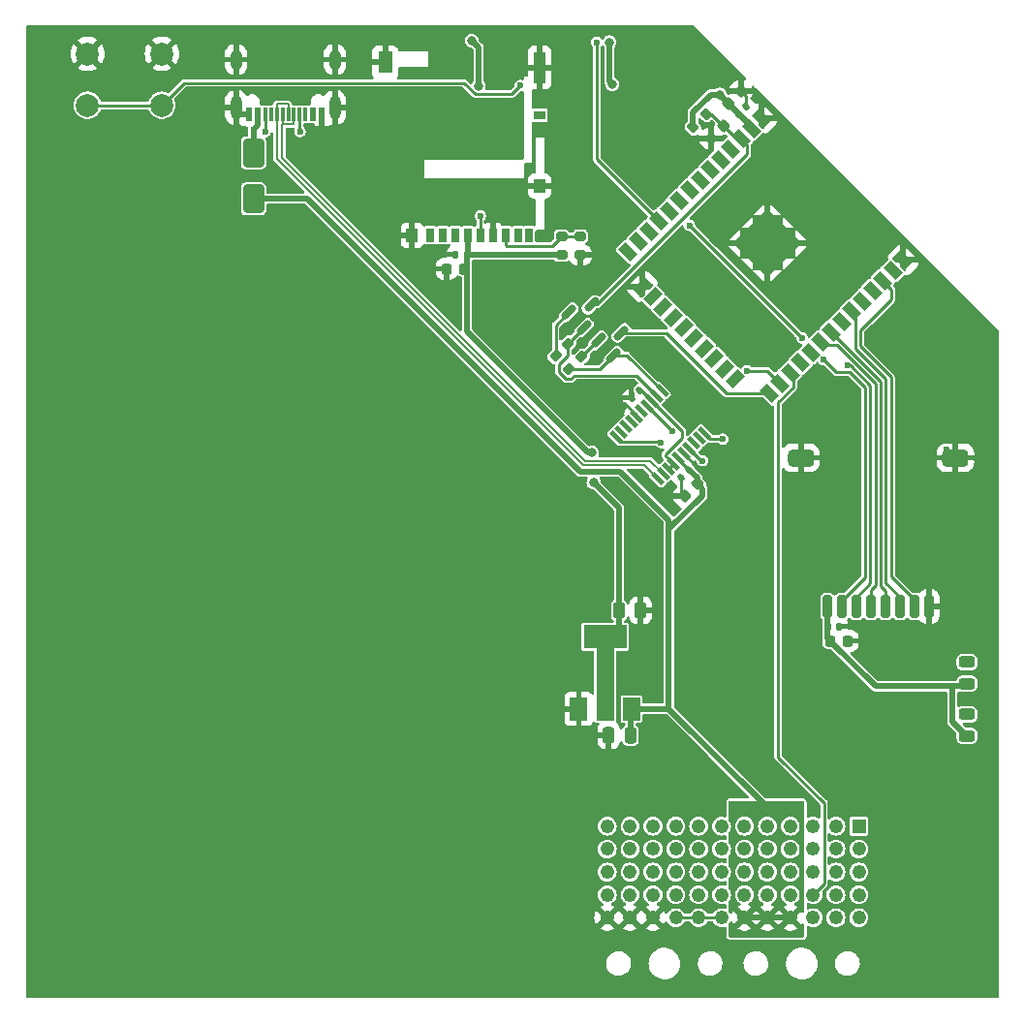
<source format=gbr>
%TF.GenerationSoftware,KiCad,Pcbnew,(7.0.0)*%
%TF.CreationDate,2023-02-28T21:09:02-08:00*%
%TF.ProjectId,daq-wireless,6461712d-7769-4726-956c-6573732e6b69,rev?*%
%TF.SameCoordinates,Original*%
%TF.FileFunction,Copper,L1,Top*%
%TF.FilePolarity,Positive*%
%FSLAX46Y46*%
G04 Gerber Fmt 4.6, Leading zero omitted, Abs format (unit mm)*
G04 Created by KiCad (PCBNEW (7.0.0)) date 2023-02-28 21:09:02*
%MOMM*%
%LPD*%
G01*
G04 APERTURE LIST*
G04 Aperture macros list*
%AMRoundRect*
0 Rectangle with rounded corners*
0 $1 Rounding radius*
0 $2 $3 $4 $5 $6 $7 $8 $9 X,Y pos of 4 corners*
0 Add a 4 corners polygon primitive as box body*
4,1,4,$2,$3,$4,$5,$6,$7,$8,$9,$2,$3,0*
0 Add four circle primitives for the rounded corners*
1,1,$1+$1,$2,$3*
1,1,$1+$1,$4,$5*
1,1,$1+$1,$6,$7*
1,1,$1+$1,$8,$9*
0 Add four rect primitives between the rounded corners*
20,1,$1+$1,$2,$3,$4,$5,0*
20,1,$1+$1,$4,$5,$6,$7,0*
20,1,$1+$1,$6,$7,$8,$9,0*
20,1,$1+$1,$8,$9,$2,$3,0*%
%AMRotRect*
0 Rectangle, with rotation*
0 The origin of the aperture is its center*
0 $1 length*
0 $2 width*
0 $3 Rotation angle, in degrees counterclockwise*
0 Add horizontal line*
21,1,$1,$2,0,0,$3*%
G04 Aperture macros list end*
%TA.AperFunction,SMDPad,CuDef*%
%ADD10RoundRect,0.140000X0.021213X-0.219203X0.219203X-0.021213X-0.021213X0.219203X-0.219203X0.021213X0*%
%TD*%
%TA.AperFunction,SMDPad,CuDef*%
%ADD11RoundRect,0.140000X-0.140000X-0.170000X0.140000X-0.170000X0.140000X0.170000X-0.140000X0.170000X0*%
%TD*%
%TA.AperFunction,SMDPad,CuDef*%
%ADD12RoundRect,0.150000X-0.309359X-0.521491X0.521491X0.309359X0.309359X0.521491X-0.521491X-0.309359X0*%
%TD*%
%TA.AperFunction,SMDPad,CuDef*%
%ADD13RotRect,1.200000X0.400000X315.000000*%
%TD*%
%TA.AperFunction,SMDPad,CuDef*%
%ADD14RoundRect,0.140000X-0.021213X0.219203X-0.219203X0.021213X0.021213X-0.219203X0.219203X-0.021213X0*%
%TD*%
%TA.AperFunction,SMDPad,CuDef*%
%ADD15RoundRect,0.250000X0.250000X0.475000X-0.250000X0.475000X-0.250000X-0.475000X0.250000X-0.475000X0*%
%TD*%
%TA.AperFunction,SMDPad,CuDef*%
%ADD16RoundRect,0.200000X-0.275000X0.200000X-0.275000X-0.200000X0.275000X-0.200000X0.275000X0.200000X0*%
%TD*%
%TA.AperFunction,SMDPad,CuDef*%
%ADD17RotRect,1.500000X0.900000X315.000000*%
%TD*%
%TA.AperFunction,SMDPad,CuDef*%
%ADD18RotRect,1.500000X0.900000X45.000000*%
%TD*%
%TA.AperFunction,SMDPad,CuDef*%
%ADD19RotRect,1.050000X1.050000X315.000000*%
%TD*%
%TA.AperFunction,HeatsinkPad*%
%ADD20C,0.600000*%
%TD*%
%TA.AperFunction,SMDPad,CuDef*%
%ADD21RotRect,4.200000X4.200000X315.000000*%
%TD*%
%TA.AperFunction,SMDPad,CuDef*%
%ADD22RoundRect,0.225000X0.017678X-0.335876X0.335876X-0.017678X-0.017678X0.335876X-0.335876X0.017678X0*%
%TD*%
%TA.AperFunction,SMDPad,CuDef*%
%ADD23RoundRect,0.250000X0.650000X-1.000000X0.650000X1.000000X-0.650000X1.000000X-0.650000X-1.000000X0*%
%TD*%
%TA.AperFunction,SMDPad,CuDef*%
%ADD24RoundRect,0.200000X0.053033X-0.335876X0.335876X-0.053033X-0.053033X0.335876X-0.335876X0.053033X0*%
%TD*%
%TA.AperFunction,SMDPad,CuDef*%
%ADD25RoundRect,0.243750X-0.456250X0.243750X-0.456250X-0.243750X0.456250X-0.243750X0.456250X0.243750X0*%
%TD*%
%TA.AperFunction,SMDPad,CuDef*%
%ADD26RoundRect,0.225000X-0.225000X-0.250000X0.225000X-0.250000X0.225000X0.250000X-0.225000X0.250000X0*%
%TD*%
%TA.AperFunction,SMDPad,CuDef*%
%ADD27RoundRect,0.225000X-0.017678X0.335876X-0.335876X0.017678X0.017678X-0.335876X0.335876X-0.017678X0*%
%TD*%
%TA.AperFunction,SMDPad,CuDef*%
%ADD28RoundRect,0.140000X0.140000X0.170000X-0.140000X0.170000X-0.140000X-0.170000X0.140000X-0.170000X0*%
%TD*%
%TA.AperFunction,SMDPad,CuDef*%
%ADD29R,0.600000X1.150000*%
%TD*%
%TA.AperFunction,SMDPad,CuDef*%
%ADD30R,0.300000X1.150000*%
%TD*%
%TA.AperFunction,ComponentPad*%
%ADD31O,1.000000X2.100000*%
%TD*%
%TA.AperFunction,ComponentPad*%
%ADD32O,1.000000X1.800000*%
%TD*%
%TA.AperFunction,SMDPad,CuDef*%
%ADD33RoundRect,0.200000X-0.335876X-0.053033X-0.053033X-0.335876X0.335876X0.053033X0.053033X0.335876X0*%
%TD*%
%TA.AperFunction,SMDPad,CuDef*%
%ADD34RoundRect,0.200000X0.335876X0.053033X0.053033X0.335876X-0.335876X-0.053033X-0.053033X-0.335876X0*%
%TD*%
%TA.AperFunction,SMDPad,CuDef*%
%ADD35RoundRect,0.200000X-0.200000X-0.800000X0.200000X-0.800000X0.200000X0.800000X-0.200000X0.800000X0*%
%TD*%
%TA.AperFunction,SMDPad,CuDef*%
%ADD36RoundRect,0.375000X0.768000X0.375000X-0.768000X0.375000X-0.768000X-0.375000X0.768000X-0.375000X0*%
%TD*%
%TA.AperFunction,ComponentPad*%
%ADD37R,1.243000X1.243000*%
%TD*%
%TA.AperFunction,ComponentPad*%
%ADD38C,1.243000*%
%TD*%
%TA.AperFunction,SMDPad,CuDef*%
%ADD39R,1.500000X2.000000*%
%TD*%
%TA.AperFunction,SMDPad,CuDef*%
%ADD40R,3.800000X2.000000*%
%TD*%
%TA.AperFunction,SMDPad,CuDef*%
%ADD41RoundRect,0.200000X0.275000X-0.200000X0.275000X0.200000X-0.275000X0.200000X-0.275000X-0.200000X0*%
%TD*%
%TA.AperFunction,ComponentPad*%
%ADD42C,2.000000*%
%TD*%
%TA.AperFunction,SMDPad,CuDef*%
%ADD43R,0.700000X1.200000*%
%TD*%
%TA.AperFunction,SMDPad,CuDef*%
%ADD44R,1.000000X0.800000*%
%TD*%
%TA.AperFunction,SMDPad,CuDef*%
%ADD45R,1.000000X1.200000*%
%TD*%
%TA.AperFunction,SMDPad,CuDef*%
%ADD46R,1.000000X2.800000*%
%TD*%
%TA.AperFunction,SMDPad,CuDef*%
%ADD47R,1.300000X1.900000*%
%TD*%
%TA.AperFunction,SMDPad,CuDef*%
%ADD48RoundRect,0.250000X-0.250000X-0.475000X0.250000X-0.475000X0.250000X0.475000X-0.250000X0.475000X0*%
%TD*%
%TA.AperFunction,SMDPad,CuDef*%
%ADD49RoundRect,0.225000X0.225000X0.250000X-0.225000X0.250000X-0.225000X-0.250000X0.225000X-0.250000X0*%
%TD*%
%TA.AperFunction,ViaPad*%
%ADD50C,0.800000*%
%TD*%
%TA.AperFunction,ViaPad*%
%ADD51C,0.600000*%
%TD*%
%TA.AperFunction,Conductor*%
%ADD52C,0.250000*%
%TD*%
%TA.AperFunction,Conductor*%
%ADD53C,0.500000*%
%TD*%
%TA.AperFunction,Conductor*%
%ADD54C,1.500000*%
%TD*%
%TA.AperFunction,Conductor*%
%ADD55C,0.200000*%
%TD*%
G04 APERTURE END LIST*
D10*
%TO.P,C7,1*%
%TO.N,+3V3*%
X154219589Y-53806411D03*
%TO.P,C7,2*%
%TO.N,GND*%
X154898411Y-53127589D03*
%TD*%
D11*
%TO.P,C14,1*%
%TO.N,+3V3*%
X162108000Y-98552000D03*
%TO.P,C14,2*%
%TO.N,GND*%
X163068000Y-98552000D03*
%TD*%
D12*
%TO.P,Q2,1,B*%
%TO.N,Net-(Q2-B)*%
X142020423Y-73552074D03*
%TO.P,Q2,2,E*%
%TO.N,/DTR*%
X143363926Y-74895577D03*
%TO.P,Q2,3,C*%
%TO.N,/IO0*%
X144018000Y-72898000D03*
%TD*%
D13*
%TO.P,U3,1,~{DTR}*%
%TO.N,/DTR*%
X147607121Y-77956967D03*
%TO.P,U3,2,~{RTS}*%
%TO.N,/RTS*%
X147158108Y-78405980D03*
%TO.P,U3,3,VCCIO*%
%TO.N,Net-(U3-3V3OUT)*%
X146709095Y-78854992D03*
%TO.P,U3,4,RXD*%
%TO.N,/RXD*%
X146260083Y-79304005D03*
%TO.P,U3,5,~{RI}*%
%TO.N,unconnected-(U3-~{RI}-Pad5)*%
X145811070Y-79753018D03*
%TO.P,U3,6,GND*%
%TO.N,GND*%
X145362057Y-80202031D03*
%TO.P,U3,7,~{DSR}*%
%TO.N,unconnected-(U3-~{DSR}-Pad7)*%
X144913044Y-80651044D03*
%TO.P,U3,8,~{DCD}*%
%TO.N,unconnected-(U3-~{DCD}-Pad8)*%
X144464031Y-81100056D03*
%TO.P,U3,9,~{CTS}*%
%TO.N,unconnected-(U3-~{CTS}-Pad9)*%
X144015019Y-81549069D03*
%TO.P,U3,10,CBUS2*%
%TO.N,Net-(U3-CBUS2)*%
X143566006Y-81998082D03*
%TO.P,U3,11,USBDP*%
%TO.N,/D+*%
X147242961Y-85675037D03*
%TO.P,U3,12,USBDM*%
%TO.N,/D-*%
X147691974Y-85226024D03*
%TO.P,U3,13,3V3OUT*%
%TO.N,Net-(U3-3V3OUT)*%
X148140987Y-84777012D03*
%TO.P,U3,14,~{RESET}*%
X148589999Y-84327999D03*
%TO.P,U3,15,VCC*%
%TO.N,+5V*%
X149039012Y-83878986D03*
%TO.P,U3,16,GND*%
%TO.N,GND*%
X149488025Y-83429973D03*
%TO.P,U3,17,CBUS1*%
%TO.N,Net-(U3-CBUS1)*%
X149937038Y-82980960D03*
%TO.P,U3,18,CBUS0*%
%TO.N,unconnected-(U3-CBUS0-Pad18)*%
X150386051Y-82531948D03*
%TO.P,U3,19,CBUS3*%
%TO.N,unconnected-(U3-CBUS3-Pad19)*%
X150835063Y-82082935D03*
%TO.P,U3,20,TXD*%
%TO.N,/TXD*%
X151284076Y-81633922D03*
%TD*%
D14*
%TO.P,C3,1*%
%TO.N,+5V*%
X149945411Y-84836000D03*
%TO.P,C3,2*%
%TO.N,GND*%
X149266589Y-85514822D03*
%TD*%
D15*
%TO.P,C4,1*%
%TO.N,+5V*%
X144841000Y-108077000D03*
%TO.P,C4,2*%
%TO.N,GND*%
X142941000Y-108077000D03*
%TD*%
D16*
%TO.P,R9,1*%
%TO.N,/SD0*%
X140462000Y-64453000D03*
%TO.P,R9,2*%
%TO.N,GND*%
X140462000Y-66103000D03*
%TD*%
D17*
%TO.P,U1,1,GND*%
%TO.N,GND*%
X156299682Y-54155579D03*
%TO.P,U1,2,VDD*%
%TO.N,+3V3*%
X155401656Y-55053604D03*
%TO.P,U1,3,EN*%
%TO.N,/EN*%
X154503630Y-55951630D03*
%TO.P,U1,4,SENSOR_VP*%
%TO.N,unconnected-(U1-SENSOR_VP-Pad4)*%
X153605605Y-56849656D03*
%TO.P,U1,5,SENSOR_VN*%
%TO.N,unconnected-(U1-SENSOR_VN-Pad5)*%
X152707579Y-57747681D03*
%TO.P,U1,6,IO34*%
%TO.N,unconnected-(U1-IO34-Pad6)*%
X151809554Y-58645707D03*
%TO.P,U1,7,IO35*%
%TO.N,unconnected-(U1-IO35-Pad7)*%
X150911528Y-59543732D03*
%TO.P,U1,8,IO32*%
%TO.N,unconnected-(U1-IO32-Pad8)*%
X150013502Y-60441758D03*
%TO.P,U1,9,IO33*%
%TO.N,unconnected-(U1-IO33-Pad9)*%
X149115477Y-61339784D03*
%TO.P,U1,10,IO25*%
%TO.N,/RADIO_CE*%
X148217451Y-62237809D03*
%TO.P,U1,11,IO26*%
%TO.N,/ARGB*%
X147319425Y-63135835D03*
%TO.P,U1,12,IO27*%
%TO.N,unconnected-(U1-IO27-Pad12)*%
X146421400Y-64033860D03*
%TO.P,U1,13,IO14*%
%TO.N,/SD_CLK*%
X145523374Y-64931886D03*
%TO.P,U1,14,IO12*%
%TO.N,/SD2*%
X144625349Y-65829912D03*
D18*
%TO.P,U1,15,GND*%
%TO.N,GND*%
X145891070Y-68863400D03*
%TO.P,U1,16,IO13*%
%TO.N,/SD3*%
X146789095Y-69761425D03*
%TO.P,U1,17,SHD/SD2*%
%TO.N,unconnected-(U1-SHD{slash}SD2-Pad17)*%
X147687121Y-70659451D03*
%TO.P,U1,18,SWP/SD3*%
%TO.N,unconnected-(U1-SWP{slash}SD3-Pad18)*%
X148585147Y-71557477D03*
%TO.P,U1,19,SCS/CMD*%
%TO.N,unconnected-(U1-SCS{slash}CMD-Pad19)*%
X149483172Y-72455502D03*
%TO.P,U1,20,SCK/CLK*%
%TO.N,unconnected-(U1-SCK{slash}CLK-Pad20)*%
X150381198Y-73353528D03*
%TO.P,U1,21,SDO/SD0*%
%TO.N,unconnected-(U1-SDO{slash}SD0-Pad21)*%
X151279223Y-74251553D03*
%TO.P,U1,22,SDI/SD1*%
%TO.N,unconnected-(U1-SDI{slash}SD1-Pad22)*%
X152177249Y-75149579D03*
%TO.P,U1,23,IO15*%
%TO.N,/SD_CMD*%
X153075275Y-76047605D03*
%TO.P,U1,24,IO2*%
%TO.N,/SD0*%
X153973300Y-76945630D03*
D17*
%TO.P,U1,25,IO0*%
%TO.N,/IO0*%
X156999717Y-78204280D03*
%TO.P,U1,26,IO4*%
%TO.N,/SD1*%
X157897743Y-77306255D03*
%TO.P,U1,27,IO16*%
%TO.N,CVT_TX_DAQ_RX*%
X158795769Y-76408229D03*
%TO.P,U1,28,IO17*%
%TO.N,unconnected-(U1-IO17-Pad28)*%
X159693794Y-75510204D03*
%TO.P,U1,29,IO5*%
%TO.N,unconnected-(U1-IO5-Pad29)*%
X160591820Y-74612178D03*
%TO.P,U1,30,IO18*%
%TO.N,/SCK*%
X161489845Y-73714152D03*
%TO.P,U1,31,IO19*%
%TO.N,/MOSI*%
X162387871Y-72816127D03*
%TO.P,U1,32,NC*%
%TO.N,unconnected-(U1-NC-Pad32)*%
X163285897Y-71918101D03*
%TO.P,U1,33,IO21*%
%TO.N,/MISO*%
X164183922Y-71020075D03*
%TO.P,U1,34,RXD0/IO3*%
%TO.N,/TXD*%
X165081948Y-70122050D03*
%TO.P,U1,35,TXD0/IO1*%
%TO.N,/RXD*%
X165979973Y-69224024D03*
%TO.P,U1,36,IO22*%
%TO.N,/RADIO_IRQ*%
X166877999Y-68325999D03*
%TO.P,U1,37,IO23*%
%TO.N,/RADIO_CS*%
X167776025Y-67427973D03*
%TO.P,U1,38,GND*%
%TO.N,GND*%
X168674050Y-66529947D03*
D19*
%TO.P,U1,39,GND*%
X156815870Y-62895419D03*
D20*
X156276702Y-63434588D03*
D19*
X155737532Y-63973756D03*
D20*
X155198364Y-64512926D03*
D19*
X154659194Y-65052094D03*
D20*
X157355039Y-63434588D03*
X156276702Y-64512926D03*
X155198364Y-65591264D03*
X157355039Y-64512926D03*
D19*
X157894207Y-63973756D03*
X156815870Y-65052094D03*
D21*
X156815870Y-65052094D03*
D20*
X156276702Y-65591264D03*
D19*
X155737532Y-66130432D03*
D20*
X158433377Y-64512926D03*
X157355039Y-65591264D03*
X156276702Y-66669602D03*
D19*
X158972545Y-65052094D03*
D20*
X158433377Y-65591264D03*
D19*
X157894207Y-66130432D03*
D20*
X157355039Y-66669602D03*
D19*
X156815870Y-67208770D03*
%TD*%
D22*
%TO.P,C6,1*%
%TO.N,+3V3*%
X153375992Y-52872008D03*
%TO.P,C6,2*%
%TO.N,GND*%
X154472008Y-51775992D03*
%TD*%
D23*
%TO.P,D1,1,K*%
%TO.N,+5V*%
X111887000Y-61182000D03*
%TO.P,D1,2,A*%
%TO.N,Net-(D1-A)*%
X111887000Y-57182000D03*
%TD*%
D24*
%TO.P,R7,1*%
%TO.N,+3V3*%
X150292637Y-54939363D03*
%TO.P,R7,2*%
%TO.N,/EN*%
X151459363Y-53772637D03*
%TD*%
D25*
%TO.P,D3,1,K*%
%TO.N,Net-(D3-K)*%
X174244000Y-106250500D03*
%TO.P,D3,2,A*%
%TO.N,+3V3*%
X174244000Y-108125500D03*
%TD*%
D26*
%TO.P,C15,1*%
%TO.N,+3V3*%
X162280000Y-99822000D03*
%TO.P,C15,2*%
%TO.N,GND*%
X163830000Y-99822000D03*
%TD*%
D27*
%TO.P,C10,1*%
%TO.N,/EN*%
X152948008Y-54823992D03*
%TO.P,C10,2*%
%TO.N,GND*%
X151851992Y-55920008D03*
%TD*%
D28*
%TO.P,C9,1*%
%TO.N,+3V3*%
X130528000Y-66040000D03*
%TO.P,C9,2*%
%TO.N,GND*%
X129568000Y-66040000D03*
%TD*%
D25*
%TO.P,D2,1,K*%
%TO.N,Net-(D2-K)*%
X174244000Y-101678500D03*
%TO.P,D2,2,A*%
%TO.N,+3V3*%
X174244000Y-103553500D03*
%TD*%
D29*
%TO.P,J3,A1,GND*%
%TO.N,GND*%
X117878999Y-53776999D03*
%TO.P,J3,A4,VBUS*%
%TO.N,Net-(D1-A)*%
X117078999Y-53776999D03*
D30*
%TO.P,J3,A5,CC1*%
%TO.N,Net-(J3-CC1)*%
X115928999Y-53776999D03*
%TO.P,J3,A6,D+*%
%TO.N,/D+*%
X114928999Y-53776999D03*
%TO.P,J3,A7,D-*%
%TO.N,/D-*%
X114428999Y-53776999D03*
%TO.P,J3,A8,SBU1*%
%TO.N,unconnected-(J3-SBU1-PadA8)*%
X113428999Y-53776999D03*
D29*
%TO.P,J3,A9,VBUS*%
%TO.N,Net-(D1-A)*%
X112278999Y-53776999D03*
%TO.P,J3,A12,GND*%
%TO.N,GND*%
X111478999Y-53776999D03*
%TO.P,J3,B1,GND*%
X111478999Y-53776999D03*
%TO.P,J3,B4,VBUS*%
%TO.N,Net-(D1-A)*%
X112278999Y-53776999D03*
D30*
%TO.P,J3,B5,CC2*%
%TO.N,Net-(J3-CC2)*%
X112928999Y-53776999D03*
%TO.P,J3,B6,D+*%
%TO.N,/D+*%
X113928999Y-53776999D03*
%TO.P,J3,B7,D-*%
%TO.N,/D-*%
X115428999Y-53776999D03*
%TO.P,J3,B8,SBU2*%
%TO.N,unconnected-(J3-SBU2-PadB8)*%
X116428999Y-53776999D03*
D29*
%TO.P,J3,B9,VBUS*%
%TO.N,Net-(D1-A)*%
X117078999Y-53776999D03*
%TO.P,J3,B12,GND*%
%TO.N,GND*%
X117878999Y-53776999D03*
D31*
%TO.P,J3,S1,SHIELD*%
X118998999Y-53201999D03*
D32*
X118998999Y-49021999D03*
D31*
X110358999Y-53201999D03*
D32*
X110358999Y-49021999D03*
%TD*%
D33*
%TO.P,R1,1*%
%TO.N,Net-(Q1-B)*%
X138293007Y-74916268D03*
%TO.P,R1,2*%
%TO.N,/DTR*%
X139459733Y-76082994D03*
%TD*%
D34*
%TO.P,R4,1*%
%TO.N,Net-(Q2-B)*%
X140537363Y-75005363D03*
%TO.P,R4,2*%
%TO.N,/RTS*%
X139370637Y-73838637D03*
%TD*%
D14*
%TO.P,C1,1*%
%TO.N,Net-(U3-3V3OUT)*%
X145627411Y-77892589D03*
%TO.P,C1,2*%
%TO.N,GND*%
X144948589Y-78571411D03*
%TD*%
D35*
%TO.P,U4,1,VCC*%
%TO.N,+3V3*%
X162038000Y-96820000D03*
%TO.P,U4,2,CE*%
%TO.N,/RADIO_CE*%
X163308000Y-96820000D03*
%TO.P,U4,3,CS*%
%TO.N,/RADIO_CS*%
X164578000Y-96820000D03*
%TO.P,U4,4,SCK*%
%TO.N,/SCK*%
X165848000Y-96820000D03*
%TO.P,U4,5,MOSI*%
%TO.N,/MOSI*%
X167118000Y-96820000D03*
%TO.P,U4,6,MISO*%
%TO.N,/MISO*%
X168388000Y-96820000D03*
%TO.P,U4,7,IRQ*%
%TO.N,/RADIO_IRQ*%
X169658000Y-96820000D03*
%TO.P,U4,8,GND*%
%TO.N,GND*%
X170928000Y-96820000D03*
D36*
%TO.P,U4,9,GND*%
X173228000Y-83820000D03*
%TO.P,U4,10,GND*%
X159728000Y-83820000D03*
%TD*%
D37*
%TO.P,J1,A1,A1*%
%TO.N,PENC_CHA*%
X164799999Y-116015999D03*
D38*
%TO.P,J1,A2,A2*%
%TO.N,PENC_CHA{slash}*%
X162800000Y-116016000D03*
%TO.P,J1,A3,A3*%
%TO.N,PENc_CHB*%
X160800000Y-116016000D03*
%TO.P,J1,A4,A4*%
%TO.N,PENC_CHB{slash}*%
X158800000Y-116016000D03*
%TO.P,J1,A5,A5*%
%TO.N,SENC_CHA*%
X156800000Y-116016000D03*
%TO.P,J1,A6,A6*%
%TO.N,SENC_CHA{slash}*%
X154800000Y-116016000D03*
%TO.P,J1,A7,A7*%
%TO.N,SENC_CHB*%
X152800000Y-116016000D03*
%TO.P,J1,A8,A8*%
%TO.N,SENC_CHB{slash}*%
X150800000Y-116016000D03*
%TO.P,J1,A9,A9*%
%TO.N,PLOAD_CELL_CLK*%
X148800000Y-116016000D03*
%TO.P,J1,A10,A10*%
%TO.N,PLOAD_CELL_DATA*%
X146800000Y-116016000D03*
%TO.P,J1,A11,A11*%
%TO.N,SLOAD_CELL_CLK*%
X144800000Y-116016000D03*
%TO.P,J1,A12,A12*%
%TO.N,SLOAD_CELL_DATA*%
X142800000Y-116016000D03*
%TO.P,J1,B1,B1*%
%TO.N,unconnected-(J1-PadB1)*%
X164800000Y-118016000D03*
%TO.P,J1,B2,B2*%
%TO.N,ENG_HALL2_IN*%
X162800000Y-118016000D03*
%TO.P,J1,B3,B3*%
%TO.N,unconnected-(J1-PadB3)*%
X160800000Y-118016000D03*
%TO.P,J1,B4,B4*%
%TO.N,unconnected-(J1-PadB4)*%
X158800000Y-118016000D03*
%TO.P,J1,B5,B5*%
%TO.N,unconnected-(J1-PadB5)*%
X156800000Y-118016000D03*
%TO.P,J1,B6,B6*%
%TO.N,unconnected-(J1-PadB6)*%
X154800000Y-118016000D03*
%TO.P,J1,B7,B7*%
%TO.N,PWM1*%
X152800000Y-118016000D03*
%TO.P,J1,B8,B8*%
%TO.N,PWM2*%
X150800000Y-118016000D03*
%TO.P,J1,B9,B9*%
%TO.N,DIRECTION1*%
X148800000Y-118016000D03*
%TO.P,J1,B10,B10*%
%TO.N,DIRECTION2*%
X146800000Y-118016000D03*
%TO.P,J1,B11,B11*%
%TO.N,FBREAK_PRESSURE_IN*%
X144800000Y-118016000D03*
%TO.P,J1,B12,B12*%
%TO.N,RBREAK_PRESSURE_IN*%
X142800000Y-118016000D03*
%TO.P,J1,C1,C1*%
%TO.N,REAR_HALL_IN*%
X164800000Y-120016000D03*
%TO.P,J1,C2,C2*%
%TO.N,ENG_HALL1_IN*%
X162800000Y-120016000D03*
%TO.P,J1,C3,C3*%
%TO.N,SPK_PLUG*%
X160800000Y-120016000D03*
%TO.P,J1,C4,C4*%
%TO.N,THERM_SENS1*%
X158800000Y-120016000D03*
%TO.P,J1,C5,C5*%
%TO.N,THERM_SENS2*%
X156800000Y-120016000D03*
%TO.P,J1,C6,C6*%
%TO.N,THERM_SENS3*%
X154800000Y-120016000D03*
%TO.P,J1,C7,C7*%
%TO.N,THERM_SENS4*%
X152800000Y-120016000D03*
%TO.P,J1,C8,C8*%
%TO.N,36V_SENS*%
X150800000Y-120016000D03*
%TO.P,J1,C9,C9*%
%TO.N,SOLENOID_PWM_1*%
X148800000Y-120016000D03*
%TO.P,J1,C10,C10*%
%TO.N,SOLENOID_PWM_2*%
X146800000Y-120016000D03*
%TO.P,J1,C11,C11*%
%TO.N,unconnected-(J1-PadC11)*%
X144800000Y-120016000D03*
%TO.P,J1,C12,C12*%
%TO.N,IR_SENS_TNC*%
X142800000Y-120016000D03*
%TO.P,J1,D1,D1*%
%TO.N,SDA*%
X164800000Y-122016000D03*
%TO.P,J1,D2,D2*%
%TO.N,SCL*%
X162800000Y-122016000D03*
%TO.P,J1,D3,D3*%
%TO.N,CVT_TX_DAQ_RX*%
X160800000Y-122016000D03*
%TO.P,J1,D4,D4*%
%TO.N,CVT_RX_DAQ_TX*%
X158800000Y-122016000D03*
%TO.P,J1,D5,D5*%
%TO.N,CIPO*%
X156800000Y-122016000D03*
%TO.P,J1,D6,D6*%
%TO.N,COPI*%
X154800000Y-122016000D03*
%TO.P,J1,D7,D7*%
%TO.N,SPI_CLK*%
X152800000Y-122016000D03*
%TO.P,J1,D8,D8*%
%TO.N,CANH*%
X150800000Y-122016000D03*
%TO.P,J1,D9,D9*%
%TO.N,CANL*%
X148800000Y-122016000D03*
%TO.P,J1,D10,D10*%
%TO.N,RPOT1*%
X146800000Y-122016000D03*
%TO.P,J1,D11,D11*%
%TO.N,RPOT2*%
X144800000Y-122016000D03*
%TO.P,J1,D12,D12*%
%TO.N,DIG_OUT*%
X142800000Y-122016000D03*
%TO.P,J1,E1,E1*%
%TO.N,unconnected-(J1-PadE1)*%
X164800000Y-124016000D03*
%TO.P,J1,E2,E2*%
%TO.N,unconnected-(J1-PadE2)*%
X162800000Y-124016000D03*
%TO.P,J1,E3,E3*%
%TO.N,unconnected-(J1-PadE3)*%
X160800000Y-124016000D03*
%TO.P,J1,E4,E4*%
%TO.N,+5V*%
X158800000Y-124016000D03*
%TO.P,J1,E5,E5*%
X156800000Y-124016000D03*
%TO.P,J1,E6,E6*%
X154800000Y-124016000D03*
%TO.P,J1,E7,E7*%
%TO.N,unconnected-(J1-PadE7)*%
X152800000Y-124016000D03*
%TO.P,J1,E8,E8*%
X150800000Y-124016000D03*
%TO.P,J1,E9,E9*%
X148800000Y-124016000D03*
%TO.P,J1,E10,E10*%
%TO.N,GND*%
X146800000Y-124016000D03*
%TO.P,J1,E11,E11*%
X144800000Y-124016000D03*
%TO.P,J1,E12,E12*%
X142800000Y-124016000D03*
%TD*%
D12*
%TO.P,Q1,1,B*%
%TO.N,Net-(Q1-B)*%
X139450443Y-71093110D03*
%TO.P,Q1,2,E*%
%TO.N,/RTS*%
X140793946Y-72436613D03*
%TO.P,Q1,3,C*%
%TO.N,/EN*%
X141448020Y-70439036D03*
%TD*%
D39*
%TO.P,U2,1,ADJ*%
%TO.N,GND*%
X140320999Y-105765999D03*
%TO.P,U2,2,VO*%
%TO.N,+3V3*%
X142620999Y-105765999D03*
D40*
X142620999Y-99465999D03*
D39*
%TO.P,U2,3,VI*%
%TO.N,+5V*%
X144920999Y-105765999D03*
%TD*%
D41*
%TO.P,R8,1*%
%TO.N,+3V3*%
X138811000Y-66103000D03*
%TO.P,R8,2*%
%TO.N,/SD0*%
X138811000Y-64453000D03*
%TD*%
D42*
%TO.P,SW1,1,1*%
%TO.N,GND*%
X97386000Y-48514000D03*
X103886000Y-48514000D03*
%TO.P,SW1,2,2*%
%TO.N,/EN*%
X97386000Y-53014000D03*
X103886000Y-53014000D03*
%TD*%
D43*
%TO.P,J2,1,DAT2*%
%TO.N,/SD2*%
X127302999Y-64366999D03*
%TO.P,J2,2,DAT3/CD*%
%TO.N,/SD3*%
X128402999Y-64366999D03*
%TO.P,J2,3,CMD*%
%TO.N,/SD_CMD*%
X129502999Y-64366999D03*
%TO.P,J2,4,VDD*%
%TO.N,+3V3*%
X130602999Y-64366999D03*
%TO.P,J2,5,CLK*%
%TO.N,/SD_CLK*%
X131702999Y-64366999D03*
%TO.P,J2,6,VSS*%
%TO.N,GND*%
X132802999Y-64366999D03*
%TO.P,J2,7,DAT0*%
%TO.N,/SD0*%
X133902999Y-64366999D03*
%TO.P,J2,8,DAT1*%
%TO.N,/SD1*%
X135002999Y-64366999D03*
%TO.P,J2,9,DET_B*%
%TO.N,unconnected-(J2-DET_B-Pad9)*%
X135952999Y-64366999D03*
D44*
%TO.P,J2,10,DET_A*%
%TO.N,unconnected-(J2-DET_A-Pad10)*%
X136902999Y-53866999D03*
D45*
%TO.P,J2,11,SHIELD*%
%TO.N,GND*%
X136902999Y-60066999D03*
D46*
X136902999Y-49716999D03*
D45*
X125752999Y-64366999D03*
D47*
X123402999Y-49266999D03*
%TD*%
D48*
%TO.P,C5,1*%
%TO.N,+3V3*%
X143830000Y-97155000D03*
%TO.P,C5,2*%
%TO.N,GND*%
X145730000Y-97155000D03*
%TD*%
D27*
%TO.P,C2,1*%
%TO.N,+5V*%
X150662008Y-86065992D03*
%TO.P,C2,2*%
%TO.N,GND*%
X149565992Y-87162008D03*
%TD*%
D49*
%TO.P,C8,1*%
%TO.N,+3V3*%
X130315000Y-67310000D03*
%TO.P,C8,2*%
%TO.N,GND*%
X128765000Y-67310000D03*
%TD*%
D50*
%TO.N,+5V*%
X130950000Y-47354000D03*
X143002000Y-47498000D03*
X143243000Y-51181000D03*
X111887000Y-61182000D03*
X131572000Y-51308000D03*
D51*
%TO.N,GND*%
X150368000Y-112522000D03*
X156464000Y-96012000D03*
X169672000Y-123317000D03*
X141478000Y-60452000D03*
X118364000Y-56896000D03*
X164592000Y-61595000D03*
X144399000Y-62484000D03*
X125984000Y-59944000D03*
X169418000Y-86614000D03*
X126492000Y-129032000D03*
X162814000Y-94361000D03*
X122936000Y-109220000D03*
X101346000Y-124460000D03*
X97028000Y-114808000D03*
X148336000Y-86614000D03*
X125984000Y-115570000D03*
X158877000Y-70485000D03*
X147066000Y-55372000D03*
X169545000Y-88392000D03*
X168402000Y-74676000D03*
X160782000Y-62230000D03*
X152908000Y-106172000D03*
X121158000Y-72136000D03*
X164846000Y-105156000D03*
X118872000Y-115316000D03*
X117348000Y-94996000D03*
X137668000Y-127000000D03*
X172720000Y-93345000D03*
X116586000Y-107188000D03*
X160528000Y-66802000D03*
X167386000Y-64897000D03*
X114554000Y-89916000D03*
X133223000Y-61214000D03*
X172212000Y-78232000D03*
X150368000Y-65278000D03*
X134112000Y-55372000D03*
X157988000Y-60325000D03*
X159766000Y-57404000D03*
X112522000Y-77724000D03*
X156464000Y-72517000D03*
X149352000Y-68580000D03*
X112776000Y-86360000D03*
X141224000Y-80518000D03*
X166878000Y-99314000D03*
X146304000Y-91440000D03*
X136652000Y-71628000D03*
X109474000Y-112268000D03*
X97028000Y-106426000D03*
X139954000Y-112014000D03*
X112776000Y-69088000D03*
X131064000Y-87884000D03*
X97028000Y-127508000D03*
X140208000Y-67691000D03*
X170434000Y-76962000D03*
X106426000Y-56134000D03*
X127000000Y-78994000D03*
X100076000Y-49784000D03*
X171704000Y-89154000D03*
X118618000Y-118872000D03*
X156718000Y-105918000D03*
X153924000Y-61468000D03*
X145796000Y-85598000D03*
X105156000Y-87122000D03*
X130302000Y-115062000D03*
X117094000Y-65024000D03*
X104394000Y-128016000D03*
X173482000Y-90932000D03*
X170942000Y-70866000D03*
X105410000Y-122174000D03*
X154813000Y-72644000D03*
X105156000Y-62992000D03*
X168148000Y-108204000D03*
X171196000Y-99314000D03*
X172720000Y-119634000D03*
X113030000Y-99568000D03*
X116840000Y-128016000D03*
X152400000Y-92964000D03*
X128524000Y-49530000D03*
X124714000Y-65532000D03*
X155956000Y-59436000D03*
X162814000Y-82296000D03*
X127508000Y-121158000D03*
X159258000Y-68326000D03*
X109474000Y-89916000D03*
X172466000Y-74676000D03*
X174244000Y-85344000D03*
X99568000Y-93980000D03*
X155702000Y-102362000D03*
X95123000Y-87503000D03*
X104394000Y-83058000D03*
X154940000Y-90424000D03*
X163830000Y-66294000D03*
X121412000Y-48260000D03*
X133350000Y-69596000D03*
X125730000Y-100838000D03*
X97536000Y-121158000D03*
X170434000Y-126492000D03*
X127508000Y-52578000D03*
X103124000Y-70866000D03*
X148082000Y-87630000D03*
X139700000Y-78740000D03*
X145796000Y-83312000D03*
X98806000Y-82804000D03*
X138938000Y-94234000D03*
X102616000Y-108458000D03*
X129794000Y-60960000D03*
X128778000Y-54102000D03*
X161290000Y-88138000D03*
X123698000Y-86614000D03*
X169291000Y-84582000D03*
X105156000Y-116586000D03*
X162814000Y-79756000D03*
X155956000Y-109474000D03*
X125476000Y-95504000D03*
X132588000Y-107696000D03*
X129032000Y-105664000D03*
X152908000Y-70358000D03*
X132842000Y-82042000D03*
X120904000Y-91440000D03*
X155702000Y-87122000D03*
X121412000Y-81788000D03*
X172720000Y-124714000D03*
X117348000Y-74676000D03*
X152273000Y-62611000D03*
X175006000Y-78486000D03*
X160782000Y-91948000D03*
X161290000Y-90424000D03*
X111760000Y-115824000D03*
X99822000Y-60706000D03*
X169418000Y-81026000D03*
X134874000Y-96012000D03*
X149606000Y-87122000D03*
X98552000Y-77724000D03*
X151384000Y-101854000D03*
X143256000Y-56388000D03*
X172466000Y-83058000D03*
X173228000Y-113538000D03*
X145288000Y-58674000D03*
X125603000Y-55372000D03*
X164338000Y-84074000D03*
X142240000Y-65151000D03*
X104267000Y-58674000D03*
X173990000Y-73406000D03*
X97282000Y-100584000D03*
X172212000Y-87376000D03*
X127000000Y-67564000D03*
X164084000Y-109474000D03*
X120650000Y-53594000D03*
X124968000Y-52832000D03*
X105918000Y-49022000D03*
X151892000Y-67945000D03*
X134620000Y-114808000D03*
X97790000Y-67056000D03*
X98552000Y-56642000D03*
X167640000Y-114046000D03*
X129540000Y-125984000D03*
X121158000Y-125730000D03*
X109474000Y-72644000D03*
X146812000Y-83312000D03*
X132588000Y-100584000D03*
X108204000Y-79248000D03*
X173482000Y-82042000D03*
X165354000Y-62992000D03*
X166116000Y-66294000D03*
X169291000Y-72644000D03*
X145288000Y-87630000D03*
X112268000Y-123190000D03*
X100965000Y-52324000D03*
X139700000Y-53848000D03*
X120396000Y-58674000D03*
X173990000Y-76708000D03*
X138430000Y-89662000D03*
X135382000Y-118364000D03*
X154178000Y-95250000D03*
X149860000Y-50038000D03*
D50*
%TO.N,+3V3*%
X141605000Y-85979000D03*
X141478000Y-83374500D03*
X142977000Y-99822000D03*
X162280000Y-99822000D03*
X152654000Y-52070000D03*
D51*
%TO.N,/EN*%
X135203000Y-51295500D03*
X151459363Y-53772637D03*
%TO.N,Net-(D1-A)*%
X111887000Y-55144000D03*
X117079000Y-53777000D03*
%TO.N,Net-(D2-K)*%
X174244000Y-101678500D03*
%TO.N,Net-(D3-K)*%
X174244000Y-106250500D03*
%TO.N,/ARGB*%
X141877000Y-47498000D03*
%TO.N,/SD2*%
X144625350Y-65829913D03*
X127254000Y-64389000D03*
%TO.N,/SD3*%
X146789096Y-69761426D03*
X128397000Y-64389000D03*
%TO.N,/SD_CMD*%
X152908000Y-76200000D03*
X129503000Y-64367000D03*
%TO.N,/SD_CLK*%
X131699000Y-62667500D03*
X145542000Y-65024000D03*
%TO.N,/SD0*%
X153924000Y-76962000D03*
X133903000Y-64367000D03*
%TO.N,/SD1*%
X155004925Y-76210194D03*
X135003000Y-64367000D03*
%TO.N,/RADIO_CS*%
X163784872Y-75732702D03*
X167767000Y-67437000D03*
%TO.N,/RADIO_CE*%
X148217452Y-62237810D03*
X159829500Y-73342500D03*
X161729030Y-75242030D03*
X149987000Y-63500000D03*
%TO.N,Net-(J3-CC1)*%
X115951002Y-55308999D03*
%TO.N,Net-(J3-CC2)*%
X112902998Y-55309000D03*
%TO.N,Net-(U3-CBUS1)*%
X151130000Y-84074000D03*
%TO.N,Net-(U3-CBUS2)*%
X147513411Y-82489411D03*
%TO.N,/TXD*%
X152908000Y-82179500D03*
X165100000Y-70104000D03*
%TO.N,/RXD*%
X148473500Y-81515948D03*
X165979974Y-69224025D03*
%TD*%
D52*
%TO.N,Net-(U3-3V3OUT)*%
X147902463Y-83640463D02*
X148590000Y-84328000D01*
X146709096Y-78854993D02*
X149352000Y-81497897D01*
X149352000Y-82042000D02*
X147902463Y-83491537D01*
X148590000Y-84328000D02*
X148140988Y-84777013D01*
X149352000Y-81497897D02*
X149352000Y-82042000D01*
X147902463Y-83491537D02*
X147902463Y-83640463D01*
X145746692Y-77892589D02*
X146709096Y-78854993D01*
D53*
%TO.N,+5V*%
X150662008Y-86065992D02*
X150662008Y-85552597D01*
X144921000Y-105766000D02*
X148184000Y-105766000D01*
X156337000Y-113919000D02*
X157734000Y-115316000D01*
X148184000Y-92812000D02*
X148184000Y-105766000D01*
X111887000Y-61182000D02*
X116607496Y-61182000D01*
X140449498Y-85024000D02*
X143952000Y-85024000D01*
X150662008Y-85552597D02*
X149945411Y-84836000D01*
X144841000Y-108077000D02*
X144841000Y-105846000D01*
D52*
X149039013Y-83929602D02*
X149945411Y-84836000D01*
D53*
X157988000Y-124016000D02*
X158800000Y-124016000D01*
X148184000Y-89256000D02*
X148184000Y-92812000D01*
X151130000Y-86533984D02*
X151130000Y-87122000D01*
X116607496Y-61182000D02*
X140449498Y-85024000D01*
X148184000Y-105766000D02*
X156337000Y-113919000D01*
X154800000Y-124016000D02*
X157988000Y-124016000D01*
X143002000Y-50940000D02*
X143243000Y-51181000D01*
D52*
X157853500Y-115435500D02*
X157734000Y-115316000D01*
D53*
X151130000Y-87122000D02*
X148184000Y-90068000D01*
X131572000Y-51308000D02*
X131572000Y-47976000D01*
X131572000Y-47976000D02*
X130950000Y-47354000D01*
X148184000Y-90068000D02*
X148184000Y-92812000D01*
X143952000Y-85024000D02*
X148184000Y-89256000D01*
X150662008Y-86065992D02*
X151130000Y-86533984D01*
X143002000Y-47498000D02*
X143002000Y-50940000D01*
D52*
%TO.N,GND*%
X149488026Y-83448026D02*
X150622000Y-84582000D01*
X145362058Y-80202032D02*
X145362058Y-80084058D01*
X154898411Y-53127589D02*
X154898411Y-52202395D01*
X145362058Y-80084058D02*
X144272000Y-78994000D01*
X149266589Y-86862605D02*
X149525984Y-87122000D01*
X154898411Y-52202395D02*
X154472008Y-51775992D01*
X149266589Y-85514822D02*
X149266589Y-86862605D01*
D53*
%TO.N,+3V3*%
X143830000Y-88204000D02*
X143830000Y-97155000D01*
X152654000Y-52070000D02*
X151853853Y-52070000D01*
X151853853Y-52070000D02*
X150292637Y-53631216D01*
X141478000Y-83374500D02*
X141132744Y-83374500D01*
X130612000Y-65971000D02*
X130612000Y-64376000D01*
X162038000Y-96820000D02*
X162038000Y-99580000D01*
X166253000Y-103795000D02*
X173228000Y-103795000D01*
X173228000Y-103795000D02*
X172974000Y-103795000D01*
X162280000Y-99822000D02*
X166253000Y-103795000D01*
X152654000Y-52150016D02*
X153375992Y-52872008D01*
X152654000Y-52070000D02*
X152654000Y-52150016D01*
X174244000Y-108125500D02*
X172974000Y-106855500D01*
D54*
X142977000Y-99822000D02*
X142621000Y-100178000D01*
D53*
X130528000Y-66040000D02*
X138748000Y-66040000D01*
D54*
X142621000Y-100178000D02*
X142621000Y-105766000D01*
D53*
X162038000Y-99580000D02*
X162280000Y-99822000D01*
X130556000Y-72797756D02*
X130556000Y-66053000D01*
X141605000Y-85979000D02*
X143830000Y-88204000D01*
X141132744Y-83374500D02*
X130556000Y-72797756D01*
X155401657Y-54897673D02*
X153375992Y-52872008D01*
X143830000Y-98969000D02*
X143830000Y-97155000D01*
X172974000Y-106855500D02*
X172974000Y-103795000D01*
X150292637Y-53631216D02*
X150292637Y-54939363D01*
X174256500Y-103795000D02*
X173228000Y-103795000D01*
D52*
%TO.N,/EN*%
X141904964Y-70439036D02*
X141448020Y-70439036D01*
X135203000Y-51295500D02*
X134465500Y-52033000D01*
X153116597Y-54992581D02*
X154075647Y-55951631D01*
X131271695Y-52033000D02*
X130292695Y-51054000D01*
X130292695Y-51054000D02*
X105846000Y-51054000D01*
X151896653Y-53772637D02*
X152902605Y-54778589D01*
X154503631Y-55951631D02*
X155033961Y-56481961D01*
X151459363Y-53772637D02*
X151896653Y-53772637D01*
X153330589Y-54778589D02*
X153116597Y-54992581D01*
X152902605Y-54778589D02*
X153247411Y-54778589D01*
X154075647Y-55951631D02*
X154503631Y-55951631D01*
X134465500Y-52033000D02*
X131271695Y-52033000D01*
X155033961Y-57310039D02*
X141904964Y-70439036D01*
X103886000Y-53014000D02*
X97386000Y-53014000D01*
X105846000Y-51054000D02*
X103886000Y-53014000D01*
X155033961Y-56481961D02*
X155033961Y-57310039D01*
D53*
%TO.N,Net-(D1-A)*%
X112279000Y-54752000D02*
X112279000Y-53777000D01*
X111887000Y-57182000D02*
X111887000Y-55144000D01*
X111887000Y-55144000D02*
X112279000Y-54752000D01*
D52*
%TO.N,/ARGB*%
X141877000Y-57693410D02*
X141877000Y-47498000D01*
X147319426Y-63135836D02*
X141877000Y-57693410D01*
%TO.N,/SD_CLK*%
X131699000Y-62667500D02*
X131699000Y-64363000D01*
%TO.N,/SD0*%
X138811000Y-64453000D02*
X140462000Y-64453000D01*
X133978000Y-65292000D02*
X137972000Y-65292000D01*
X133903000Y-65217000D02*
X133978000Y-65292000D01*
X137972000Y-65292000D02*
X138811000Y-64453000D01*
X133903000Y-64367000D02*
X133903000Y-65217000D01*
%TO.N,/SD1*%
X156801682Y-76210194D02*
X157897744Y-77306256D01*
X155004925Y-76210194D02*
X156801682Y-76210194D01*
%TO.N,/RADIO_CS*%
X163784872Y-75732702D02*
X164031654Y-75732702D01*
X165804000Y-77505048D02*
X165804000Y-94800000D01*
X165804000Y-94800000D02*
X164578000Y-96026000D01*
X164031654Y-75732702D02*
X165804000Y-77505048D01*
%TO.N,/MISO*%
X164459426Y-74251286D02*
X167154000Y-76945860D01*
X164459426Y-71295579D02*
X164459426Y-74251286D01*
X167154000Y-76945860D02*
X167154000Y-94764000D01*
X167154000Y-94764000D02*
X168388000Y-95998000D01*
%TO.N,/RADIO_IRQ*%
X167640000Y-69977000D02*
X164909426Y-72707574D01*
X167640000Y-69088000D02*
X167640000Y-69977000D01*
X166878000Y-68326000D02*
X167640000Y-69088000D01*
X164909426Y-74064890D02*
X167604000Y-76759464D01*
X167604000Y-94198000D02*
X169658000Y-96252000D01*
X164909426Y-72707574D02*
X164909426Y-74064890D01*
X167604000Y-76759464D02*
X167604000Y-94198000D01*
%TO.N,CVT_TX_DAQ_RX*%
X157734000Y-109982000D02*
X157734000Y-78990280D01*
X161746500Y-113994500D02*
X157734000Y-109982000D01*
X161746500Y-121069500D02*
X161746500Y-113994500D01*
X159071272Y-77653008D02*
X159071272Y-76683732D01*
X157734000Y-78990280D02*
X159071272Y-77653008D01*
X160800000Y-122016000D02*
X161746500Y-121069500D01*
%TO.N,/RADIO_CE*%
X165354000Y-94241519D02*
X163308000Y-96287519D01*
X165354000Y-77691444D02*
X165354000Y-94241519D01*
X149987000Y-63500000D02*
X159829500Y-73342500D01*
X162844702Y-76357702D02*
X164020258Y-76357702D01*
X164020258Y-76357702D02*
X165354000Y-77691444D01*
X161729030Y-75242030D02*
X162844702Y-76357702D01*
%TO.N,/MOSI*%
X166704000Y-95076000D02*
X167118000Y-95490000D01*
X167118000Y-95490000D02*
X167118000Y-96820000D01*
X162387872Y-72816128D02*
X166704000Y-77132256D01*
X166704000Y-77132256D02*
X166704000Y-95076000D01*
%TO.N,unconnected-(J1-PadE7)*%
X148800000Y-124016000D02*
X152800000Y-124016000D01*
%TO.N,Net-(J3-CC1)*%
X115929000Y-55286997D02*
X115951002Y-55308999D01*
X115929000Y-53777000D02*
X115929000Y-55286997D01*
D55*
%TO.N,/D+*%
X114879000Y-52902000D02*
X114929000Y-52952000D01*
X140677315Y-84474000D02*
X146041924Y-84474000D01*
X114929000Y-52952000D02*
X114929000Y-53777000D01*
X113929000Y-52952000D02*
X113979000Y-52902000D01*
X113929000Y-53777000D02*
X113929000Y-57725686D01*
X113929000Y-53777000D02*
X113929000Y-52952000D01*
X113929000Y-57725686D02*
X140677315Y-84474000D01*
X146041924Y-84474000D02*
X147242962Y-85675038D01*
X113979000Y-52902000D02*
X114879000Y-52902000D01*
%TO.N,/D-*%
X114479000Y-54652000D02*
X115379000Y-54652000D01*
X140843000Y-84074000D02*
X146539950Y-84074000D01*
X115379000Y-54652000D02*
X115429000Y-54602000D01*
X114404000Y-54664501D02*
X114404000Y-57635000D01*
X114429000Y-54639501D02*
X114404000Y-54664501D01*
X114429000Y-53777000D02*
X114429000Y-54602000D01*
X115429000Y-54602000D02*
X115429000Y-53777000D01*
X114429000Y-53777000D02*
X114429000Y-54639501D01*
X114404000Y-57635000D02*
X140843000Y-84074000D01*
X146539950Y-84074000D02*
X147691975Y-85226025D01*
X114429000Y-54602000D02*
X114479000Y-54652000D01*
D52*
%TO.N,Net-(J3-CC2)*%
X112929000Y-55282998D02*
X112902998Y-55309000D01*
X112929000Y-53777000D02*
X112929000Y-55282998D01*
%TO.N,Net-(Q1-B)*%
X138293007Y-72250546D02*
X139450443Y-71093110D01*
X138293007Y-74916268D02*
X138293007Y-72250546D01*
%TO.N,/RTS*%
X138598857Y-76353489D02*
X138598857Y-75661250D01*
X139946434Y-76621598D02*
X139624162Y-76943870D01*
X139189238Y-76943870D02*
X138598857Y-76353489D01*
X147158109Y-78405981D02*
X145373726Y-76621598D01*
X145373726Y-76621598D02*
X139946434Y-76621598D01*
X138598857Y-75661250D02*
X139370637Y-74889470D01*
X140793946Y-72436613D02*
X139718436Y-73512122D01*
X139624162Y-76943870D02*
X139189238Y-76943870D01*
X139370637Y-74889470D02*
X139370637Y-73864164D01*
%TO.N,Net-(Q2-B)*%
X140562891Y-75005363D02*
X142016180Y-73552074D01*
%TO.N,/DTR*%
X143363925Y-74895577D02*
X142176508Y-76082994D01*
X147607122Y-77956968D02*
X144545731Y-74895577D01*
X142176508Y-76082994D02*
X139459733Y-76082994D01*
X144545731Y-74895577D02*
X143363926Y-74895577D01*
%TO.N,/IO0*%
X147955000Y-72898000D02*
X144018000Y-72898000D01*
X156999718Y-78204281D02*
X153261281Y-78204281D01*
X153261281Y-78204281D02*
X147955000Y-72898000D01*
%TO.N,Net-(U3-CBUS1)*%
X151130000Y-84074000D02*
X151030078Y-84074000D01*
X151030078Y-84074000D02*
X149937039Y-82980961D01*
%TO.N,Net-(U3-CBUS2)*%
X144007679Y-82439755D02*
X143566007Y-81998083D01*
X147513411Y-82489411D02*
X147463755Y-82439755D01*
X147463755Y-82439755D02*
X144007679Y-82439755D01*
%TO.N,/TXD*%
X152908000Y-82179500D02*
X151829654Y-82179500D01*
X151829654Y-82179500D02*
X151284077Y-81633923D01*
%TO.N,/RXD*%
X148473500Y-81515948D02*
X146261558Y-79304006D01*
%TO.N,/SCK*%
X161765349Y-73989656D02*
X162925004Y-73989656D01*
X166254000Y-77318652D02*
X166254000Y-94986396D01*
X166254000Y-94986396D02*
X165848000Y-95392396D01*
X162925004Y-73989656D02*
X166254000Y-77318652D01*
X165848000Y-95392396D02*
X165848000Y-96820000D01*
%TD*%
%TA.AperFunction,Conductor*%
%TO.N,+5V*%
G36*
X159958000Y-113808613D02*
G01*
X160003387Y-113854000D01*
X160020000Y-113916000D01*
X160020000Y-115735239D01*
X160013041Y-115776194D01*
X159995840Y-115825351D01*
X159995837Y-115825360D01*
X159993539Y-115831930D01*
X159972799Y-116016000D01*
X159993539Y-116200070D01*
X159995838Y-116206641D01*
X159995840Y-116206648D01*
X160013041Y-116255806D01*
X160020000Y-116296761D01*
X160020000Y-117735239D01*
X160013041Y-117776194D01*
X159995840Y-117825351D01*
X159995837Y-117825360D01*
X159993539Y-117831930D01*
X159972799Y-118016000D01*
X159993539Y-118200070D01*
X159995838Y-118206641D01*
X159995840Y-118206648D01*
X160013041Y-118255806D01*
X160020000Y-118296761D01*
X160020000Y-119735239D01*
X160013041Y-119776194D01*
X159995840Y-119825351D01*
X159995837Y-119825360D01*
X159993539Y-119831930D01*
X159972799Y-120016000D01*
X159993539Y-120200070D01*
X159995838Y-120206641D01*
X159995840Y-120206648D01*
X160013041Y-120255806D01*
X160020000Y-120296761D01*
X160020000Y-121735239D01*
X160013041Y-121776194D01*
X159995840Y-121825351D01*
X159995837Y-121825360D01*
X159993539Y-121831930D01*
X159972799Y-122016000D01*
X159993539Y-122200070D01*
X159995838Y-122206641D01*
X159995840Y-122206648D01*
X160013041Y-122255806D01*
X160020000Y-122296761D01*
X160020000Y-123422825D01*
X160002615Y-123486143D01*
X159955335Y-123531707D01*
X159891418Y-123546740D01*
X159828785Y-123527028D01*
X159785000Y-123478096D01*
X159760327Y-123428546D01*
X159752404Y-123422658D01*
X159740241Y-123429310D01*
X159165096Y-124004456D01*
X159158431Y-124016000D01*
X159165095Y-124027542D01*
X159740240Y-124602687D01*
X159752405Y-124609341D01*
X159760327Y-124603454D01*
X159785000Y-124553904D01*
X159828785Y-124504972D01*
X159891418Y-124485260D01*
X159955335Y-124500293D01*
X160002615Y-124545857D01*
X160020000Y-124609175D01*
X160020000Y-125606000D01*
X160003387Y-125668000D01*
X159958000Y-125713387D01*
X159896000Y-125730000D01*
X153540000Y-125730000D01*
X153478000Y-125713387D01*
X153432613Y-125668000D01*
X153416000Y-125606000D01*
X153416000Y-124965395D01*
X154207680Y-124965395D01*
X154215616Y-124973240D01*
X154293091Y-125021210D01*
X154303304Y-125026296D01*
X154486424Y-125097237D01*
X154497409Y-125100362D01*
X154690447Y-125136447D01*
X154701807Y-125137500D01*
X154898193Y-125137500D01*
X154909552Y-125136447D01*
X155102590Y-125100362D01*
X155113575Y-125097237D01*
X155296695Y-125026296D01*
X155306907Y-125021210D01*
X155384381Y-124973240D01*
X155392318Y-124965395D01*
X156207680Y-124965395D01*
X156215616Y-124973240D01*
X156293091Y-125021210D01*
X156303304Y-125026296D01*
X156486424Y-125097237D01*
X156497409Y-125100362D01*
X156690447Y-125136447D01*
X156701807Y-125137500D01*
X156898193Y-125137500D01*
X156909552Y-125136447D01*
X157102590Y-125100362D01*
X157113575Y-125097237D01*
X157296695Y-125026296D01*
X157306907Y-125021210D01*
X157384381Y-124973240D01*
X157392318Y-124965395D01*
X158207680Y-124965395D01*
X158215616Y-124973240D01*
X158293091Y-125021210D01*
X158303304Y-125026296D01*
X158486424Y-125097237D01*
X158497409Y-125100362D01*
X158690447Y-125136447D01*
X158701807Y-125137500D01*
X158898193Y-125137500D01*
X158909552Y-125136447D01*
X159102590Y-125100362D01*
X159113575Y-125097237D01*
X159296695Y-125026296D01*
X159306907Y-125021210D01*
X159384381Y-124973240D01*
X159392318Y-124965395D01*
X159386388Y-124955941D01*
X158811542Y-124381095D01*
X158800000Y-124374431D01*
X158788456Y-124381096D01*
X158213610Y-124955942D01*
X158207680Y-124965395D01*
X157392318Y-124965395D01*
X157386388Y-124955941D01*
X156811542Y-124381095D01*
X156800000Y-124374431D01*
X156788456Y-124381096D01*
X156213610Y-124955942D01*
X156207680Y-124965395D01*
X155392318Y-124965395D01*
X155386388Y-124955941D01*
X154811542Y-124381095D01*
X154800000Y-124374431D01*
X154788456Y-124381096D01*
X154213610Y-124955942D01*
X154207680Y-124965395D01*
X153416000Y-124965395D01*
X153416000Y-124612426D01*
X153422959Y-124571470D01*
X153442662Y-124535820D01*
X153446732Y-124531751D01*
X153529224Y-124400464D01*
X153579496Y-124355164D01*
X153646065Y-124343003D01*
X153709106Y-124367604D01*
X153749844Y-124421640D01*
X153752310Y-124428005D01*
X153839672Y-124603452D01*
X153847593Y-124609340D01*
X153859760Y-124602685D01*
X154434904Y-124027542D01*
X154441567Y-124016000D01*
X155158431Y-124016000D01*
X155165095Y-124027542D01*
X155740240Y-124602687D01*
X155753930Y-124610175D01*
X155769787Y-124609075D01*
X155773767Y-124607268D01*
X155826213Y-124607265D01*
X155830193Y-124609071D01*
X155846068Y-124610174D01*
X155859760Y-124602685D01*
X156434904Y-124027542D01*
X156441567Y-124016000D01*
X157158431Y-124016000D01*
X157165095Y-124027542D01*
X157740240Y-124602687D01*
X157753930Y-124610175D01*
X157769787Y-124609075D01*
X157773767Y-124607268D01*
X157826213Y-124607265D01*
X157830193Y-124609071D01*
X157846068Y-124610174D01*
X157859760Y-124602685D01*
X158434904Y-124027542D01*
X158441568Y-124015999D01*
X158434904Y-124004457D01*
X157859759Y-123429312D01*
X157846069Y-123421825D01*
X157830181Y-123422929D01*
X157826209Y-123424732D01*
X157773770Y-123424729D01*
X157769798Y-123422925D01*
X157753929Y-123421823D01*
X157740241Y-123429310D01*
X157165096Y-124004456D01*
X157158431Y-124016000D01*
X156441567Y-124016000D01*
X156441568Y-124015999D01*
X156434904Y-124004457D01*
X155859759Y-123429312D01*
X155846069Y-123421825D01*
X155830181Y-123422929D01*
X155826209Y-123424732D01*
X155773770Y-123424729D01*
X155769798Y-123422925D01*
X155753929Y-123421823D01*
X155740241Y-123429310D01*
X155165096Y-124004456D01*
X155158431Y-124016000D01*
X154441567Y-124016000D01*
X154441568Y-124015999D01*
X154434904Y-124004457D01*
X153859759Y-123429312D01*
X153847594Y-123422659D01*
X153839671Y-123428548D01*
X153752305Y-123604003D01*
X153749842Y-123610362D01*
X153709104Y-123664396D01*
X153646064Y-123688996D01*
X153579495Y-123676835D01*
X153529224Y-123631535D01*
X153515920Y-123610362D01*
X153446732Y-123500249D01*
X153442662Y-123496179D01*
X153422959Y-123460530D01*
X153416000Y-123419574D01*
X153416000Y-122612426D01*
X153422959Y-122571470D01*
X153442662Y-122535820D01*
X153446732Y-122531751D01*
X153545282Y-122374909D01*
X153606461Y-122200070D01*
X153627201Y-122016000D01*
X153972799Y-122016000D01*
X153973579Y-122022923D01*
X153992758Y-122193145D01*
X153992759Y-122193148D01*
X153993539Y-122200070D01*
X153995838Y-122206641D01*
X153995840Y-122206648D01*
X154048942Y-122358405D01*
X154054718Y-122374909D01*
X154153268Y-122531751D01*
X154284249Y-122662732D01*
X154290150Y-122666439D01*
X154290149Y-122666439D01*
X154420048Y-122748060D01*
X154465348Y-122798332D01*
X154477509Y-122864902D01*
X154452907Y-122927944D01*
X154398870Y-122968680D01*
X154303315Y-123005698D01*
X154293088Y-123010791D01*
X154215618Y-123058757D01*
X154207681Y-123066603D01*
X154213611Y-123076058D01*
X154788457Y-123650904D01*
X154800000Y-123657568D01*
X154811542Y-123650904D01*
X155386387Y-123076058D01*
X155392317Y-123066603D01*
X155384380Y-123058757D01*
X155306911Y-123010791D01*
X155296694Y-123005703D01*
X155201129Y-122968681D01*
X155147092Y-122927944D01*
X155122490Y-122864902D01*
X155134651Y-122798332D01*
X155179949Y-122748061D01*
X155315751Y-122662732D01*
X155446732Y-122531751D01*
X155545282Y-122374909D01*
X155606461Y-122200070D01*
X155627201Y-122016000D01*
X155972799Y-122016000D01*
X155973579Y-122022923D01*
X155992758Y-122193145D01*
X155992759Y-122193148D01*
X155993539Y-122200070D01*
X155995838Y-122206641D01*
X155995840Y-122206648D01*
X156048942Y-122358405D01*
X156054718Y-122374909D01*
X156153268Y-122531751D01*
X156284249Y-122662732D01*
X156290150Y-122666439D01*
X156290149Y-122666439D01*
X156420048Y-122748060D01*
X156465348Y-122798332D01*
X156477509Y-122864902D01*
X156452907Y-122927944D01*
X156398870Y-122968680D01*
X156303315Y-123005698D01*
X156293088Y-123010791D01*
X156215618Y-123058757D01*
X156207681Y-123066603D01*
X156213611Y-123076058D01*
X156788457Y-123650904D01*
X156800000Y-123657568D01*
X156811542Y-123650904D01*
X157386387Y-123076058D01*
X157392317Y-123066603D01*
X157384380Y-123058757D01*
X157306911Y-123010791D01*
X157296694Y-123005703D01*
X157201129Y-122968681D01*
X157147092Y-122927944D01*
X157122490Y-122864902D01*
X157134651Y-122798332D01*
X157179949Y-122748061D01*
X157315751Y-122662732D01*
X157446732Y-122531751D01*
X157545282Y-122374909D01*
X157606461Y-122200070D01*
X157627201Y-122016000D01*
X157972799Y-122016000D01*
X157973579Y-122022923D01*
X157992758Y-122193145D01*
X157992759Y-122193148D01*
X157993539Y-122200070D01*
X157995838Y-122206641D01*
X157995840Y-122206648D01*
X158048942Y-122358405D01*
X158054718Y-122374909D01*
X158153268Y-122531751D01*
X158284249Y-122662732D01*
X158290150Y-122666439D01*
X158290149Y-122666439D01*
X158420048Y-122748060D01*
X158465348Y-122798332D01*
X158477509Y-122864902D01*
X158452907Y-122927944D01*
X158398870Y-122968680D01*
X158303315Y-123005698D01*
X158293088Y-123010791D01*
X158215618Y-123058757D01*
X158207681Y-123066603D01*
X158213611Y-123076058D01*
X158788457Y-123650904D01*
X158800000Y-123657568D01*
X158811542Y-123650904D01*
X159386387Y-123076058D01*
X159392317Y-123066603D01*
X159384380Y-123058757D01*
X159306911Y-123010791D01*
X159296694Y-123005703D01*
X159201129Y-122968681D01*
X159147092Y-122927944D01*
X159122490Y-122864902D01*
X159134651Y-122798332D01*
X159179949Y-122748061D01*
X159315751Y-122662732D01*
X159446732Y-122531751D01*
X159545282Y-122374909D01*
X159606461Y-122200070D01*
X159627201Y-122016000D01*
X159606461Y-121831930D01*
X159545282Y-121657091D01*
X159446732Y-121500249D01*
X159315751Y-121369268D01*
X159158909Y-121270718D01*
X159142405Y-121264942D01*
X158990648Y-121211840D01*
X158990641Y-121211838D01*
X158984070Y-121209539D01*
X158977151Y-121208759D01*
X158977145Y-121208758D01*
X158806923Y-121189579D01*
X158800000Y-121188799D01*
X158793077Y-121189579D01*
X158622854Y-121208758D01*
X158622846Y-121208759D01*
X158615930Y-121209539D01*
X158609360Y-121211837D01*
X158609351Y-121211840D01*
X158447666Y-121268417D01*
X158447663Y-121268418D01*
X158441091Y-121270718D01*
X158435196Y-121274421D01*
X158435194Y-121274423D01*
X158290149Y-121365560D01*
X158290144Y-121365563D01*
X158284249Y-121369268D01*
X158279324Y-121374192D01*
X158279320Y-121374196D01*
X158158196Y-121495320D01*
X158158192Y-121495324D01*
X158153268Y-121500249D01*
X158149563Y-121506144D01*
X158149560Y-121506149D01*
X158058423Y-121651194D01*
X158054718Y-121657091D01*
X158052418Y-121663663D01*
X158052417Y-121663666D01*
X157995840Y-121825351D01*
X157995837Y-121825360D01*
X157993539Y-121831930D01*
X157992759Y-121838846D01*
X157992758Y-121838854D01*
X157973579Y-122009077D01*
X157972799Y-122016000D01*
X157627201Y-122016000D01*
X157606461Y-121831930D01*
X157545282Y-121657091D01*
X157446732Y-121500249D01*
X157315751Y-121369268D01*
X157158909Y-121270718D01*
X157142405Y-121264942D01*
X156990648Y-121211840D01*
X156990641Y-121211838D01*
X156984070Y-121209539D01*
X156977151Y-121208759D01*
X156977145Y-121208758D01*
X156806923Y-121189579D01*
X156800000Y-121188799D01*
X156793077Y-121189579D01*
X156622854Y-121208758D01*
X156622846Y-121208759D01*
X156615930Y-121209539D01*
X156609360Y-121211837D01*
X156609351Y-121211840D01*
X156447666Y-121268417D01*
X156447663Y-121268418D01*
X156441091Y-121270718D01*
X156435196Y-121274421D01*
X156435194Y-121274423D01*
X156290149Y-121365560D01*
X156290144Y-121365563D01*
X156284249Y-121369268D01*
X156279324Y-121374192D01*
X156279320Y-121374196D01*
X156158196Y-121495320D01*
X156158192Y-121495324D01*
X156153268Y-121500249D01*
X156149563Y-121506144D01*
X156149560Y-121506149D01*
X156058423Y-121651194D01*
X156054718Y-121657091D01*
X156052418Y-121663663D01*
X156052417Y-121663666D01*
X155995840Y-121825351D01*
X155995837Y-121825360D01*
X155993539Y-121831930D01*
X155992759Y-121838846D01*
X155992758Y-121838854D01*
X155973579Y-122009077D01*
X155972799Y-122016000D01*
X155627201Y-122016000D01*
X155606461Y-121831930D01*
X155545282Y-121657091D01*
X155446732Y-121500249D01*
X155315751Y-121369268D01*
X155158909Y-121270718D01*
X155142405Y-121264942D01*
X154990648Y-121211840D01*
X154990641Y-121211838D01*
X154984070Y-121209539D01*
X154977151Y-121208759D01*
X154977145Y-121208758D01*
X154806923Y-121189579D01*
X154800000Y-121188799D01*
X154793077Y-121189579D01*
X154622854Y-121208758D01*
X154622846Y-121208759D01*
X154615930Y-121209539D01*
X154609360Y-121211837D01*
X154609351Y-121211840D01*
X154447666Y-121268417D01*
X154447663Y-121268418D01*
X154441091Y-121270718D01*
X154435196Y-121274421D01*
X154435194Y-121274423D01*
X154290149Y-121365560D01*
X154290144Y-121365563D01*
X154284249Y-121369268D01*
X154279324Y-121374192D01*
X154279320Y-121374196D01*
X154158196Y-121495320D01*
X154158192Y-121495324D01*
X154153268Y-121500249D01*
X154149563Y-121506144D01*
X154149560Y-121506149D01*
X154058423Y-121651194D01*
X154054718Y-121657091D01*
X154052418Y-121663663D01*
X154052417Y-121663666D01*
X153995840Y-121825351D01*
X153995837Y-121825360D01*
X153993539Y-121831930D01*
X153992759Y-121838846D01*
X153992758Y-121838854D01*
X153973579Y-122009077D01*
X153972799Y-122016000D01*
X153627201Y-122016000D01*
X153606461Y-121831930D01*
X153545282Y-121657091D01*
X153446732Y-121500249D01*
X153442662Y-121496179D01*
X153422959Y-121460530D01*
X153416000Y-121419574D01*
X153416000Y-120612426D01*
X153422959Y-120571470D01*
X153442662Y-120535820D01*
X153446732Y-120531751D01*
X153545282Y-120374909D01*
X153606461Y-120200070D01*
X153627201Y-120016000D01*
X153972799Y-120016000D01*
X153973579Y-120022923D01*
X153992758Y-120193145D01*
X153992759Y-120193148D01*
X153993539Y-120200070D01*
X153995838Y-120206641D01*
X153995840Y-120206648D01*
X154048942Y-120358405D01*
X154054718Y-120374909D01*
X154153268Y-120531751D01*
X154284249Y-120662732D01*
X154441091Y-120761282D01*
X154615930Y-120822461D01*
X154800000Y-120843201D01*
X154984070Y-120822461D01*
X155158909Y-120761282D01*
X155315751Y-120662732D01*
X155446732Y-120531751D01*
X155545282Y-120374909D01*
X155606461Y-120200070D01*
X155627201Y-120016000D01*
X155972799Y-120016000D01*
X155973579Y-120022923D01*
X155992758Y-120193145D01*
X155992759Y-120193148D01*
X155993539Y-120200070D01*
X155995838Y-120206641D01*
X155995840Y-120206648D01*
X156048942Y-120358405D01*
X156054718Y-120374909D01*
X156153268Y-120531751D01*
X156284249Y-120662732D01*
X156441091Y-120761282D01*
X156615930Y-120822461D01*
X156800000Y-120843201D01*
X156984070Y-120822461D01*
X157158909Y-120761282D01*
X157315751Y-120662732D01*
X157446732Y-120531751D01*
X157545282Y-120374909D01*
X157606461Y-120200070D01*
X157627201Y-120016000D01*
X157972799Y-120016000D01*
X157973579Y-120022923D01*
X157992758Y-120193145D01*
X157992759Y-120193148D01*
X157993539Y-120200070D01*
X157995838Y-120206641D01*
X157995840Y-120206648D01*
X158048942Y-120358405D01*
X158054718Y-120374909D01*
X158153268Y-120531751D01*
X158284249Y-120662732D01*
X158441091Y-120761282D01*
X158615930Y-120822461D01*
X158800000Y-120843201D01*
X158984070Y-120822461D01*
X159158909Y-120761282D01*
X159315751Y-120662732D01*
X159446732Y-120531751D01*
X159545282Y-120374909D01*
X159606461Y-120200070D01*
X159627201Y-120016000D01*
X159606461Y-119831930D01*
X159545282Y-119657091D01*
X159446732Y-119500249D01*
X159315751Y-119369268D01*
X159158909Y-119270718D01*
X159142405Y-119264942D01*
X158990648Y-119211840D01*
X158990641Y-119211838D01*
X158984070Y-119209539D01*
X158977151Y-119208759D01*
X158977145Y-119208758D01*
X158806923Y-119189579D01*
X158800000Y-119188799D01*
X158793077Y-119189579D01*
X158622854Y-119208758D01*
X158622846Y-119208759D01*
X158615930Y-119209539D01*
X158609360Y-119211837D01*
X158609351Y-119211840D01*
X158447666Y-119268417D01*
X158447663Y-119268418D01*
X158441091Y-119270718D01*
X158435196Y-119274421D01*
X158435194Y-119274423D01*
X158290149Y-119365560D01*
X158290144Y-119365563D01*
X158284249Y-119369268D01*
X158279324Y-119374192D01*
X158279320Y-119374196D01*
X158158196Y-119495320D01*
X158158192Y-119495324D01*
X158153268Y-119500249D01*
X158149563Y-119506144D01*
X158149560Y-119506149D01*
X158058423Y-119651194D01*
X158054718Y-119657091D01*
X158052418Y-119663663D01*
X158052417Y-119663666D01*
X157995840Y-119825351D01*
X157995837Y-119825360D01*
X157993539Y-119831930D01*
X157992759Y-119838846D01*
X157992758Y-119838854D01*
X157973579Y-120009077D01*
X157972799Y-120016000D01*
X157627201Y-120016000D01*
X157606461Y-119831930D01*
X157545282Y-119657091D01*
X157446732Y-119500249D01*
X157315751Y-119369268D01*
X157158909Y-119270718D01*
X157142405Y-119264942D01*
X156990648Y-119211840D01*
X156990641Y-119211838D01*
X156984070Y-119209539D01*
X156977151Y-119208759D01*
X156977145Y-119208758D01*
X156806923Y-119189579D01*
X156800000Y-119188799D01*
X156793077Y-119189579D01*
X156622854Y-119208758D01*
X156622846Y-119208759D01*
X156615930Y-119209539D01*
X156609360Y-119211837D01*
X156609351Y-119211840D01*
X156447666Y-119268417D01*
X156447663Y-119268418D01*
X156441091Y-119270718D01*
X156435196Y-119274421D01*
X156435194Y-119274423D01*
X156290149Y-119365560D01*
X156290144Y-119365563D01*
X156284249Y-119369268D01*
X156279324Y-119374192D01*
X156279320Y-119374196D01*
X156158196Y-119495320D01*
X156158192Y-119495324D01*
X156153268Y-119500249D01*
X156149563Y-119506144D01*
X156149560Y-119506149D01*
X156058423Y-119651194D01*
X156054718Y-119657091D01*
X156052418Y-119663663D01*
X156052417Y-119663666D01*
X155995840Y-119825351D01*
X155995837Y-119825360D01*
X155993539Y-119831930D01*
X155992759Y-119838846D01*
X155992758Y-119838854D01*
X155973579Y-120009077D01*
X155972799Y-120016000D01*
X155627201Y-120016000D01*
X155606461Y-119831930D01*
X155545282Y-119657091D01*
X155446732Y-119500249D01*
X155315751Y-119369268D01*
X155158909Y-119270718D01*
X155142405Y-119264942D01*
X154990648Y-119211840D01*
X154990641Y-119211838D01*
X154984070Y-119209539D01*
X154977151Y-119208759D01*
X154977145Y-119208758D01*
X154806923Y-119189579D01*
X154800000Y-119188799D01*
X154793077Y-119189579D01*
X154622854Y-119208758D01*
X154622846Y-119208759D01*
X154615930Y-119209539D01*
X154609360Y-119211837D01*
X154609351Y-119211840D01*
X154447666Y-119268417D01*
X154447663Y-119268418D01*
X154441091Y-119270718D01*
X154435196Y-119274421D01*
X154435194Y-119274423D01*
X154290149Y-119365560D01*
X154290144Y-119365563D01*
X154284249Y-119369268D01*
X154279324Y-119374192D01*
X154279320Y-119374196D01*
X154158196Y-119495320D01*
X154158192Y-119495324D01*
X154153268Y-119500249D01*
X154149563Y-119506144D01*
X154149560Y-119506149D01*
X154058423Y-119651194D01*
X154054718Y-119657091D01*
X154052418Y-119663663D01*
X154052417Y-119663666D01*
X153995840Y-119825351D01*
X153995837Y-119825360D01*
X153993539Y-119831930D01*
X153992759Y-119838846D01*
X153992758Y-119838854D01*
X153973579Y-120009077D01*
X153972799Y-120016000D01*
X153627201Y-120016000D01*
X153606461Y-119831930D01*
X153545282Y-119657091D01*
X153446732Y-119500249D01*
X153442662Y-119496179D01*
X153422959Y-119460530D01*
X153416000Y-119419574D01*
X153416000Y-118612426D01*
X153422959Y-118571470D01*
X153442662Y-118535820D01*
X153446732Y-118531751D01*
X153545282Y-118374909D01*
X153606461Y-118200070D01*
X153627201Y-118016000D01*
X153972799Y-118016000D01*
X153973579Y-118022923D01*
X153992758Y-118193145D01*
X153992759Y-118193148D01*
X153993539Y-118200070D01*
X153995838Y-118206641D01*
X153995840Y-118206648D01*
X154048942Y-118358405D01*
X154054718Y-118374909D01*
X154153268Y-118531751D01*
X154284249Y-118662732D01*
X154441091Y-118761282D01*
X154615930Y-118822461D01*
X154800000Y-118843201D01*
X154984070Y-118822461D01*
X155158909Y-118761282D01*
X155315751Y-118662732D01*
X155446732Y-118531751D01*
X155545282Y-118374909D01*
X155606461Y-118200070D01*
X155627201Y-118016000D01*
X155972799Y-118016000D01*
X155973579Y-118022923D01*
X155992758Y-118193145D01*
X155992759Y-118193148D01*
X155993539Y-118200070D01*
X155995838Y-118206641D01*
X155995840Y-118206648D01*
X156048942Y-118358405D01*
X156054718Y-118374909D01*
X156153268Y-118531751D01*
X156284249Y-118662732D01*
X156441091Y-118761282D01*
X156615930Y-118822461D01*
X156800000Y-118843201D01*
X156984070Y-118822461D01*
X157158909Y-118761282D01*
X157315751Y-118662732D01*
X157446732Y-118531751D01*
X157545282Y-118374909D01*
X157606461Y-118200070D01*
X157627201Y-118016000D01*
X157972799Y-118016000D01*
X157973579Y-118022923D01*
X157992758Y-118193145D01*
X157992759Y-118193148D01*
X157993539Y-118200070D01*
X157995838Y-118206641D01*
X157995840Y-118206648D01*
X158048942Y-118358405D01*
X158054718Y-118374909D01*
X158153268Y-118531751D01*
X158284249Y-118662732D01*
X158441091Y-118761282D01*
X158615930Y-118822461D01*
X158800000Y-118843201D01*
X158984070Y-118822461D01*
X159158909Y-118761282D01*
X159315751Y-118662732D01*
X159446732Y-118531751D01*
X159545282Y-118374909D01*
X159606461Y-118200070D01*
X159627201Y-118016000D01*
X159606461Y-117831930D01*
X159545282Y-117657091D01*
X159446732Y-117500249D01*
X159315751Y-117369268D01*
X159158909Y-117270718D01*
X159142405Y-117264942D01*
X158990648Y-117211840D01*
X158990641Y-117211838D01*
X158984070Y-117209539D01*
X158977151Y-117208759D01*
X158977145Y-117208758D01*
X158806923Y-117189579D01*
X158800000Y-117188799D01*
X158793077Y-117189579D01*
X158622854Y-117208758D01*
X158622846Y-117208759D01*
X158615930Y-117209539D01*
X158609360Y-117211837D01*
X158609351Y-117211840D01*
X158447666Y-117268417D01*
X158447663Y-117268418D01*
X158441091Y-117270718D01*
X158435196Y-117274421D01*
X158435194Y-117274423D01*
X158290149Y-117365560D01*
X158290144Y-117365563D01*
X158284249Y-117369268D01*
X158279324Y-117374192D01*
X158279320Y-117374196D01*
X158158196Y-117495320D01*
X158158192Y-117495324D01*
X158153268Y-117500249D01*
X158149563Y-117506144D01*
X158149560Y-117506149D01*
X158058423Y-117651194D01*
X158054718Y-117657091D01*
X158052418Y-117663663D01*
X158052417Y-117663666D01*
X157995840Y-117825351D01*
X157995837Y-117825360D01*
X157993539Y-117831930D01*
X157992759Y-117838846D01*
X157992758Y-117838854D01*
X157973579Y-118009077D01*
X157972799Y-118016000D01*
X157627201Y-118016000D01*
X157606461Y-117831930D01*
X157545282Y-117657091D01*
X157446732Y-117500249D01*
X157315751Y-117369268D01*
X157158909Y-117270718D01*
X157142405Y-117264942D01*
X156990648Y-117211840D01*
X156990641Y-117211838D01*
X156984070Y-117209539D01*
X156977151Y-117208759D01*
X156977145Y-117208758D01*
X156806923Y-117189579D01*
X156800000Y-117188799D01*
X156793077Y-117189579D01*
X156622854Y-117208758D01*
X156622846Y-117208759D01*
X156615930Y-117209539D01*
X156609360Y-117211837D01*
X156609351Y-117211840D01*
X156447666Y-117268417D01*
X156447663Y-117268418D01*
X156441091Y-117270718D01*
X156435196Y-117274421D01*
X156435194Y-117274423D01*
X156290149Y-117365560D01*
X156290144Y-117365563D01*
X156284249Y-117369268D01*
X156279324Y-117374192D01*
X156279320Y-117374196D01*
X156158196Y-117495320D01*
X156158192Y-117495324D01*
X156153268Y-117500249D01*
X156149563Y-117506144D01*
X156149560Y-117506149D01*
X156058423Y-117651194D01*
X156054718Y-117657091D01*
X156052418Y-117663663D01*
X156052417Y-117663666D01*
X155995840Y-117825351D01*
X155995837Y-117825360D01*
X155993539Y-117831930D01*
X155992759Y-117838846D01*
X155992758Y-117838854D01*
X155973579Y-118009077D01*
X155972799Y-118016000D01*
X155627201Y-118016000D01*
X155606461Y-117831930D01*
X155545282Y-117657091D01*
X155446732Y-117500249D01*
X155315751Y-117369268D01*
X155158909Y-117270718D01*
X155142405Y-117264942D01*
X154990648Y-117211840D01*
X154990641Y-117211838D01*
X154984070Y-117209539D01*
X154977151Y-117208759D01*
X154977145Y-117208758D01*
X154806923Y-117189579D01*
X154800000Y-117188799D01*
X154793077Y-117189579D01*
X154622854Y-117208758D01*
X154622846Y-117208759D01*
X154615930Y-117209539D01*
X154609360Y-117211837D01*
X154609351Y-117211840D01*
X154447666Y-117268417D01*
X154447663Y-117268418D01*
X154441091Y-117270718D01*
X154435196Y-117274421D01*
X154435194Y-117274423D01*
X154290149Y-117365560D01*
X154290144Y-117365563D01*
X154284249Y-117369268D01*
X154279324Y-117374192D01*
X154279320Y-117374196D01*
X154158196Y-117495320D01*
X154158192Y-117495324D01*
X154153268Y-117500249D01*
X154149563Y-117506144D01*
X154149560Y-117506149D01*
X154058423Y-117651194D01*
X154054718Y-117657091D01*
X154052418Y-117663663D01*
X154052417Y-117663666D01*
X153995840Y-117825351D01*
X153995837Y-117825360D01*
X153993539Y-117831930D01*
X153992759Y-117838846D01*
X153992758Y-117838854D01*
X153973579Y-118009077D01*
X153972799Y-118016000D01*
X153627201Y-118016000D01*
X153606461Y-117831930D01*
X153545282Y-117657091D01*
X153446732Y-117500249D01*
X153442662Y-117496179D01*
X153422959Y-117460530D01*
X153416000Y-117419574D01*
X153416000Y-116612426D01*
X153422959Y-116571470D01*
X153442662Y-116535820D01*
X153446732Y-116531751D01*
X153545282Y-116374909D01*
X153606461Y-116200070D01*
X153627201Y-116016000D01*
X153972799Y-116016000D01*
X153973579Y-116022923D01*
X153992758Y-116193145D01*
X153992759Y-116193148D01*
X153993539Y-116200070D01*
X153995838Y-116206641D01*
X153995840Y-116206648D01*
X154048942Y-116358405D01*
X154054718Y-116374909D01*
X154153268Y-116531751D01*
X154284249Y-116662732D01*
X154441091Y-116761282D01*
X154615930Y-116822461D01*
X154800000Y-116843201D01*
X154984070Y-116822461D01*
X155158909Y-116761282D01*
X155315751Y-116662732D01*
X155446732Y-116531751D01*
X155545282Y-116374909D01*
X155606461Y-116200070D01*
X155627201Y-116016000D01*
X155972799Y-116016000D01*
X155973579Y-116022923D01*
X155992758Y-116193145D01*
X155992759Y-116193148D01*
X155993539Y-116200070D01*
X155995838Y-116206641D01*
X155995840Y-116206648D01*
X156048942Y-116358405D01*
X156054718Y-116374909D01*
X156153268Y-116531751D01*
X156284249Y-116662732D01*
X156441091Y-116761282D01*
X156615930Y-116822461D01*
X156800000Y-116843201D01*
X156984070Y-116822461D01*
X157158909Y-116761282D01*
X157315751Y-116662732D01*
X157446732Y-116531751D01*
X157545282Y-116374909D01*
X157606461Y-116200070D01*
X157627201Y-116016000D01*
X157972799Y-116016000D01*
X157973579Y-116022923D01*
X157992758Y-116193145D01*
X157992759Y-116193148D01*
X157993539Y-116200070D01*
X157995838Y-116206641D01*
X157995840Y-116206648D01*
X158048942Y-116358405D01*
X158054718Y-116374909D01*
X158153268Y-116531751D01*
X158284249Y-116662732D01*
X158441091Y-116761282D01*
X158615930Y-116822461D01*
X158800000Y-116843201D01*
X158984070Y-116822461D01*
X159158909Y-116761282D01*
X159315751Y-116662732D01*
X159446732Y-116531751D01*
X159545282Y-116374909D01*
X159606461Y-116200070D01*
X159627201Y-116016000D01*
X159606461Y-115831930D01*
X159545282Y-115657091D01*
X159446732Y-115500249D01*
X159315751Y-115369268D01*
X159158909Y-115270718D01*
X159142405Y-115264942D01*
X158990648Y-115211840D01*
X158990641Y-115211838D01*
X158984070Y-115209539D01*
X158977151Y-115208759D01*
X158977145Y-115208758D01*
X158806923Y-115189579D01*
X158800000Y-115188799D01*
X158793077Y-115189579D01*
X158622854Y-115208758D01*
X158622846Y-115208759D01*
X158615930Y-115209539D01*
X158609360Y-115211837D01*
X158609351Y-115211840D01*
X158447666Y-115268417D01*
X158447663Y-115268418D01*
X158441091Y-115270718D01*
X158435196Y-115274421D01*
X158435194Y-115274423D01*
X158290149Y-115365560D01*
X158290144Y-115365563D01*
X158284249Y-115369268D01*
X158279324Y-115374192D01*
X158279320Y-115374196D01*
X158158196Y-115495320D01*
X158158192Y-115495324D01*
X158153268Y-115500249D01*
X158149563Y-115506144D01*
X158149560Y-115506149D01*
X158058423Y-115651194D01*
X158054718Y-115657091D01*
X158052418Y-115663663D01*
X158052417Y-115663666D01*
X157995840Y-115825351D01*
X157995837Y-115825360D01*
X157993539Y-115831930D01*
X157992759Y-115838846D01*
X157992758Y-115838854D01*
X157973579Y-116009077D01*
X157972799Y-116016000D01*
X157627201Y-116016000D01*
X157606461Y-115831930D01*
X157545282Y-115657091D01*
X157446732Y-115500249D01*
X157315751Y-115369268D01*
X157158909Y-115270718D01*
X157142405Y-115264942D01*
X156990648Y-115211840D01*
X156990641Y-115211838D01*
X156984070Y-115209539D01*
X156977151Y-115208759D01*
X156977145Y-115208758D01*
X156806923Y-115189579D01*
X156800000Y-115188799D01*
X156793077Y-115189579D01*
X156622854Y-115208758D01*
X156622846Y-115208759D01*
X156615930Y-115209539D01*
X156609360Y-115211837D01*
X156609351Y-115211840D01*
X156447666Y-115268417D01*
X156447663Y-115268418D01*
X156441091Y-115270718D01*
X156435196Y-115274421D01*
X156435194Y-115274423D01*
X156290149Y-115365560D01*
X156290144Y-115365563D01*
X156284249Y-115369268D01*
X156279324Y-115374192D01*
X156279320Y-115374196D01*
X156158196Y-115495320D01*
X156158192Y-115495324D01*
X156153268Y-115500249D01*
X156149563Y-115506144D01*
X156149560Y-115506149D01*
X156058423Y-115651194D01*
X156054718Y-115657091D01*
X156052418Y-115663663D01*
X156052417Y-115663666D01*
X155995840Y-115825351D01*
X155995837Y-115825360D01*
X155993539Y-115831930D01*
X155992759Y-115838846D01*
X155992758Y-115838854D01*
X155973579Y-116009077D01*
X155972799Y-116016000D01*
X155627201Y-116016000D01*
X155606461Y-115831930D01*
X155545282Y-115657091D01*
X155446732Y-115500249D01*
X155315751Y-115369268D01*
X155158909Y-115270718D01*
X155142405Y-115264942D01*
X154990648Y-115211840D01*
X154990641Y-115211838D01*
X154984070Y-115209539D01*
X154977151Y-115208759D01*
X154977145Y-115208758D01*
X154806923Y-115189579D01*
X154800000Y-115188799D01*
X154793077Y-115189579D01*
X154622854Y-115208758D01*
X154622846Y-115208759D01*
X154615930Y-115209539D01*
X154609360Y-115211837D01*
X154609351Y-115211840D01*
X154447666Y-115268417D01*
X154447663Y-115268418D01*
X154441091Y-115270718D01*
X154435196Y-115274421D01*
X154435194Y-115274423D01*
X154290149Y-115365560D01*
X154290144Y-115365563D01*
X154284249Y-115369268D01*
X154279324Y-115374192D01*
X154279320Y-115374196D01*
X154158196Y-115495320D01*
X154158192Y-115495324D01*
X154153268Y-115500249D01*
X154149563Y-115506144D01*
X154149560Y-115506149D01*
X154058423Y-115651194D01*
X154054718Y-115657091D01*
X154052418Y-115663663D01*
X154052417Y-115663666D01*
X153995840Y-115825351D01*
X153995837Y-115825360D01*
X153993539Y-115831930D01*
X153992759Y-115838846D01*
X153992758Y-115838854D01*
X153973579Y-116009077D01*
X153972799Y-116016000D01*
X153627201Y-116016000D01*
X153606461Y-115831930D01*
X153545282Y-115657091D01*
X153446732Y-115500249D01*
X153442662Y-115496179D01*
X153422959Y-115460530D01*
X153416000Y-115419574D01*
X153416000Y-113916000D01*
X153432613Y-113854000D01*
X153478000Y-113808613D01*
X153540000Y-113792000D01*
X159896000Y-113792000D01*
X159958000Y-113808613D01*
G37*
%TD.AperFunction*%
%TD*%
%TA.AperFunction,Conductor*%
%TO.N,GND*%
G36*
X143761487Y-85483939D02*
G01*
X143801715Y-85510819D01*
X147697181Y-89406284D01*
X147724061Y-89446512D01*
X147733500Y-89493965D01*
X147733500Y-90057262D01*
X147733413Y-90061899D01*
X147731623Y-90109719D01*
X147731623Y-90109723D01*
X147731276Y-90119010D01*
X147733071Y-90125712D01*
X147733500Y-90133342D01*
X147733500Y-105191500D01*
X147716887Y-105253500D01*
X147671500Y-105298887D01*
X147609500Y-105315500D01*
X145995500Y-105315500D01*
X145933500Y-105298887D01*
X145888113Y-105253500D01*
X145871500Y-105191500D01*
X145871500Y-104752348D01*
X145871500Y-104746252D01*
X145859867Y-104687769D01*
X145815552Y-104621448D01*
X145749231Y-104577133D01*
X145737253Y-104574750D01*
X145737252Y-104574750D01*
X145696728Y-104566689D01*
X145696723Y-104566688D01*
X145690748Y-104565500D01*
X144151252Y-104565500D01*
X144145277Y-104566688D01*
X144145271Y-104566689D01*
X144104747Y-104574750D01*
X144104745Y-104574750D01*
X144092769Y-104577133D01*
X144082618Y-104583915D01*
X144082615Y-104583917D01*
X144036601Y-104614663D01*
X144036598Y-104614665D01*
X144026448Y-104621448D01*
X144019665Y-104631598D01*
X144019663Y-104631601D01*
X143988917Y-104677615D01*
X143988915Y-104677618D01*
X143982133Y-104687769D01*
X143979750Y-104699745D01*
X143979750Y-104699747D01*
X143971689Y-104740271D01*
X143971688Y-104740277D01*
X143970500Y-104746252D01*
X143970500Y-106785748D01*
X143982133Y-106844231D01*
X143988916Y-106854383D01*
X143988917Y-106854384D01*
X144013687Y-106891455D01*
X144026448Y-106910552D01*
X144092769Y-106954867D01*
X144151252Y-106966500D01*
X144266500Y-106966500D01*
X144328500Y-106983113D01*
X144373887Y-107028500D01*
X144390500Y-107090500D01*
X144390500Y-107127471D01*
X144377195Y-107183352D01*
X144340133Y-107227241D01*
X144276327Y-107274331D01*
X144276324Y-107274333D01*
X144268850Y-107279850D01*
X144263333Y-107287324D01*
X144263331Y-107287327D01*
X144193724Y-107381641D01*
X144193720Y-107381646D01*
X144188207Y-107389118D01*
X144185139Y-107397883D01*
X144185137Y-107397889D01*
X144165712Y-107453402D01*
X144129999Y-107506051D01*
X144072878Y-107534060D01*
X144009385Y-107530058D01*
X143956233Y-107495098D01*
X143932609Y-107448606D01*
X143930506Y-107449304D01*
X143877629Y-107289732D01*
X143871567Y-107276733D01*
X143787109Y-107139805D01*
X143778205Y-107128544D01*
X143664455Y-107014794D01*
X143653188Y-107005885D01*
X143613343Y-106981308D01*
X143572586Y-106940353D01*
X143554813Y-106885376D01*
X143561305Y-106844517D01*
X143559867Y-106844231D01*
X143562658Y-106830199D01*
X143571500Y-106785748D01*
X143571500Y-104746252D01*
X143571500Y-100790500D01*
X143588113Y-100728500D01*
X143633500Y-100683113D01*
X143695500Y-100666500D01*
X144534652Y-100666500D01*
X144540748Y-100666500D01*
X144599231Y-100654867D01*
X144665552Y-100610552D01*
X144709867Y-100544231D01*
X144721500Y-100485748D01*
X144721500Y-98446252D01*
X144709867Y-98387769D01*
X144665552Y-98321448D01*
X144638950Y-98303673D01*
X144609384Y-98283917D01*
X144609383Y-98283916D01*
X144599231Y-98277133D01*
X144587253Y-98274750D01*
X144587252Y-98274750D01*
X144546728Y-98266689D01*
X144546723Y-98266688D01*
X144540748Y-98265500D01*
X144534652Y-98265500D01*
X144404500Y-98265500D01*
X144342500Y-98248887D01*
X144297113Y-98203500D01*
X144280500Y-98141500D01*
X144280500Y-98104529D01*
X144293805Y-98048648D01*
X144330867Y-98004759D01*
X144335670Y-98001214D01*
X144402150Y-97952150D01*
X144482793Y-97842882D01*
X144505287Y-97778597D01*
X144540992Y-97725955D01*
X144598103Y-97697942D01*
X144661588Y-97701932D01*
X144714742Y-97736875D01*
X144738397Y-97783390D01*
X144740494Y-97782696D01*
X144793370Y-97942267D01*
X144799432Y-97955266D01*
X144883890Y-98092194D01*
X144892794Y-98103455D01*
X145006544Y-98217205D01*
X145017805Y-98226109D01*
X145154733Y-98310567D01*
X145167732Y-98316629D01*
X145320874Y-98367375D01*
X145334041Y-98370194D01*
X145426890Y-98379680D01*
X145433168Y-98380000D01*
X145463674Y-98380000D01*
X145476549Y-98376549D01*
X145480000Y-98363674D01*
X145480000Y-98363673D01*
X145980000Y-98363673D01*
X145983450Y-98376548D01*
X145996326Y-98379999D01*
X146026829Y-98379999D01*
X146033111Y-98379678D01*
X146125959Y-98370194D01*
X146139122Y-98367376D01*
X146292267Y-98316629D01*
X146305266Y-98310567D01*
X146442194Y-98226109D01*
X146453455Y-98217205D01*
X146567205Y-98103455D01*
X146576109Y-98092194D01*
X146660567Y-97955266D01*
X146666629Y-97942267D01*
X146717375Y-97789125D01*
X146720194Y-97775958D01*
X146729680Y-97683109D01*
X146730000Y-97676832D01*
X146730000Y-97421326D01*
X146726549Y-97408450D01*
X146713674Y-97405000D01*
X145996326Y-97405000D01*
X145983450Y-97408450D01*
X145980000Y-97421326D01*
X145980000Y-98363673D01*
X145480000Y-98363673D01*
X145480000Y-96888674D01*
X145980000Y-96888674D01*
X145983450Y-96901549D01*
X145996326Y-96905000D01*
X146713673Y-96905000D01*
X146726548Y-96901549D01*
X146729999Y-96888674D01*
X146729999Y-96633171D01*
X146729678Y-96626888D01*
X146720194Y-96534040D01*
X146717376Y-96520877D01*
X146666629Y-96367732D01*
X146660567Y-96354733D01*
X146576109Y-96217805D01*
X146567205Y-96206544D01*
X146453455Y-96092794D01*
X146442194Y-96083890D01*
X146305266Y-95999432D01*
X146292267Y-95993370D01*
X146139125Y-95942624D01*
X146125958Y-95939805D01*
X146033109Y-95930319D01*
X146026832Y-95930000D01*
X145996326Y-95930000D01*
X145983450Y-95933450D01*
X145980000Y-95946326D01*
X145980000Y-96888674D01*
X145480000Y-96888674D01*
X145480000Y-95946327D01*
X145476549Y-95933451D01*
X145463674Y-95930001D01*
X145433171Y-95930001D01*
X145426888Y-95930321D01*
X145334040Y-95939805D01*
X145320877Y-95942623D01*
X145167732Y-95993370D01*
X145154733Y-95999432D01*
X145017805Y-96083890D01*
X145006544Y-96092794D01*
X144892794Y-96206544D01*
X144883890Y-96217805D01*
X144799432Y-96354733D01*
X144793370Y-96367732D01*
X144740494Y-96527304D01*
X144738398Y-96526609D01*
X144714736Y-96573131D01*
X144661582Y-96608069D01*
X144598098Y-96612056D01*
X144540991Y-96584042D01*
X144505286Y-96531400D01*
X144485861Y-96475886D01*
X144482793Y-96467118D01*
X144402150Y-96357850D01*
X144330867Y-96305241D01*
X144293805Y-96261352D01*
X144280500Y-96205471D01*
X144280500Y-88236261D01*
X144281280Y-88222378D01*
X144285270Y-88186965D01*
X144274635Y-88130761D01*
X144273864Y-88126220D01*
X144271536Y-88110775D01*
X144265348Y-88069713D01*
X144261620Y-88061973D01*
X144260023Y-88053528D01*
X144233316Y-88002998D01*
X144231224Y-87998855D01*
X144210457Y-87955731D01*
X144206425Y-87947358D01*
X144200579Y-87941058D01*
X144196565Y-87933462D01*
X144156164Y-87893061D01*
X144152946Y-87889721D01*
X144120374Y-87854616D01*
X144120372Y-87854615D01*
X144114055Y-87847806D01*
X144108046Y-87844336D01*
X144102340Y-87839237D01*
X142235681Y-85972578D01*
X142212149Y-85939740D01*
X142200424Y-85901085D01*
X142190044Y-85822238D01*
X142129536Y-85676159D01*
X142124588Y-85669710D01*
X142120525Y-85662673D01*
X142122862Y-85661323D01*
X142102841Y-85610643D01*
X142115036Y-85543650D01*
X142160768Y-85493197D01*
X142226245Y-85474500D01*
X143714034Y-85474500D01*
X143761487Y-85483939D01*
G37*
%TD.AperFunction*%
%TA.AperFunction,Conductor*%
G36*
X145913544Y-84783939D02*
G01*
X145953772Y-84810819D01*
X146438913Y-85295960D01*
X146465793Y-85336188D01*
X146474891Y-85381927D01*
X146472849Y-85392195D01*
X146488410Y-85470427D01*
X146495193Y-85480579D01*
X146495194Y-85480580D01*
X146499909Y-85487636D01*
X146521538Y-85520006D01*
X147397994Y-86396462D01*
X147447573Y-86429590D01*
X147525805Y-86445151D01*
X147604036Y-86429590D01*
X147653616Y-86396462D01*
X147964386Y-86085692D01*
X147997514Y-86036112D01*
X147997922Y-86034060D01*
X148019180Y-86002243D01*
X148050997Y-85980985D01*
X148053049Y-85980577D01*
X148102629Y-85947449D01*
X148285200Y-85764877D01*
X148333635Y-85734934D01*
X148390350Y-85729797D01*
X148443380Y-85750552D01*
X148481541Y-85792822D01*
X148522446Y-85867228D01*
X148529615Y-85877600D01*
X148547554Y-85898605D01*
X148550847Y-85902167D01*
X148879241Y-86230559D01*
X148882798Y-86233846D01*
X148906195Y-86253831D01*
X148943592Y-86309803D01*
X148946234Y-86377067D01*
X148913342Y-86435800D01*
X148685525Y-86663618D01*
X148681305Y-86668291D01*
X148624540Y-86737973D01*
X148617224Y-86749275D01*
X148547441Y-86888223D01*
X148543322Y-86899541D01*
X148543249Y-86909513D01*
X148554128Y-86912008D01*
X149691992Y-86912008D01*
X149753992Y-86928621D01*
X149799379Y-86974008D01*
X149815992Y-87036008D01*
X149815992Y-87288008D01*
X149799379Y-87350008D01*
X149753992Y-87395395D01*
X149691992Y-87412008D01*
X148569120Y-87412008D01*
X148557959Y-87414911D01*
X148560373Y-87426185D01*
X148617223Y-87539383D01*
X148624541Y-87550688D01*
X148681297Y-87620360D01*
X148685542Y-87625061D01*
X149102947Y-88042465D01*
X149107630Y-88046694D01*
X149177312Y-88103459D01*
X149188614Y-88110775D01*
X149245187Y-88139187D01*
X149289535Y-88176675D01*
X149311952Y-88230243D01*
X149307523Y-88288144D01*
X149277217Y-88337678D01*
X148677974Y-88936921D01*
X148620891Y-88969406D01*
X148555224Y-88968178D01*
X148499395Y-88933582D01*
X148474375Y-88906617D01*
X148474373Y-88906615D01*
X148468055Y-88899806D01*
X148462046Y-88896336D01*
X148456340Y-88891237D01*
X144551284Y-84986181D01*
X144521034Y-84936818D01*
X144516492Y-84879102D01*
X144538647Y-84825615D01*
X144582670Y-84788015D01*
X144638965Y-84774500D01*
X145866091Y-84774500D01*
X145913544Y-84783939D01*
G37*
%TD.AperFunction*%
%TA.AperFunction,Conductor*%
G36*
X111412735Y-53243173D02*
G01*
X111545776Y-53316313D01*
X111635842Y-53339437D01*
X111684040Y-53363996D01*
X111717198Y-53406743D01*
X111729000Y-53459540D01*
X111729000Y-53903000D01*
X111712387Y-53965000D01*
X111667000Y-54010387D01*
X111605000Y-54027000D01*
X110763000Y-54027000D01*
X110701000Y-54010387D01*
X110655613Y-53965000D01*
X110639000Y-53903000D01*
X110639000Y-53651000D01*
X110655613Y-53589000D01*
X110701000Y-53543613D01*
X110763000Y-53527000D01*
X111212674Y-53527000D01*
X111225549Y-53523549D01*
X111229000Y-53510674D01*
X111229000Y-53351836D01*
X111245290Y-53290399D01*
X111289879Y-53245104D01*
X111351052Y-53227851D01*
X111412735Y-53243173D01*
G37*
%TD.AperFunction*%
%TA.AperFunction,Conductor*%
G36*
X150381725Y-46058939D02*
G01*
X150421953Y-46085819D01*
X154936769Y-50600635D01*
X154970070Y-50661125D01*
X154965855Y-50730048D01*
X154925430Y-50786029D01*
X154861332Y-50811710D01*
X154793437Y-50799126D01*
X154736186Y-50770373D01*
X154724911Y-50767959D01*
X154722008Y-50779120D01*
X154722008Y-51509666D01*
X154725458Y-51522541D01*
X154738334Y-51525992D01*
X155468880Y-51525992D01*
X155480040Y-51523088D01*
X155477626Y-51511816D01*
X155448873Y-51454563D01*
X155436289Y-51386668D01*
X155461969Y-51322569D01*
X155517951Y-51282144D01*
X155586873Y-51277929D01*
X155647364Y-51311230D01*
X176956181Y-72620047D01*
X176983061Y-72660275D01*
X176992500Y-72707728D01*
X176992500Y-130924500D01*
X176975887Y-130986500D01*
X176930500Y-131031887D01*
X176868500Y-131048500D01*
X92117500Y-131048500D01*
X92055500Y-131031887D01*
X92010113Y-130986500D01*
X91993500Y-130924500D01*
X91993500Y-127964354D01*
X142715814Y-127964354D01*
X142716094Y-127970238D01*
X142716094Y-127970245D01*
X142721324Y-128080019D01*
X142725633Y-128170471D01*
X142727025Y-128176208D01*
X142757704Y-128302671D01*
X142774282Y-128371004D01*
X142776735Y-128376375D01*
X142776737Y-128376381D01*
X142842575Y-128520546D01*
X142860003Y-128558707D01*
X142979698Y-128726796D01*
X143129041Y-128869194D01*
X143302634Y-128980755D01*
X143494203Y-129057448D01*
X143696825Y-129096500D01*
X143848518Y-129096500D01*
X143851472Y-129096500D01*
X144005416Y-129081800D01*
X144203408Y-129023664D01*
X144386820Y-128929109D01*
X144549022Y-128801552D01*
X144684153Y-128645602D01*
X144787328Y-128466898D01*
X144854819Y-128271896D01*
X144884186Y-128067646D01*
X144878924Y-127957198D01*
X146415757Y-127957198D01*
X146415980Y-127962452D01*
X146415980Y-127962457D01*
X146424817Y-128170471D01*
X146425731Y-128191982D01*
X146426838Y-128197122D01*
X146426840Y-128197131D01*
X146449586Y-128302671D01*
X146475240Y-128421703D01*
X146477202Y-128426586D01*
X146477204Y-128426592D01*
X146560896Y-128634868D01*
X146562859Y-128639753D01*
X146569208Y-128650064D01*
X146683310Y-128835379D01*
X146683313Y-128835383D01*
X146686069Y-128839859D01*
X146689542Y-128843805D01*
X146689545Y-128843809D01*
X146752214Y-128915015D01*
X146841325Y-129016264D01*
X147024160Y-129163893D01*
X147229315Y-129278499D01*
X147450887Y-129356785D01*
X147682502Y-129396500D01*
X147856009Y-129396500D01*
X147858640Y-129396500D01*
X148034149Y-129381562D01*
X148261562Y-129322348D01*
X148475697Y-129225553D01*
X148670393Y-129093962D01*
X148840050Y-128931359D01*
X148979786Y-128742423D01*
X149085582Y-128532589D01*
X149154394Y-128307894D01*
X149184243Y-128074802D01*
X149179551Y-127964354D01*
X150715814Y-127964354D01*
X150716094Y-127970238D01*
X150716094Y-127970245D01*
X150721324Y-128080019D01*
X150725633Y-128170471D01*
X150727025Y-128176208D01*
X150757704Y-128302671D01*
X150774282Y-128371004D01*
X150776735Y-128376375D01*
X150776737Y-128376381D01*
X150842575Y-128520546D01*
X150860003Y-128558707D01*
X150979698Y-128726796D01*
X151129041Y-128869194D01*
X151302634Y-128980755D01*
X151494203Y-129057448D01*
X151696825Y-129096500D01*
X151848518Y-129096500D01*
X151851472Y-129096500D01*
X152005416Y-129081800D01*
X152203408Y-129023664D01*
X152386820Y-128929109D01*
X152549022Y-128801552D01*
X152684153Y-128645602D01*
X152787328Y-128466898D01*
X152854819Y-128271896D01*
X152884186Y-128067646D01*
X152879265Y-127964354D01*
X154715814Y-127964354D01*
X154716094Y-127970238D01*
X154716094Y-127970245D01*
X154721324Y-128080019D01*
X154725633Y-128170471D01*
X154727025Y-128176208D01*
X154757704Y-128302671D01*
X154774282Y-128371004D01*
X154776735Y-128376375D01*
X154776737Y-128376381D01*
X154842575Y-128520546D01*
X154860003Y-128558707D01*
X154979698Y-128726796D01*
X155129041Y-128869194D01*
X155302634Y-128980755D01*
X155494203Y-129057448D01*
X155696825Y-129096500D01*
X155848518Y-129096500D01*
X155851472Y-129096500D01*
X156005416Y-129081800D01*
X156203408Y-129023664D01*
X156386820Y-128929109D01*
X156549022Y-128801552D01*
X156684153Y-128645602D01*
X156787328Y-128466898D01*
X156854819Y-128271896D01*
X156884186Y-128067646D01*
X156878924Y-127957198D01*
X158415757Y-127957198D01*
X158415980Y-127962452D01*
X158415980Y-127962457D01*
X158424817Y-128170471D01*
X158425731Y-128191982D01*
X158426838Y-128197122D01*
X158426840Y-128197131D01*
X158449586Y-128302671D01*
X158475240Y-128421703D01*
X158477202Y-128426586D01*
X158477204Y-128426592D01*
X158560896Y-128634868D01*
X158562859Y-128639753D01*
X158569208Y-128650064D01*
X158683310Y-128835379D01*
X158683313Y-128835383D01*
X158686069Y-128839859D01*
X158689542Y-128843805D01*
X158689545Y-128843809D01*
X158752214Y-128915015D01*
X158841325Y-129016264D01*
X159024160Y-129163893D01*
X159229315Y-129278499D01*
X159450887Y-129356785D01*
X159682502Y-129396500D01*
X159856009Y-129396500D01*
X159858640Y-129396500D01*
X160034149Y-129381562D01*
X160261562Y-129322348D01*
X160475697Y-129225553D01*
X160670393Y-129093962D01*
X160840050Y-128931359D01*
X160979786Y-128742423D01*
X161085582Y-128532589D01*
X161154394Y-128307894D01*
X161184243Y-128074802D01*
X161179551Y-127964354D01*
X162715814Y-127964354D01*
X162716094Y-127970238D01*
X162716094Y-127970245D01*
X162721324Y-128080019D01*
X162725633Y-128170471D01*
X162727025Y-128176208D01*
X162757704Y-128302671D01*
X162774282Y-128371004D01*
X162776735Y-128376375D01*
X162776737Y-128376381D01*
X162842575Y-128520546D01*
X162860003Y-128558707D01*
X162979698Y-128726796D01*
X163129041Y-128869194D01*
X163302634Y-128980755D01*
X163494203Y-129057448D01*
X163696825Y-129096500D01*
X163848518Y-129096500D01*
X163851472Y-129096500D01*
X164005416Y-129081800D01*
X164203408Y-129023664D01*
X164386820Y-128929109D01*
X164549022Y-128801552D01*
X164684153Y-128645602D01*
X164787328Y-128466898D01*
X164854819Y-128271896D01*
X164884186Y-128067646D01*
X164874367Y-127861529D01*
X164825718Y-127660996D01*
X164739997Y-127473293D01*
X164620302Y-127305204D01*
X164470959Y-127162806D01*
X164373517Y-127100184D01*
X164302335Y-127054438D01*
X164302332Y-127054436D01*
X164297366Y-127051245D01*
X164291881Y-127049049D01*
X164111279Y-126976746D01*
X164111272Y-126976744D01*
X164105797Y-126974552D01*
X164100002Y-126973435D01*
X164099995Y-126973433D01*
X163908972Y-126936617D01*
X163908969Y-126936616D01*
X163903175Y-126935500D01*
X163748528Y-126935500D01*
X163745599Y-126935779D01*
X163745592Y-126935780D01*
X163600464Y-126949638D01*
X163600458Y-126949639D01*
X163594584Y-126950200D01*
X163588914Y-126951864D01*
X163588913Y-126951865D01*
X163402254Y-127006673D01*
X163402249Y-127006674D01*
X163396592Y-127008336D01*
X163391351Y-127011037D01*
X163391348Y-127011039D01*
X163218428Y-127100184D01*
X163218416Y-127100191D01*
X163213180Y-127102891D01*
X163208548Y-127106533D01*
X163208538Y-127106540D01*
X163055618Y-127226798D01*
X163055611Y-127226804D01*
X163050978Y-127230448D01*
X163047114Y-127234906D01*
X163047111Y-127234910D01*
X162919713Y-127381935D01*
X162919707Y-127381942D01*
X162915847Y-127386398D01*
X162912896Y-127391508D01*
X162912894Y-127391512D01*
X162850599Y-127499411D01*
X162812672Y-127565102D01*
X162810740Y-127570682D01*
X162810739Y-127570686D01*
X162747114Y-127754517D01*
X162747112Y-127754523D01*
X162745181Y-127760104D01*
X162744340Y-127765947D01*
X162744339Y-127765955D01*
X162716653Y-127958514D01*
X162716652Y-127958521D01*
X162715814Y-127964354D01*
X161179551Y-127964354D01*
X161174269Y-127840018D01*
X161124760Y-127610297D01*
X161037141Y-127392247D01*
X160913931Y-127192141D01*
X160758675Y-127015736D01*
X160575840Y-126868107D01*
X160470746Y-126809398D01*
X160375285Y-126756070D01*
X160375278Y-126756067D01*
X160370685Y-126753501D01*
X160364275Y-126751236D01*
X160154082Y-126676970D01*
X160154074Y-126676968D01*
X160149113Y-126675215D01*
X160143922Y-126674325D01*
X160143915Y-126674323D01*
X159922691Y-126636390D01*
X159922685Y-126636389D01*
X159917498Y-126635500D01*
X159741360Y-126635500D01*
X159738744Y-126635722D01*
X159738735Y-126635723D01*
X159571104Y-126649990D01*
X159571093Y-126649991D01*
X159565851Y-126650438D01*
X159560752Y-126651765D01*
X159560750Y-126651766D01*
X159343533Y-126708325D01*
X159343529Y-126708326D01*
X159338438Y-126709652D01*
X159333645Y-126711818D01*
X159333638Y-126711821D01*
X159129105Y-126804275D01*
X159129092Y-126804282D01*
X159124303Y-126806447D01*
X159119940Y-126809395D01*
X159119936Y-126809398D01*
X158933973Y-126935086D01*
X158933964Y-126935092D01*
X158929607Y-126938038D01*
X158925807Y-126941679D01*
X158925802Y-126941684D01*
X158808157Y-127054438D01*
X158759950Y-127100641D01*
X158756822Y-127104870D01*
X158756817Y-127104876D01*
X158623347Y-127285339D01*
X158623340Y-127285350D01*
X158620214Y-127289577D01*
X158617842Y-127294280D01*
X158617841Y-127294283D01*
X158527586Y-127473293D01*
X158514418Y-127499411D01*
X158512877Y-127504441D01*
X158512876Y-127504445D01*
X158447147Y-127719071D01*
X158447144Y-127719081D01*
X158445606Y-127724106D01*
X158444937Y-127729324D01*
X158444937Y-127729328D01*
X158430088Y-127845283D01*
X158415757Y-127957198D01*
X156878924Y-127957198D01*
X156874367Y-127861529D01*
X156825718Y-127660996D01*
X156739997Y-127473293D01*
X156620302Y-127305204D01*
X156470959Y-127162806D01*
X156373517Y-127100184D01*
X156302335Y-127054438D01*
X156302332Y-127054436D01*
X156297366Y-127051245D01*
X156291881Y-127049049D01*
X156111279Y-126976746D01*
X156111272Y-126976744D01*
X156105797Y-126974552D01*
X156100002Y-126973435D01*
X156099995Y-126973433D01*
X155908972Y-126936617D01*
X155908969Y-126936616D01*
X155903175Y-126935500D01*
X155748528Y-126935500D01*
X155745599Y-126935779D01*
X155745592Y-126935780D01*
X155600464Y-126949638D01*
X155600458Y-126949639D01*
X155594584Y-126950200D01*
X155588914Y-126951864D01*
X155588913Y-126951865D01*
X155402254Y-127006673D01*
X155402249Y-127006674D01*
X155396592Y-127008336D01*
X155391351Y-127011037D01*
X155391348Y-127011039D01*
X155218428Y-127100184D01*
X155218416Y-127100191D01*
X155213180Y-127102891D01*
X155208548Y-127106533D01*
X155208538Y-127106540D01*
X155055618Y-127226798D01*
X155055611Y-127226804D01*
X155050978Y-127230448D01*
X155047114Y-127234906D01*
X155047111Y-127234910D01*
X154919713Y-127381935D01*
X154919707Y-127381942D01*
X154915847Y-127386398D01*
X154912896Y-127391508D01*
X154912894Y-127391512D01*
X154850599Y-127499411D01*
X154812672Y-127565102D01*
X154810740Y-127570682D01*
X154810739Y-127570686D01*
X154747114Y-127754517D01*
X154747112Y-127754523D01*
X154745181Y-127760104D01*
X154744340Y-127765947D01*
X154744339Y-127765955D01*
X154716653Y-127958514D01*
X154716652Y-127958521D01*
X154715814Y-127964354D01*
X152879265Y-127964354D01*
X152874367Y-127861529D01*
X152825718Y-127660996D01*
X152739997Y-127473293D01*
X152620302Y-127305204D01*
X152470959Y-127162806D01*
X152373517Y-127100184D01*
X152302335Y-127054438D01*
X152302332Y-127054436D01*
X152297366Y-127051245D01*
X152291881Y-127049049D01*
X152111279Y-126976746D01*
X152111272Y-126976744D01*
X152105797Y-126974552D01*
X152100002Y-126973435D01*
X152099995Y-126973433D01*
X151908972Y-126936617D01*
X151908969Y-126936616D01*
X151903175Y-126935500D01*
X151748528Y-126935500D01*
X151745599Y-126935779D01*
X151745592Y-126935780D01*
X151600464Y-126949638D01*
X151600458Y-126949639D01*
X151594584Y-126950200D01*
X151588914Y-126951864D01*
X151588913Y-126951865D01*
X151402254Y-127006673D01*
X151402249Y-127006674D01*
X151396592Y-127008336D01*
X151391351Y-127011037D01*
X151391348Y-127011039D01*
X151218428Y-127100184D01*
X151218416Y-127100191D01*
X151213180Y-127102891D01*
X151208548Y-127106533D01*
X151208538Y-127106540D01*
X151055618Y-127226798D01*
X151055611Y-127226804D01*
X151050978Y-127230448D01*
X151047114Y-127234906D01*
X151047111Y-127234910D01*
X150919713Y-127381935D01*
X150919707Y-127381942D01*
X150915847Y-127386398D01*
X150912896Y-127391508D01*
X150912894Y-127391512D01*
X150850599Y-127499411D01*
X150812672Y-127565102D01*
X150810740Y-127570682D01*
X150810739Y-127570686D01*
X150747114Y-127754517D01*
X150747112Y-127754523D01*
X150745181Y-127760104D01*
X150744340Y-127765947D01*
X150744339Y-127765955D01*
X150716653Y-127958514D01*
X150716652Y-127958521D01*
X150715814Y-127964354D01*
X149179551Y-127964354D01*
X149174269Y-127840018D01*
X149124760Y-127610297D01*
X149037141Y-127392247D01*
X148913931Y-127192141D01*
X148758675Y-127015736D01*
X148575840Y-126868107D01*
X148470746Y-126809398D01*
X148375285Y-126756070D01*
X148375278Y-126756067D01*
X148370685Y-126753501D01*
X148364275Y-126751236D01*
X148154082Y-126676970D01*
X148154074Y-126676968D01*
X148149113Y-126675215D01*
X148143922Y-126674325D01*
X148143915Y-126674323D01*
X147922691Y-126636390D01*
X147922685Y-126636389D01*
X147917498Y-126635500D01*
X147741360Y-126635500D01*
X147738744Y-126635722D01*
X147738735Y-126635723D01*
X147571104Y-126649990D01*
X147571093Y-126649991D01*
X147565851Y-126650438D01*
X147560752Y-126651765D01*
X147560750Y-126651766D01*
X147343533Y-126708325D01*
X147343529Y-126708326D01*
X147338438Y-126709652D01*
X147333645Y-126711818D01*
X147333638Y-126711821D01*
X147129105Y-126804275D01*
X147129092Y-126804282D01*
X147124303Y-126806447D01*
X147119940Y-126809395D01*
X147119936Y-126809398D01*
X146933973Y-126935086D01*
X146933964Y-126935092D01*
X146929607Y-126938038D01*
X146925807Y-126941679D01*
X146925802Y-126941684D01*
X146808157Y-127054438D01*
X146759950Y-127100641D01*
X146756822Y-127104870D01*
X146756817Y-127104876D01*
X146623347Y-127285339D01*
X146623340Y-127285350D01*
X146620214Y-127289577D01*
X146617842Y-127294280D01*
X146617841Y-127294283D01*
X146527586Y-127473293D01*
X146514418Y-127499411D01*
X146512877Y-127504441D01*
X146512876Y-127504445D01*
X146447147Y-127719071D01*
X146447144Y-127719081D01*
X146445606Y-127724106D01*
X146444937Y-127729324D01*
X146444937Y-127729328D01*
X146430088Y-127845283D01*
X146415757Y-127957198D01*
X144878924Y-127957198D01*
X144874367Y-127861529D01*
X144825718Y-127660996D01*
X144739997Y-127473293D01*
X144620302Y-127305204D01*
X144470959Y-127162806D01*
X144373517Y-127100184D01*
X144302335Y-127054438D01*
X144302332Y-127054436D01*
X144297366Y-127051245D01*
X144291881Y-127049049D01*
X144111279Y-126976746D01*
X144111272Y-126976744D01*
X144105797Y-126974552D01*
X144100002Y-126973435D01*
X144099995Y-126973433D01*
X143908972Y-126936617D01*
X143908969Y-126936616D01*
X143903175Y-126935500D01*
X143748528Y-126935500D01*
X143745599Y-126935779D01*
X143745592Y-126935780D01*
X143600464Y-126949638D01*
X143600458Y-126949639D01*
X143594584Y-126950200D01*
X143588914Y-126951864D01*
X143588913Y-126951865D01*
X143402254Y-127006673D01*
X143402249Y-127006674D01*
X143396592Y-127008336D01*
X143391351Y-127011037D01*
X143391348Y-127011039D01*
X143218428Y-127100184D01*
X143218416Y-127100191D01*
X143213180Y-127102891D01*
X143208548Y-127106533D01*
X143208538Y-127106540D01*
X143055618Y-127226798D01*
X143055611Y-127226804D01*
X143050978Y-127230448D01*
X143047114Y-127234906D01*
X143047111Y-127234910D01*
X142919713Y-127381935D01*
X142919707Y-127381942D01*
X142915847Y-127386398D01*
X142912896Y-127391508D01*
X142912894Y-127391512D01*
X142850599Y-127499411D01*
X142812672Y-127565102D01*
X142810740Y-127570682D01*
X142810739Y-127570686D01*
X142747114Y-127754517D01*
X142747112Y-127754523D01*
X142745181Y-127760104D01*
X142744340Y-127765947D01*
X142744339Y-127765955D01*
X142716653Y-127958514D01*
X142716652Y-127958521D01*
X142715814Y-127964354D01*
X91993500Y-127964354D01*
X91993500Y-124965395D01*
X142207680Y-124965395D01*
X142215616Y-124973240D01*
X142293091Y-125021210D01*
X142303304Y-125026296D01*
X142486424Y-125097237D01*
X142497409Y-125100362D01*
X142690447Y-125136447D01*
X142701807Y-125137500D01*
X142898193Y-125137500D01*
X142909552Y-125136447D01*
X143102590Y-125100362D01*
X143113575Y-125097237D01*
X143296695Y-125026296D01*
X143306907Y-125021210D01*
X143384381Y-124973240D01*
X143392318Y-124965395D01*
X144207680Y-124965395D01*
X144215616Y-124973240D01*
X144293091Y-125021210D01*
X144303304Y-125026296D01*
X144486424Y-125097237D01*
X144497409Y-125100362D01*
X144690447Y-125136447D01*
X144701807Y-125137500D01*
X144898193Y-125137500D01*
X144909552Y-125136447D01*
X145102590Y-125100362D01*
X145113575Y-125097237D01*
X145296695Y-125026296D01*
X145306907Y-125021210D01*
X145384381Y-124973240D01*
X145392318Y-124965395D01*
X146207680Y-124965395D01*
X146215616Y-124973240D01*
X146293091Y-125021210D01*
X146303304Y-125026296D01*
X146486424Y-125097237D01*
X146497409Y-125100362D01*
X146690447Y-125136447D01*
X146701807Y-125137500D01*
X146898193Y-125137500D01*
X146909552Y-125136447D01*
X147102590Y-125100362D01*
X147113575Y-125097237D01*
X147296695Y-125026296D01*
X147306907Y-125021210D01*
X147384381Y-124973240D01*
X147392318Y-124965395D01*
X147386388Y-124955941D01*
X146811542Y-124381095D01*
X146800000Y-124374431D01*
X146788456Y-124381096D01*
X146213610Y-124955942D01*
X146207680Y-124965395D01*
X145392318Y-124965395D01*
X145386388Y-124955941D01*
X144811542Y-124381095D01*
X144800000Y-124374431D01*
X144788456Y-124381096D01*
X144213610Y-124955942D01*
X144207680Y-124965395D01*
X143392318Y-124965395D01*
X143386388Y-124955941D01*
X142811542Y-124381095D01*
X142800000Y-124374431D01*
X142788456Y-124381096D01*
X142213610Y-124955942D01*
X142207680Y-124965395D01*
X91993500Y-124965395D01*
X91993500Y-124021709D01*
X141674224Y-124021709D01*
X141692342Y-124217242D01*
X141694442Y-124228479D01*
X141748181Y-124417349D01*
X141752310Y-124428005D01*
X141839672Y-124603452D01*
X141847593Y-124609340D01*
X141859760Y-124602685D01*
X142434904Y-124027542D01*
X142441567Y-124016000D01*
X143158431Y-124016000D01*
X143165095Y-124027542D01*
X143740240Y-124602687D01*
X143753930Y-124610175D01*
X143769787Y-124609075D01*
X143773767Y-124607268D01*
X143826213Y-124607265D01*
X143830193Y-124609071D01*
X143846068Y-124610174D01*
X143859760Y-124602685D01*
X144434904Y-124027542D01*
X144441567Y-124016000D01*
X145158431Y-124016000D01*
X145165095Y-124027542D01*
X145740240Y-124602687D01*
X145753930Y-124610175D01*
X145769787Y-124609075D01*
X145773767Y-124607268D01*
X145826213Y-124607265D01*
X145830193Y-124609071D01*
X145846068Y-124610174D01*
X145859760Y-124602685D01*
X146434904Y-124027542D01*
X146441568Y-124015999D01*
X146434904Y-124004457D01*
X145859759Y-123429312D01*
X145846069Y-123421825D01*
X145830181Y-123422929D01*
X145826209Y-123424732D01*
X145773770Y-123424729D01*
X145769798Y-123422925D01*
X145753929Y-123421823D01*
X145740241Y-123429310D01*
X145165096Y-124004456D01*
X145158431Y-124016000D01*
X144441567Y-124016000D01*
X144441568Y-124015999D01*
X144434904Y-124004457D01*
X143859759Y-123429312D01*
X143846069Y-123421825D01*
X143830181Y-123422929D01*
X143826209Y-123424732D01*
X143773770Y-123424729D01*
X143769798Y-123422925D01*
X143753929Y-123421823D01*
X143740241Y-123429310D01*
X143165096Y-124004456D01*
X143158431Y-124016000D01*
X142441567Y-124016000D01*
X142441568Y-124015999D01*
X142434904Y-124004457D01*
X141859759Y-123429312D01*
X141847594Y-123422659D01*
X141839671Y-123428548D01*
X141752310Y-123603994D01*
X141748181Y-123614650D01*
X141694442Y-123803520D01*
X141692342Y-123814757D01*
X141674224Y-124010291D01*
X141674224Y-124021709D01*
X91993500Y-124021709D01*
X91993500Y-122016000D01*
X141972799Y-122016000D01*
X141973579Y-122022923D01*
X141992758Y-122193145D01*
X141992759Y-122193151D01*
X141993539Y-122200070D01*
X141995838Y-122206641D01*
X141995840Y-122206648D01*
X142048942Y-122358405D01*
X142054718Y-122374909D01*
X142153268Y-122531751D01*
X142284249Y-122662732D01*
X142290150Y-122666439D01*
X142290149Y-122666439D01*
X142420048Y-122748060D01*
X142465348Y-122798332D01*
X142477509Y-122864902D01*
X142452907Y-122927944D01*
X142398870Y-122968680D01*
X142303315Y-123005698D01*
X142293088Y-123010791D01*
X142215618Y-123058757D01*
X142207681Y-123066603D01*
X142213611Y-123076058D01*
X142788457Y-123650904D01*
X142800000Y-123657568D01*
X142811542Y-123650904D01*
X143386387Y-123076058D01*
X143392317Y-123066603D01*
X143384380Y-123058757D01*
X143306911Y-123010791D01*
X143296694Y-123005703D01*
X143201129Y-122968681D01*
X143147092Y-122927944D01*
X143122490Y-122864902D01*
X143134651Y-122798332D01*
X143179949Y-122748061D01*
X143315751Y-122662732D01*
X143446732Y-122531751D01*
X143545282Y-122374909D01*
X143606461Y-122200070D01*
X143627201Y-122016000D01*
X143972799Y-122016000D01*
X143973579Y-122022923D01*
X143992758Y-122193145D01*
X143992759Y-122193151D01*
X143993539Y-122200070D01*
X143995838Y-122206641D01*
X143995840Y-122206648D01*
X144048942Y-122358405D01*
X144054718Y-122374909D01*
X144153268Y-122531751D01*
X144284249Y-122662732D01*
X144290150Y-122666439D01*
X144290149Y-122666439D01*
X144420048Y-122748060D01*
X144465348Y-122798332D01*
X144477509Y-122864902D01*
X144452907Y-122927944D01*
X144398870Y-122968680D01*
X144303315Y-123005698D01*
X144293088Y-123010791D01*
X144215618Y-123058757D01*
X144207681Y-123066603D01*
X144213611Y-123076058D01*
X144788457Y-123650904D01*
X144800000Y-123657568D01*
X144811542Y-123650904D01*
X145386387Y-123076058D01*
X145392317Y-123066603D01*
X145384380Y-123058757D01*
X145306911Y-123010791D01*
X145296694Y-123005703D01*
X145201129Y-122968681D01*
X145147092Y-122927944D01*
X145122490Y-122864902D01*
X145134651Y-122798332D01*
X145179949Y-122748061D01*
X145315751Y-122662732D01*
X145446732Y-122531751D01*
X145545282Y-122374909D01*
X145606461Y-122200070D01*
X145627201Y-122016000D01*
X145972799Y-122016000D01*
X145973579Y-122022923D01*
X145992758Y-122193145D01*
X145992759Y-122193151D01*
X145993539Y-122200070D01*
X145995838Y-122206641D01*
X145995840Y-122206648D01*
X146048942Y-122358405D01*
X146054718Y-122374909D01*
X146153268Y-122531751D01*
X146284249Y-122662732D01*
X146290150Y-122666439D01*
X146290149Y-122666439D01*
X146420048Y-122748060D01*
X146465348Y-122798332D01*
X146477509Y-122864902D01*
X146452907Y-122927944D01*
X146398870Y-122968680D01*
X146303315Y-123005698D01*
X146293088Y-123010791D01*
X146215618Y-123058757D01*
X146207681Y-123066603D01*
X146213611Y-123076058D01*
X146788457Y-123650904D01*
X146800000Y-123657568D01*
X146811542Y-123650904D01*
X147386387Y-123076058D01*
X147392317Y-123066603D01*
X147384380Y-123058757D01*
X147306911Y-123010791D01*
X147296694Y-123005703D01*
X147201129Y-122968681D01*
X147147092Y-122927944D01*
X147122490Y-122864902D01*
X147134651Y-122798332D01*
X147179949Y-122748061D01*
X147315751Y-122662732D01*
X147446732Y-122531751D01*
X147545282Y-122374909D01*
X147606461Y-122200070D01*
X147627201Y-122016000D01*
X147972799Y-122016000D01*
X147973579Y-122022923D01*
X147992758Y-122193145D01*
X147992759Y-122193151D01*
X147993539Y-122200070D01*
X147995838Y-122206641D01*
X147995840Y-122206648D01*
X148048942Y-122358405D01*
X148054718Y-122374909D01*
X148153268Y-122531751D01*
X148284249Y-122662732D01*
X148441091Y-122761282D01*
X148615930Y-122822461D01*
X148800000Y-122843201D01*
X148984070Y-122822461D01*
X149158909Y-122761282D01*
X149315751Y-122662732D01*
X149446732Y-122531751D01*
X149545282Y-122374909D01*
X149606461Y-122200070D01*
X149627201Y-122016000D01*
X149972799Y-122016000D01*
X149973579Y-122022923D01*
X149992758Y-122193145D01*
X149992759Y-122193151D01*
X149993539Y-122200070D01*
X149995838Y-122206641D01*
X149995840Y-122206648D01*
X150048942Y-122358405D01*
X150054718Y-122374909D01*
X150153268Y-122531751D01*
X150284249Y-122662732D01*
X150441091Y-122761282D01*
X150615930Y-122822461D01*
X150800000Y-122843201D01*
X150984070Y-122822461D01*
X151158909Y-122761282D01*
X151315751Y-122662732D01*
X151446732Y-122531751D01*
X151545282Y-122374909D01*
X151606461Y-122200070D01*
X151627201Y-122016000D01*
X151606461Y-121831930D01*
X151545282Y-121657091D01*
X151446732Y-121500249D01*
X151315751Y-121369268D01*
X151158909Y-121270718D01*
X151142405Y-121264942D01*
X150990648Y-121211840D01*
X150990641Y-121211838D01*
X150984070Y-121209539D01*
X150977151Y-121208759D01*
X150977145Y-121208758D01*
X150806923Y-121189579D01*
X150800000Y-121188799D01*
X150793077Y-121189579D01*
X150622854Y-121208758D01*
X150622846Y-121208759D01*
X150615930Y-121209539D01*
X150609360Y-121211837D01*
X150609351Y-121211840D01*
X150447666Y-121268417D01*
X150447663Y-121268418D01*
X150441091Y-121270718D01*
X150435196Y-121274421D01*
X150435194Y-121274423D01*
X150290149Y-121365560D01*
X150290144Y-121365563D01*
X150284249Y-121369268D01*
X150279324Y-121374192D01*
X150279320Y-121374196D01*
X150158196Y-121495320D01*
X150158192Y-121495324D01*
X150153268Y-121500249D01*
X150149563Y-121506144D01*
X150149560Y-121506149D01*
X150058423Y-121651194D01*
X150054718Y-121657091D01*
X150052418Y-121663663D01*
X150052417Y-121663666D01*
X149995840Y-121825351D01*
X149995837Y-121825360D01*
X149993539Y-121831930D01*
X149992759Y-121838846D01*
X149992758Y-121838854D01*
X149973579Y-122009077D01*
X149972799Y-122016000D01*
X149627201Y-122016000D01*
X149606461Y-121831930D01*
X149545282Y-121657091D01*
X149446732Y-121500249D01*
X149315751Y-121369268D01*
X149158909Y-121270718D01*
X149142405Y-121264942D01*
X148990648Y-121211840D01*
X148990641Y-121211838D01*
X148984070Y-121209539D01*
X148977151Y-121208759D01*
X148977145Y-121208758D01*
X148806923Y-121189579D01*
X148800000Y-121188799D01*
X148793077Y-121189579D01*
X148622854Y-121208758D01*
X148622846Y-121208759D01*
X148615930Y-121209539D01*
X148609360Y-121211837D01*
X148609351Y-121211840D01*
X148447666Y-121268417D01*
X148447663Y-121268418D01*
X148441091Y-121270718D01*
X148435196Y-121274421D01*
X148435194Y-121274423D01*
X148290149Y-121365560D01*
X148290144Y-121365563D01*
X148284249Y-121369268D01*
X148279324Y-121374192D01*
X148279320Y-121374196D01*
X148158196Y-121495320D01*
X148158192Y-121495324D01*
X148153268Y-121500249D01*
X148149563Y-121506144D01*
X148149560Y-121506149D01*
X148058423Y-121651194D01*
X148054718Y-121657091D01*
X148052418Y-121663663D01*
X148052417Y-121663666D01*
X147995840Y-121825351D01*
X147995837Y-121825360D01*
X147993539Y-121831930D01*
X147992759Y-121838846D01*
X147992758Y-121838854D01*
X147973579Y-122009077D01*
X147972799Y-122016000D01*
X147627201Y-122016000D01*
X147606461Y-121831930D01*
X147545282Y-121657091D01*
X147446732Y-121500249D01*
X147315751Y-121369268D01*
X147158909Y-121270718D01*
X147142405Y-121264942D01*
X146990648Y-121211840D01*
X146990641Y-121211838D01*
X146984070Y-121209539D01*
X146977151Y-121208759D01*
X146977145Y-121208758D01*
X146806923Y-121189579D01*
X146800000Y-121188799D01*
X146793077Y-121189579D01*
X146622854Y-121208758D01*
X146622846Y-121208759D01*
X146615930Y-121209539D01*
X146609360Y-121211837D01*
X146609351Y-121211840D01*
X146447666Y-121268417D01*
X146447663Y-121268418D01*
X146441091Y-121270718D01*
X146435196Y-121274421D01*
X146435194Y-121274423D01*
X146290149Y-121365560D01*
X146290144Y-121365563D01*
X146284249Y-121369268D01*
X146279324Y-121374192D01*
X146279320Y-121374196D01*
X146158196Y-121495320D01*
X146158192Y-121495324D01*
X146153268Y-121500249D01*
X146149563Y-121506144D01*
X146149560Y-121506149D01*
X146058423Y-121651194D01*
X146054718Y-121657091D01*
X146052418Y-121663663D01*
X146052417Y-121663666D01*
X145995840Y-121825351D01*
X145995837Y-121825360D01*
X145993539Y-121831930D01*
X145992759Y-121838846D01*
X145992758Y-121838854D01*
X145973579Y-122009077D01*
X145972799Y-122016000D01*
X145627201Y-122016000D01*
X145606461Y-121831930D01*
X145545282Y-121657091D01*
X145446732Y-121500249D01*
X145315751Y-121369268D01*
X145158909Y-121270718D01*
X145142405Y-121264942D01*
X144990648Y-121211840D01*
X144990641Y-121211838D01*
X144984070Y-121209539D01*
X144977151Y-121208759D01*
X144977145Y-121208758D01*
X144806923Y-121189579D01*
X144800000Y-121188799D01*
X144793077Y-121189579D01*
X144622854Y-121208758D01*
X144622846Y-121208759D01*
X144615930Y-121209539D01*
X144609360Y-121211837D01*
X144609351Y-121211840D01*
X144447666Y-121268417D01*
X144447663Y-121268418D01*
X144441091Y-121270718D01*
X144435196Y-121274421D01*
X144435194Y-121274423D01*
X144290149Y-121365560D01*
X144290144Y-121365563D01*
X144284249Y-121369268D01*
X144279324Y-121374192D01*
X144279320Y-121374196D01*
X144158196Y-121495320D01*
X144158192Y-121495324D01*
X144153268Y-121500249D01*
X144149563Y-121506144D01*
X144149560Y-121506149D01*
X144058423Y-121651194D01*
X144054718Y-121657091D01*
X144052418Y-121663663D01*
X144052417Y-121663666D01*
X143995840Y-121825351D01*
X143995837Y-121825360D01*
X143993539Y-121831930D01*
X143992759Y-121838846D01*
X143992758Y-121838854D01*
X143973579Y-122009077D01*
X143972799Y-122016000D01*
X143627201Y-122016000D01*
X143606461Y-121831930D01*
X143545282Y-121657091D01*
X143446732Y-121500249D01*
X143315751Y-121369268D01*
X143158909Y-121270718D01*
X143142405Y-121264942D01*
X142990648Y-121211840D01*
X142990641Y-121211838D01*
X142984070Y-121209539D01*
X142977151Y-121208759D01*
X142977145Y-121208758D01*
X142806923Y-121189579D01*
X142800000Y-121188799D01*
X142793077Y-121189579D01*
X142622854Y-121208758D01*
X142622846Y-121208759D01*
X142615930Y-121209539D01*
X142609360Y-121211837D01*
X142609351Y-121211840D01*
X142447666Y-121268417D01*
X142447663Y-121268418D01*
X142441091Y-121270718D01*
X142435196Y-121274421D01*
X142435194Y-121274423D01*
X142290149Y-121365560D01*
X142290144Y-121365563D01*
X142284249Y-121369268D01*
X142279324Y-121374192D01*
X142279320Y-121374196D01*
X142158196Y-121495320D01*
X142158192Y-121495324D01*
X142153268Y-121500249D01*
X142149563Y-121506144D01*
X142149560Y-121506149D01*
X142058423Y-121651194D01*
X142054718Y-121657091D01*
X142052418Y-121663663D01*
X142052417Y-121663666D01*
X141995840Y-121825351D01*
X141995837Y-121825360D01*
X141993539Y-121831930D01*
X141992759Y-121838846D01*
X141992758Y-121838854D01*
X141973579Y-122009077D01*
X141972799Y-122016000D01*
X91993500Y-122016000D01*
X91993500Y-120016000D01*
X141972799Y-120016000D01*
X141973579Y-120022923D01*
X141992758Y-120193145D01*
X141992759Y-120193151D01*
X141993539Y-120200070D01*
X141995838Y-120206641D01*
X141995840Y-120206648D01*
X142048942Y-120358405D01*
X142054718Y-120374909D01*
X142153268Y-120531751D01*
X142284249Y-120662732D01*
X142441091Y-120761282D01*
X142615930Y-120822461D01*
X142800000Y-120843201D01*
X142984070Y-120822461D01*
X143158909Y-120761282D01*
X143315751Y-120662732D01*
X143446732Y-120531751D01*
X143545282Y-120374909D01*
X143606461Y-120200070D01*
X143627201Y-120016000D01*
X143972799Y-120016000D01*
X143973579Y-120022923D01*
X143992758Y-120193145D01*
X143992759Y-120193151D01*
X143993539Y-120200070D01*
X143995838Y-120206641D01*
X143995840Y-120206648D01*
X144048942Y-120358405D01*
X144054718Y-120374909D01*
X144153268Y-120531751D01*
X144284249Y-120662732D01*
X144441091Y-120761282D01*
X144615930Y-120822461D01*
X144800000Y-120843201D01*
X144984070Y-120822461D01*
X145158909Y-120761282D01*
X145315751Y-120662732D01*
X145446732Y-120531751D01*
X145545282Y-120374909D01*
X145606461Y-120200070D01*
X145627201Y-120016000D01*
X145972799Y-120016000D01*
X145973579Y-120022923D01*
X145992758Y-120193145D01*
X145992759Y-120193151D01*
X145993539Y-120200070D01*
X145995838Y-120206641D01*
X145995840Y-120206648D01*
X146048942Y-120358405D01*
X146054718Y-120374909D01*
X146153268Y-120531751D01*
X146284249Y-120662732D01*
X146441091Y-120761282D01*
X146615930Y-120822461D01*
X146800000Y-120843201D01*
X146984070Y-120822461D01*
X147158909Y-120761282D01*
X147315751Y-120662732D01*
X147446732Y-120531751D01*
X147545282Y-120374909D01*
X147606461Y-120200070D01*
X147627201Y-120016000D01*
X147972799Y-120016000D01*
X147973579Y-120022923D01*
X147992758Y-120193145D01*
X147992759Y-120193151D01*
X147993539Y-120200070D01*
X147995838Y-120206641D01*
X147995840Y-120206648D01*
X148048942Y-120358405D01*
X148054718Y-120374909D01*
X148153268Y-120531751D01*
X148284249Y-120662732D01*
X148441091Y-120761282D01*
X148615930Y-120822461D01*
X148800000Y-120843201D01*
X148984070Y-120822461D01*
X149158909Y-120761282D01*
X149315751Y-120662732D01*
X149446732Y-120531751D01*
X149545282Y-120374909D01*
X149606461Y-120200070D01*
X149627201Y-120016000D01*
X149972799Y-120016000D01*
X149973579Y-120022923D01*
X149992758Y-120193145D01*
X149992759Y-120193151D01*
X149993539Y-120200070D01*
X149995838Y-120206641D01*
X149995840Y-120206648D01*
X150048942Y-120358405D01*
X150054718Y-120374909D01*
X150153268Y-120531751D01*
X150284249Y-120662732D01*
X150441091Y-120761282D01*
X150615930Y-120822461D01*
X150800000Y-120843201D01*
X150984070Y-120822461D01*
X151158909Y-120761282D01*
X151315751Y-120662732D01*
X151446732Y-120531751D01*
X151545282Y-120374909D01*
X151606461Y-120200070D01*
X151627201Y-120016000D01*
X151606461Y-119831930D01*
X151545282Y-119657091D01*
X151446732Y-119500249D01*
X151315751Y-119369268D01*
X151158909Y-119270718D01*
X151142405Y-119264942D01*
X150990648Y-119211840D01*
X150990641Y-119211838D01*
X150984070Y-119209539D01*
X150977151Y-119208759D01*
X150977145Y-119208758D01*
X150806923Y-119189579D01*
X150800000Y-119188799D01*
X150793077Y-119189579D01*
X150622854Y-119208758D01*
X150622846Y-119208759D01*
X150615930Y-119209539D01*
X150609360Y-119211837D01*
X150609351Y-119211840D01*
X150447666Y-119268417D01*
X150447663Y-119268418D01*
X150441091Y-119270718D01*
X150435196Y-119274421D01*
X150435194Y-119274423D01*
X150290149Y-119365560D01*
X150290144Y-119365563D01*
X150284249Y-119369268D01*
X150279324Y-119374192D01*
X150279320Y-119374196D01*
X150158196Y-119495320D01*
X150158192Y-119495324D01*
X150153268Y-119500249D01*
X150149563Y-119506144D01*
X150149560Y-119506149D01*
X150058423Y-119651194D01*
X150054718Y-119657091D01*
X150052418Y-119663663D01*
X150052417Y-119663666D01*
X149995840Y-119825351D01*
X149995837Y-119825360D01*
X149993539Y-119831930D01*
X149992759Y-119838846D01*
X149992758Y-119838854D01*
X149973579Y-120009077D01*
X149972799Y-120016000D01*
X149627201Y-120016000D01*
X149606461Y-119831930D01*
X149545282Y-119657091D01*
X149446732Y-119500249D01*
X149315751Y-119369268D01*
X149158909Y-119270718D01*
X149142405Y-119264942D01*
X148990648Y-119211840D01*
X148990641Y-119211838D01*
X148984070Y-119209539D01*
X148977151Y-119208759D01*
X148977145Y-119208758D01*
X148806923Y-119189579D01*
X148800000Y-119188799D01*
X148793077Y-119189579D01*
X148622854Y-119208758D01*
X148622846Y-119208759D01*
X148615930Y-119209539D01*
X148609360Y-119211837D01*
X148609351Y-119211840D01*
X148447666Y-119268417D01*
X148447663Y-119268418D01*
X148441091Y-119270718D01*
X148435196Y-119274421D01*
X148435194Y-119274423D01*
X148290149Y-119365560D01*
X148290144Y-119365563D01*
X148284249Y-119369268D01*
X148279324Y-119374192D01*
X148279320Y-119374196D01*
X148158196Y-119495320D01*
X148158192Y-119495324D01*
X148153268Y-119500249D01*
X148149563Y-119506144D01*
X148149560Y-119506149D01*
X148058423Y-119651194D01*
X148054718Y-119657091D01*
X148052418Y-119663663D01*
X148052417Y-119663666D01*
X147995840Y-119825351D01*
X147995837Y-119825360D01*
X147993539Y-119831930D01*
X147992759Y-119838846D01*
X147992758Y-119838854D01*
X147973579Y-120009077D01*
X147972799Y-120016000D01*
X147627201Y-120016000D01*
X147606461Y-119831930D01*
X147545282Y-119657091D01*
X147446732Y-119500249D01*
X147315751Y-119369268D01*
X147158909Y-119270718D01*
X147142405Y-119264942D01*
X146990648Y-119211840D01*
X146990641Y-119211838D01*
X146984070Y-119209539D01*
X146977151Y-119208759D01*
X146977145Y-119208758D01*
X146806923Y-119189579D01*
X146800000Y-119188799D01*
X146793077Y-119189579D01*
X146622854Y-119208758D01*
X146622846Y-119208759D01*
X146615930Y-119209539D01*
X146609360Y-119211837D01*
X146609351Y-119211840D01*
X146447666Y-119268417D01*
X146447663Y-119268418D01*
X146441091Y-119270718D01*
X146435196Y-119274421D01*
X146435194Y-119274423D01*
X146290149Y-119365560D01*
X146290144Y-119365563D01*
X146284249Y-119369268D01*
X146279324Y-119374192D01*
X146279320Y-119374196D01*
X146158196Y-119495320D01*
X146158192Y-119495324D01*
X146153268Y-119500249D01*
X146149563Y-119506144D01*
X146149560Y-119506149D01*
X146058423Y-119651194D01*
X146054718Y-119657091D01*
X146052418Y-119663663D01*
X146052417Y-119663666D01*
X145995840Y-119825351D01*
X145995837Y-119825360D01*
X145993539Y-119831930D01*
X145992759Y-119838846D01*
X145992758Y-119838854D01*
X145973579Y-120009077D01*
X145972799Y-120016000D01*
X145627201Y-120016000D01*
X145606461Y-119831930D01*
X145545282Y-119657091D01*
X145446732Y-119500249D01*
X145315751Y-119369268D01*
X145158909Y-119270718D01*
X145142405Y-119264942D01*
X144990648Y-119211840D01*
X144990641Y-119211838D01*
X144984070Y-119209539D01*
X144977151Y-119208759D01*
X144977145Y-119208758D01*
X144806923Y-119189579D01*
X144800000Y-119188799D01*
X144793077Y-119189579D01*
X144622854Y-119208758D01*
X144622846Y-119208759D01*
X144615930Y-119209539D01*
X144609360Y-119211837D01*
X144609351Y-119211840D01*
X144447666Y-119268417D01*
X144447663Y-119268418D01*
X144441091Y-119270718D01*
X144435196Y-119274421D01*
X144435194Y-119274423D01*
X144290149Y-119365560D01*
X144290144Y-119365563D01*
X144284249Y-119369268D01*
X144279324Y-119374192D01*
X144279320Y-119374196D01*
X144158196Y-119495320D01*
X144158192Y-119495324D01*
X144153268Y-119500249D01*
X144149563Y-119506144D01*
X144149560Y-119506149D01*
X144058423Y-119651194D01*
X144054718Y-119657091D01*
X144052418Y-119663663D01*
X144052417Y-119663666D01*
X143995840Y-119825351D01*
X143995837Y-119825360D01*
X143993539Y-119831930D01*
X143992759Y-119838846D01*
X143992758Y-119838854D01*
X143973579Y-120009077D01*
X143972799Y-120016000D01*
X143627201Y-120016000D01*
X143606461Y-119831930D01*
X143545282Y-119657091D01*
X143446732Y-119500249D01*
X143315751Y-119369268D01*
X143158909Y-119270718D01*
X143142405Y-119264942D01*
X142990648Y-119211840D01*
X142990641Y-119211838D01*
X142984070Y-119209539D01*
X142977151Y-119208759D01*
X142977145Y-119208758D01*
X142806923Y-119189579D01*
X142800000Y-119188799D01*
X142793077Y-119189579D01*
X142622854Y-119208758D01*
X142622846Y-119208759D01*
X142615930Y-119209539D01*
X142609360Y-119211837D01*
X142609351Y-119211840D01*
X142447666Y-119268417D01*
X142447663Y-119268418D01*
X142441091Y-119270718D01*
X142435196Y-119274421D01*
X142435194Y-119274423D01*
X142290149Y-119365560D01*
X142290144Y-119365563D01*
X142284249Y-119369268D01*
X142279324Y-119374192D01*
X142279320Y-119374196D01*
X142158196Y-119495320D01*
X142158192Y-119495324D01*
X142153268Y-119500249D01*
X142149563Y-119506144D01*
X142149560Y-119506149D01*
X142058423Y-119651194D01*
X142054718Y-119657091D01*
X142052418Y-119663663D01*
X142052417Y-119663666D01*
X141995840Y-119825351D01*
X141995837Y-119825360D01*
X141993539Y-119831930D01*
X141992759Y-119838846D01*
X141992758Y-119838854D01*
X141973579Y-120009077D01*
X141972799Y-120016000D01*
X91993500Y-120016000D01*
X91993500Y-118016000D01*
X141972799Y-118016000D01*
X141973579Y-118022923D01*
X141992758Y-118193145D01*
X141992759Y-118193151D01*
X141993539Y-118200070D01*
X141995838Y-118206641D01*
X141995840Y-118206648D01*
X142048942Y-118358405D01*
X142054718Y-118374909D01*
X142153268Y-118531751D01*
X142284249Y-118662732D01*
X142441091Y-118761282D01*
X142615930Y-118822461D01*
X142800000Y-118843201D01*
X142984070Y-118822461D01*
X143158909Y-118761282D01*
X143315751Y-118662732D01*
X143446732Y-118531751D01*
X143545282Y-118374909D01*
X143606461Y-118200070D01*
X143627201Y-118016000D01*
X143972799Y-118016000D01*
X143973579Y-118022923D01*
X143992758Y-118193145D01*
X143992759Y-118193151D01*
X143993539Y-118200070D01*
X143995838Y-118206641D01*
X143995840Y-118206648D01*
X144048942Y-118358405D01*
X144054718Y-118374909D01*
X144153268Y-118531751D01*
X144284249Y-118662732D01*
X144441091Y-118761282D01*
X144615930Y-118822461D01*
X144800000Y-118843201D01*
X144984070Y-118822461D01*
X145158909Y-118761282D01*
X145315751Y-118662732D01*
X145446732Y-118531751D01*
X145545282Y-118374909D01*
X145606461Y-118200070D01*
X145627201Y-118016000D01*
X145972799Y-118016000D01*
X145973579Y-118022923D01*
X145992758Y-118193145D01*
X145992759Y-118193151D01*
X145993539Y-118200070D01*
X145995838Y-118206641D01*
X145995840Y-118206648D01*
X146048942Y-118358405D01*
X146054718Y-118374909D01*
X146153268Y-118531751D01*
X146284249Y-118662732D01*
X146441091Y-118761282D01*
X146615930Y-118822461D01*
X146800000Y-118843201D01*
X146984070Y-118822461D01*
X147158909Y-118761282D01*
X147315751Y-118662732D01*
X147446732Y-118531751D01*
X147545282Y-118374909D01*
X147606461Y-118200070D01*
X147627201Y-118016000D01*
X147972799Y-118016000D01*
X147973579Y-118022923D01*
X147992758Y-118193145D01*
X147992759Y-118193151D01*
X147993539Y-118200070D01*
X147995838Y-118206641D01*
X147995840Y-118206648D01*
X148048942Y-118358405D01*
X148054718Y-118374909D01*
X148153268Y-118531751D01*
X148284249Y-118662732D01*
X148441091Y-118761282D01*
X148615930Y-118822461D01*
X148800000Y-118843201D01*
X148984070Y-118822461D01*
X149158909Y-118761282D01*
X149315751Y-118662732D01*
X149446732Y-118531751D01*
X149545282Y-118374909D01*
X149606461Y-118200070D01*
X149627201Y-118016000D01*
X149972799Y-118016000D01*
X149973579Y-118022923D01*
X149992758Y-118193145D01*
X149992759Y-118193151D01*
X149993539Y-118200070D01*
X149995838Y-118206641D01*
X149995840Y-118206648D01*
X150048942Y-118358405D01*
X150054718Y-118374909D01*
X150153268Y-118531751D01*
X150284249Y-118662732D01*
X150441091Y-118761282D01*
X150615930Y-118822461D01*
X150800000Y-118843201D01*
X150984070Y-118822461D01*
X151158909Y-118761282D01*
X151315751Y-118662732D01*
X151446732Y-118531751D01*
X151545282Y-118374909D01*
X151606461Y-118200070D01*
X151627201Y-118016000D01*
X151606461Y-117831930D01*
X151545282Y-117657091D01*
X151446732Y-117500249D01*
X151315751Y-117369268D01*
X151158909Y-117270718D01*
X151142405Y-117264942D01*
X150990648Y-117211840D01*
X150990641Y-117211838D01*
X150984070Y-117209539D01*
X150977151Y-117208759D01*
X150977145Y-117208758D01*
X150806923Y-117189579D01*
X150800000Y-117188799D01*
X150793077Y-117189579D01*
X150622854Y-117208758D01*
X150622846Y-117208759D01*
X150615930Y-117209539D01*
X150609360Y-117211837D01*
X150609351Y-117211840D01*
X150447666Y-117268417D01*
X150447663Y-117268418D01*
X150441091Y-117270718D01*
X150435196Y-117274421D01*
X150435194Y-117274423D01*
X150290149Y-117365560D01*
X150290144Y-117365563D01*
X150284249Y-117369268D01*
X150279324Y-117374192D01*
X150279320Y-117374196D01*
X150158196Y-117495320D01*
X150158192Y-117495324D01*
X150153268Y-117500249D01*
X150149563Y-117506144D01*
X150149560Y-117506149D01*
X150058423Y-117651194D01*
X150054718Y-117657091D01*
X150052418Y-117663663D01*
X150052417Y-117663666D01*
X149995840Y-117825351D01*
X149995837Y-117825360D01*
X149993539Y-117831930D01*
X149992759Y-117838846D01*
X149992758Y-117838854D01*
X149973579Y-118009077D01*
X149972799Y-118016000D01*
X149627201Y-118016000D01*
X149606461Y-117831930D01*
X149545282Y-117657091D01*
X149446732Y-117500249D01*
X149315751Y-117369268D01*
X149158909Y-117270718D01*
X149142405Y-117264942D01*
X148990648Y-117211840D01*
X148990641Y-117211838D01*
X148984070Y-117209539D01*
X148977151Y-117208759D01*
X148977145Y-117208758D01*
X148806923Y-117189579D01*
X148800000Y-117188799D01*
X148793077Y-117189579D01*
X148622854Y-117208758D01*
X148622846Y-117208759D01*
X148615930Y-117209539D01*
X148609360Y-117211837D01*
X148609351Y-117211840D01*
X148447666Y-117268417D01*
X148447663Y-117268418D01*
X148441091Y-117270718D01*
X148435196Y-117274421D01*
X148435194Y-117274423D01*
X148290149Y-117365560D01*
X148290144Y-117365563D01*
X148284249Y-117369268D01*
X148279324Y-117374192D01*
X148279320Y-117374196D01*
X148158196Y-117495320D01*
X148158192Y-117495324D01*
X148153268Y-117500249D01*
X148149563Y-117506144D01*
X148149560Y-117506149D01*
X148058423Y-117651194D01*
X148054718Y-117657091D01*
X148052418Y-117663663D01*
X148052417Y-117663666D01*
X147995840Y-117825351D01*
X147995837Y-117825360D01*
X147993539Y-117831930D01*
X147992759Y-117838846D01*
X147992758Y-117838854D01*
X147973579Y-118009077D01*
X147972799Y-118016000D01*
X147627201Y-118016000D01*
X147606461Y-117831930D01*
X147545282Y-117657091D01*
X147446732Y-117500249D01*
X147315751Y-117369268D01*
X147158909Y-117270718D01*
X147142405Y-117264942D01*
X146990648Y-117211840D01*
X146990641Y-117211838D01*
X146984070Y-117209539D01*
X146977151Y-117208759D01*
X146977145Y-117208758D01*
X146806923Y-117189579D01*
X146800000Y-117188799D01*
X146793077Y-117189579D01*
X146622854Y-117208758D01*
X146622846Y-117208759D01*
X146615930Y-117209539D01*
X146609360Y-117211837D01*
X146609351Y-117211840D01*
X146447666Y-117268417D01*
X146447663Y-117268418D01*
X146441091Y-117270718D01*
X146435196Y-117274421D01*
X146435194Y-117274423D01*
X146290149Y-117365560D01*
X146290144Y-117365563D01*
X146284249Y-117369268D01*
X146279324Y-117374192D01*
X146279320Y-117374196D01*
X146158196Y-117495320D01*
X146158192Y-117495324D01*
X146153268Y-117500249D01*
X146149563Y-117506144D01*
X146149560Y-117506149D01*
X146058423Y-117651194D01*
X146054718Y-117657091D01*
X146052418Y-117663663D01*
X146052417Y-117663666D01*
X145995840Y-117825351D01*
X145995837Y-117825360D01*
X145993539Y-117831930D01*
X145992759Y-117838846D01*
X145992758Y-117838854D01*
X145973579Y-118009077D01*
X145972799Y-118016000D01*
X145627201Y-118016000D01*
X145606461Y-117831930D01*
X145545282Y-117657091D01*
X145446732Y-117500249D01*
X145315751Y-117369268D01*
X145158909Y-117270718D01*
X145142405Y-117264942D01*
X144990648Y-117211840D01*
X144990641Y-117211838D01*
X144984070Y-117209539D01*
X144977151Y-117208759D01*
X144977145Y-117208758D01*
X144806923Y-117189579D01*
X144800000Y-117188799D01*
X144793077Y-117189579D01*
X144622854Y-117208758D01*
X144622846Y-117208759D01*
X144615930Y-117209539D01*
X144609360Y-117211837D01*
X144609351Y-117211840D01*
X144447666Y-117268417D01*
X144447663Y-117268418D01*
X144441091Y-117270718D01*
X144435196Y-117274421D01*
X144435194Y-117274423D01*
X144290149Y-117365560D01*
X144290144Y-117365563D01*
X144284249Y-117369268D01*
X144279324Y-117374192D01*
X144279320Y-117374196D01*
X144158196Y-117495320D01*
X144158192Y-117495324D01*
X144153268Y-117500249D01*
X144149563Y-117506144D01*
X144149560Y-117506149D01*
X144058423Y-117651194D01*
X144054718Y-117657091D01*
X144052418Y-117663663D01*
X144052417Y-117663666D01*
X143995840Y-117825351D01*
X143995837Y-117825360D01*
X143993539Y-117831930D01*
X143992759Y-117838846D01*
X143992758Y-117838854D01*
X143973579Y-118009077D01*
X143972799Y-118016000D01*
X143627201Y-118016000D01*
X143606461Y-117831930D01*
X143545282Y-117657091D01*
X143446732Y-117500249D01*
X143315751Y-117369268D01*
X143158909Y-117270718D01*
X143142405Y-117264942D01*
X142990648Y-117211840D01*
X142990641Y-117211838D01*
X142984070Y-117209539D01*
X142977151Y-117208759D01*
X142977145Y-117208758D01*
X142806923Y-117189579D01*
X142800000Y-117188799D01*
X142793077Y-117189579D01*
X142622854Y-117208758D01*
X142622846Y-117208759D01*
X142615930Y-117209539D01*
X142609360Y-117211837D01*
X142609351Y-117211840D01*
X142447666Y-117268417D01*
X142447663Y-117268418D01*
X142441091Y-117270718D01*
X142435196Y-117274421D01*
X142435194Y-117274423D01*
X142290149Y-117365560D01*
X142290144Y-117365563D01*
X142284249Y-117369268D01*
X142279324Y-117374192D01*
X142279320Y-117374196D01*
X142158196Y-117495320D01*
X142158192Y-117495324D01*
X142153268Y-117500249D01*
X142149563Y-117506144D01*
X142149560Y-117506149D01*
X142058423Y-117651194D01*
X142054718Y-117657091D01*
X142052418Y-117663663D01*
X142052417Y-117663666D01*
X141995840Y-117825351D01*
X141995837Y-117825360D01*
X141993539Y-117831930D01*
X141992759Y-117838846D01*
X141992758Y-117838854D01*
X141973579Y-118009077D01*
X141972799Y-118016000D01*
X91993500Y-118016000D01*
X91993500Y-116016000D01*
X141972799Y-116016000D01*
X141973579Y-116022923D01*
X141992758Y-116193145D01*
X141992759Y-116193151D01*
X141993539Y-116200070D01*
X141995838Y-116206641D01*
X141995840Y-116206648D01*
X142048942Y-116358405D01*
X142054718Y-116374909D01*
X142153268Y-116531751D01*
X142284249Y-116662732D01*
X142441091Y-116761282D01*
X142615930Y-116822461D01*
X142800000Y-116843201D01*
X142984070Y-116822461D01*
X143158909Y-116761282D01*
X143315751Y-116662732D01*
X143446732Y-116531751D01*
X143545282Y-116374909D01*
X143606461Y-116200070D01*
X143627201Y-116016000D01*
X143972799Y-116016000D01*
X143973579Y-116022923D01*
X143992758Y-116193145D01*
X143992759Y-116193151D01*
X143993539Y-116200070D01*
X143995838Y-116206641D01*
X143995840Y-116206648D01*
X144048942Y-116358405D01*
X144054718Y-116374909D01*
X144153268Y-116531751D01*
X144284249Y-116662732D01*
X144441091Y-116761282D01*
X144615930Y-116822461D01*
X144800000Y-116843201D01*
X144984070Y-116822461D01*
X145158909Y-116761282D01*
X145315751Y-116662732D01*
X145446732Y-116531751D01*
X145545282Y-116374909D01*
X145606461Y-116200070D01*
X145627201Y-116016000D01*
X145972799Y-116016000D01*
X145973579Y-116022923D01*
X145992758Y-116193145D01*
X145992759Y-116193151D01*
X145993539Y-116200070D01*
X145995838Y-116206641D01*
X145995840Y-116206648D01*
X146048942Y-116358405D01*
X146054718Y-116374909D01*
X146153268Y-116531751D01*
X146284249Y-116662732D01*
X146441091Y-116761282D01*
X146615930Y-116822461D01*
X146800000Y-116843201D01*
X146984070Y-116822461D01*
X147158909Y-116761282D01*
X147315751Y-116662732D01*
X147446732Y-116531751D01*
X147545282Y-116374909D01*
X147606461Y-116200070D01*
X147627201Y-116016000D01*
X147972799Y-116016000D01*
X147973579Y-116022923D01*
X147992758Y-116193145D01*
X147992759Y-116193151D01*
X147993539Y-116200070D01*
X147995838Y-116206641D01*
X147995840Y-116206648D01*
X148048942Y-116358405D01*
X148054718Y-116374909D01*
X148153268Y-116531751D01*
X148284249Y-116662732D01*
X148441091Y-116761282D01*
X148615930Y-116822461D01*
X148800000Y-116843201D01*
X148984070Y-116822461D01*
X149158909Y-116761282D01*
X149315751Y-116662732D01*
X149446732Y-116531751D01*
X149545282Y-116374909D01*
X149606461Y-116200070D01*
X149627201Y-116016000D01*
X149972799Y-116016000D01*
X149973579Y-116022923D01*
X149992758Y-116193145D01*
X149992759Y-116193151D01*
X149993539Y-116200070D01*
X149995838Y-116206641D01*
X149995840Y-116206648D01*
X150048942Y-116358405D01*
X150054718Y-116374909D01*
X150153268Y-116531751D01*
X150284249Y-116662732D01*
X150441091Y-116761282D01*
X150615930Y-116822461D01*
X150800000Y-116843201D01*
X150984070Y-116822461D01*
X151158909Y-116761282D01*
X151315751Y-116662732D01*
X151446732Y-116531751D01*
X151545282Y-116374909D01*
X151606461Y-116200070D01*
X151627201Y-116016000D01*
X151606461Y-115831930D01*
X151545282Y-115657091D01*
X151446732Y-115500249D01*
X151315751Y-115369268D01*
X151158909Y-115270718D01*
X151142405Y-115264942D01*
X150990648Y-115211840D01*
X150990641Y-115211838D01*
X150984070Y-115209539D01*
X150977151Y-115208759D01*
X150977145Y-115208758D01*
X150806923Y-115189579D01*
X150800000Y-115188799D01*
X150793077Y-115189579D01*
X150622854Y-115208758D01*
X150622846Y-115208759D01*
X150615930Y-115209539D01*
X150609360Y-115211837D01*
X150609351Y-115211840D01*
X150447666Y-115268417D01*
X150447663Y-115268418D01*
X150441091Y-115270718D01*
X150435196Y-115274421D01*
X150435194Y-115274423D01*
X150290149Y-115365560D01*
X150290144Y-115365563D01*
X150284249Y-115369268D01*
X150279324Y-115374192D01*
X150279320Y-115374196D01*
X150158196Y-115495320D01*
X150158192Y-115495324D01*
X150153268Y-115500249D01*
X150149563Y-115506144D01*
X150149560Y-115506149D01*
X150058423Y-115651194D01*
X150054718Y-115657091D01*
X150052418Y-115663663D01*
X150052417Y-115663666D01*
X149995840Y-115825351D01*
X149995837Y-115825360D01*
X149993539Y-115831930D01*
X149992759Y-115838846D01*
X149992758Y-115838854D01*
X149973579Y-116009077D01*
X149972799Y-116016000D01*
X149627201Y-116016000D01*
X149606461Y-115831930D01*
X149545282Y-115657091D01*
X149446732Y-115500249D01*
X149315751Y-115369268D01*
X149158909Y-115270718D01*
X149142405Y-115264942D01*
X148990648Y-115211840D01*
X148990641Y-115211838D01*
X148984070Y-115209539D01*
X148977151Y-115208759D01*
X148977145Y-115208758D01*
X148806923Y-115189579D01*
X148800000Y-115188799D01*
X148793077Y-115189579D01*
X148622854Y-115208758D01*
X148622846Y-115208759D01*
X148615930Y-115209539D01*
X148609360Y-115211837D01*
X148609351Y-115211840D01*
X148447666Y-115268417D01*
X148447663Y-115268418D01*
X148441091Y-115270718D01*
X148435196Y-115274421D01*
X148435194Y-115274423D01*
X148290149Y-115365560D01*
X148290144Y-115365563D01*
X148284249Y-115369268D01*
X148279324Y-115374192D01*
X148279320Y-115374196D01*
X148158196Y-115495320D01*
X148158192Y-115495324D01*
X148153268Y-115500249D01*
X148149563Y-115506144D01*
X148149560Y-115506149D01*
X148058423Y-115651194D01*
X148054718Y-115657091D01*
X148052418Y-115663663D01*
X148052417Y-115663666D01*
X147995840Y-115825351D01*
X147995837Y-115825360D01*
X147993539Y-115831930D01*
X147992759Y-115838846D01*
X147992758Y-115838854D01*
X147973579Y-116009077D01*
X147972799Y-116016000D01*
X147627201Y-116016000D01*
X147606461Y-115831930D01*
X147545282Y-115657091D01*
X147446732Y-115500249D01*
X147315751Y-115369268D01*
X147158909Y-115270718D01*
X147142405Y-115264942D01*
X146990648Y-115211840D01*
X146990641Y-115211838D01*
X146984070Y-115209539D01*
X146977151Y-115208759D01*
X146977145Y-115208758D01*
X146806923Y-115189579D01*
X146800000Y-115188799D01*
X146793077Y-115189579D01*
X146622854Y-115208758D01*
X146622846Y-115208759D01*
X146615930Y-115209539D01*
X146609360Y-115211837D01*
X146609351Y-115211840D01*
X146447666Y-115268417D01*
X146447663Y-115268418D01*
X146441091Y-115270718D01*
X146435196Y-115274421D01*
X146435194Y-115274423D01*
X146290149Y-115365560D01*
X146290144Y-115365563D01*
X146284249Y-115369268D01*
X146279324Y-115374192D01*
X146279320Y-115374196D01*
X146158196Y-115495320D01*
X146158192Y-115495324D01*
X146153268Y-115500249D01*
X146149563Y-115506144D01*
X146149560Y-115506149D01*
X146058423Y-115651194D01*
X146054718Y-115657091D01*
X146052418Y-115663663D01*
X146052417Y-115663666D01*
X145995840Y-115825351D01*
X145995837Y-115825360D01*
X145993539Y-115831930D01*
X145992759Y-115838846D01*
X145992758Y-115838854D01*
X145973579Y-116009077D01*
X145972799Y-116016000D01*
X145627201Y-116016000D01*
X145606461Y-115831930D01*
X145545282Y-115657091D01*
X145446732Y-115500249D01*
X145315751Y-115369268D01*
X145158909Y-115270718D01*
X145142405Y-115264942D01*
X144990648Y-115211840D01*
X144990641Y-115211838D01*
X144984070Y-115209539D01*
X144977151Y-115208759D01*
X144977145Y-115208758D01*
X144806923Y-115189579D01*
X144800000Y-115188799D01*
X144793077Y-115189579D01*
X144622854Y-115208758D01*
X144622846Y-115208759D01*
X144615930Y-115209539D01*
X144609360Y-115211837D01*
X144609351Y-115211840D01*
X144447666Y-115268417D01*
X144447663Y-115268418D01*
X144441091Y-115270718D01*
X144435196Y-115274421D01*
X144435194Y-115274423D01*
X144290149Y-115365560D01*
X144290144Y-115365563D01*
X144284249Y-115369268D01*
X144279324Y-115374192D01*
X144279320Y-115374196D01*
X144158196Y-115495320D01*
X144158192Y-115495324D01*
X144153268Y-115500249D01*
X144149563Y-115506144D01*
X144149560Y-115506149D01*
X144058423Y-115651194D01*
X144054718Y-115657091D01*
X144052418Y-115663663D01*
X144052417Y-115663666D01*
X143995840Y-115825351D01*
X143995837Y-115825360D01*
X143993539Y-115831930D01*
X143992759Y-115838846D01*
X143992758Y-115838854D01*
X143973579Y-116009077D01*
X143972799Y-116016000D01*
X143627201Y-116016000D01*
X143606461Y-115831930D01*
X143545282Y-115657091D01*
X143446732Y-115500249D01*
X143315751Y-115369268D01*
X143158909Y-115270718D01*
X143142405Y-115264942D01*
X142990648Y-115211840D01*
X142990641Y-115211838D01*
X142984070Y-115209539D01*
X142977151Y-115208759D01*
X142977145Y-115208758D01*
X142806923Y-115189579D01*
X142800000Y-115188799D01*
X142793077Y-115189579D01*
X142622854Y-115208758D01*
X142622846Y-115208759D01*
X142615930Y-115209539D01*
X142609360Y-115211837D01*
X142609351Y-115211840D01*
X142447666Y-115268417D01*
X142447663Y-115268418D01*
X142441091Y-115270718D01*
X142435196Y-115274421D01*
X142435194Y-115274423D01*
X142290149Y-115365560D01*
X142290144Y-115365563D01*
X142284249Y-115369268D01*
X142279324Y-115374192D01*
X142279320Y-115374196D01*
X142158196Y-115495320D01*
X142158192Y-115495324D01*
X142153268Y-115500249D01*
X142149563Y-115506144D01*
X142149560Y-115506149D01*
X142058423Y-115651194D01*
X142054718Y-115657091D01*
X142052418Y-115663663D01*
X142052417Y-115663666D01*
X141995840Y-115825351D01*
X141995837Y-115825360D01*
X141993539Y-115831930D01*
X141992759Y-115838846D01*
X141992758Y-115838854D01*
X141973579Y-116009077D01*
X141972799Y-116016000D01*
X91993500Y-116016000D01*
X91993500Y-108598829D01*
X141941001Y-108598829D01*
X141941321Y-108605111D01*
X141950805Y-108697959D01*
X141953623Y-108711122D01*
X142004370Y-108864267D01*
X142010432Y-108877266D01*
X142094890Y-109014194D01*
X142103794Y-109025455D01*
X142217544Y-109139205D01*
X142228805Y-109148109D01*
X142365733Y-109232567D01*
X142378732Y-109238629D01*
X142531874Y-109289375D01*
X142545041Y-109292194D01*
X142637890Y-109301680D01*
X142644168Y-109302000D01*
X142674674Y-109302000D01*
X142687549Y-109298549D01*
X142691000Y-109285674D01*
X142691000Y-108343326D01*
X142687549Y-108330450D01*
X142674674Y-108327000D01*
X141957327Y-108327000D01*
X141944451Y-108330450D01*
X141941001Y-108343326D01*
X141941001Y-108598829D01*
X91993500Y-108598829D01*
X91993500Y-106810518D01*
X139071000Y-106810518D01*
X139071353Y-106817114D01*
X139076573Y-106865667D01*
X139080111Y-106880641D01*
X139124547Y-106999777D01*
X139132962Y-107015189D01*
X139208498Y-107116092D01*
X139220907Y-107128501D01*
X139321810Y-107204037D01*
X139337222Y-107212452D01*
X139456358Y-107256888D01*
X139471332Y-107260426D01*
X139519885Y-107265646D01*
X139526482Y-107266000D01*
X140054674Y-107266000D01*
X140067549Y-107262549D01*
X140071000Y-107249674D01*
X140071000Y-106032326D01*
X140067549Y-106019450D01*
X140054674Y-106016000D01*
X139087326Y-106016000D01*
X139074450Y-106019450D01*
X139071000Y-106032326D01*
X139071000Y-106810518D01*
X91993500Y-106810518D01*
X91993500Y-105499674D01*
X139071000Y-105499674D01*
X139074450Y-105512549D01*
X139087326Y-105516000D01*
X140054674Y-105516000D01*
X140067549Y-105512549D01*
X140071000Y-105499674D01*
X140071000Y-104282326D01*
X140067549Y-104269450D01*
X140054674Y-104266000D01*
X139526482Y-104266000D01*
X139519885Y-104266353D01*
X139471332Y-104271573D01*
X139456358Y-104275111D01*
X139337222Y-104319547D01*
X139321810Y-104327962D01*
X139220907Y-104403498D01*
X139208498Y-104415907D01*
X139132962Y-104516810D01*
X139124547Y-104532222D01*
X139080111Y-104651358D01*
X139076574Y-104666330D01*
X139071353Y-104714885D01*
X139071000Y-104721482D01*
X139071000Y-105499674D01*
X91993500Y-105499674D01*
X91993500Y-53014000D01*
X96180357Y-53014000D01*
X96180886Y-53019709D01*
X96191543Y-53134724D01*
X96200885Y-53235536D01*
X96202454Y-53241050D01*
X96260201Y-53444013D01*
X96260204Y-53444021D01*
X96261771Y-53449528D01*
X96264323Y-53454653D01*
X96264325Y-53454658D01*
X96358387Y-53643559D01*
X96358389Y-53643563D01*
X96360942Y-53648689D01*
X96364391Y-53653256D01*
X96364394Y-53653261D01*
X96491561Y-53821658D01*
X96491566Y-53821663D01*
X96495019Y-53826236D01*
X96499255Y-53830097D01*
X96499259Y-53830102D01*
X96579225Y-53903000D01*
X96659438Y-53976124D01*
X96664308Y-53979139D01*
X96664309Y-53979140D01*
X96670143Y-53982752D01*
X96848599Y-54093247D01*
X97056060Y-54173618D01*
X97274757Y-54214500D01*
X97491514Y-54214500D01*
X97497243Y-54214500D01*
X97715940Y-54173618D01*
X97923401Y-54093247D01*
X98112562Y-53976124D01*
X98276981Y-53826236D01*
X98411058Y-53648689D01*
X98510229Y-53449528D01*
X98515909Y-53429566D01*
X98541009Y-53382823D01*
X98583348Y-53350850D01*
X98635175Y-53339500D01*
X102636825Y-53339500D01*
X102688652Y-53350850D01*
X102730991Y-53382823D01*
X102756091Y-53429566D01*
X102760199Y-53444005D01*
X102760201Y-53444010D01*
X102761771Y-53449528D01*
X102764326Y-53454660D01*
X102764328Y-53454664D01*
X102858387Y-53643559D01*
X102858389Y-53643563D01*
X102860942Y-53648689D01*
X102864391Y-53653256D01*
X102864394Y-53653261D01*
X102991561Y-53821658D01*
X102991566Y-53821663D01*
X102995019Y-53826236D01*
X102999255Y-53830097D01*
X102999259Y-53830102D01*
X103079225Y-53903000D01*
X103159438Y-53976124D01*
X103164308Y-53979139D01*
X103164309Y-53979140D01*
X103170143Y-53982752D01*
X103348599Y-54093247D01*
X103556060Y-54173618D01*
X103774757Y-54214500D01*
X103991514Y-54214500D01*
X103997243Y-54214500D01*
X104215940Y-54173618D01*
X104423401Y-54093247D01*
X104612562Y-53976124D01*
X104776981Y-53826236D01*
X104797118Y-53799570D01*
X109359000Y-53799570D01*
X109359317Y-53805835D01*
X109373783Y-53948084D01*
X109376301Y-53960335D01*
X109433419Y-54142385D01*
X109438355Y-54153889D01*
X109530954Y-54320720D01*
X109538097Y-54330982D01*
X109662379Y-54475754D01*
X109671458Y-54484385D01*
X109822329Y-54601167D01*
X109832957Y-54607792D01*
X110004256Y-54691817D01*
X110015997Y-54696165D01*
X110095253Y-54716686D01*
X110106464Y-54716971D01*
X110107627Y-54711962D01*
X110609000Y-54711962D01*
X110611337Y-54722645D01*
X110616500Y-54722973D01*
X110616844Y-54722883D01*
X110703171Y-54690912D01*
X110772734Y-54686057D01*
X110819844Y-54711816D01*
X110821811Y-54709189D01*
X110929810Y-54790037D01*
X110945222Y-54798452D01*
X111064358Y-54842888D01*
X111079332Y-54846426D01*
X111127885Y-54851646D01*
X111134482Y-54852000D01*
X111281416Y-54852000D01*
X111336922Y-54865117D01*
X111380685Y-54901693D01*
X111403447Y-54953989D01*
X111400902Y-55001408D01*
X111401835Y-55001543D01*
X111381353Y-55144000D01*
X111382615Y-55152777D01*
X111400572Y-55277677D01*
X111400573Y-55277681D01*
X111401835Y-55286457D01*
X111405517Y-55294520D01*
X111405520Y-55294529D01*
X111425294Y-55337826D01*
X111436500Y-55389337D01*
X111436500Y-55607500D01*
X111419887Y-55669500D01*
X111374500Y-55714887D01*
X111312500Y-55731500D01*
X111182734Y-55731500D01*
X111179859Y-55731769D01*
X111179850Y-55731770D01*
X111159812Y-55733649D01*
X111159807Y-55733650D01*
X111152301Y-55734354D01*
X111145189Y-55736842D01*
X111145182Y-55736844D01*
X111032886Y-55776138D01*
X111032880Y-55776140D01*
X111024118Y-55779207D01*
X111016646Y-55784720D01*
X111016641Y-55784724D01*
X110922327Y-55854331D01*
X110922324Y-55854333D01*
X110914850Y-55859850D01*
X110909333Y-55867324D01*
X110909331Y-55867327D01*
X110839724Y-55961641D01*
X110839720Y-55961646D01*
X110834207Y-55969118D01*
X110831140Y-55977880D01*
X110831138Y-55977886D01*
X110791844Y-56090182D01*
X110791842Y-56090189D01*
X110789354Y-56097301D01*
X110788650Y-56104807D01*
X110788649Y-56104812D01*
X110787375Y-56118401D01*
X110786500Y-56127734D01*
X110786500Y-58236266D01*
X110786769Y-58239141D01*
X110786770Y-58239149D01*
X110788649Y-58259187D01*
X110788649Y-58259191D01*
X110789354Y-58266699D01*
X110791842Y-58273811D01*
X110791844Y-58273817D01*
X110831138Y-58386113D01*
X110831139Y-58386116D01*
X110834207Y-58394882D01*
X110839722Y-58402355D01*
X110839724Y-58402358D01*
X110904980Y-58490777D01*
X110914850Y-58504150D01*
X111024118Y-58584793D01*
X111152301Y-58629646D01*
X111182734Y-58632500D01*
X112588373Y-58632500D01*
X112591266Y-58632500D01*
X112621699Y-58629646D01*
X112749882Y-58584793D01*
X112859150Y-58504150D01*
X112939793Y-58394882D01*
X112984646Y-58266699D01*
X112987500Y-58236266D01*
X112987500Y-56127734D01*
X112984646Y-56097301D01*
X112939793Y-55969118D01*
X112939485Y-55968701D01*
X112926788Y-55921883D01*
X112936434Y-55868276D01*
X112968122Y-55823974D01*
X113015734Y-55797527D01*
X113113051Y-55768953D01*
X113234126Y-55691143D01*
X113328375Y-55582373D01*
X113388163Y-55451457D01*
X113388362Y-55451548D01*
X113423298Y-55397190D01*
X113486854Y-55368165D01*
X113556012Y-55378109D01*
X113608816Y-55423864D01*
X113628500Y-55490903D01*
X113628500Y-57673830D01*
X113628251Y-57677410D01*
X113626227Y-57683451D01*
X113626757Y-57694925D01*
X113626757Y-57694929D01*
X113628368Y-57729766D01*
X113628500Y-57735492D01*
X113628500Y-57753530D01*
X113629552Y-57759157D01*
X113629635Y-57760054D01*
X113630031Y-57765758D01*
X113630884Y-57784202D01*
X113631415Y-57795678D01*
X113636054Y-57806185D01*
X113637792Y-57813574D01*
X113639082Y-57817738D01*
X113641827Y-57824823D01*
X113643939Y-57836119D01*
X113658001Y-57858832D01*
X113666003Y-57874013D01*
X113672152Y-57887940D01*
X113672153Y-57887942D01*
X113676794Y-57898451D01*
X113684917Y-57906574D01*
X113689209Y-57912839D01*
X113691915Y-57916255D01*
X113697031Y-57921867D01*
X113703081Y-57931638D01*
X113712249Y-57938561D01*
X113724396Y-57947734D01*
X113737351Y-57959008D01*
X116298162Y-60519819D01*
X116328412Y-60569182D01*
X116332954Y-60626898D01*
X116310799Y-60680385D01*
X116266776Y-60717985D01*
X116210481Y-60731500D01*
X113111500Y-60731500D01*
X113049500Y-60714887D01*
X113004113Y-60669500D01*
X112987500Y-60607500D01*
X112987500Y-60130627D01*
X112987500Y-60127734D01*
X112984646Y-60097301D01*
X112939793Y-59969118D01*
X112859150Y-59859850D01*
X112778969Y-59800674D01*
X112757358Y-59784724D01*
X112757355Y-59784722D01*
X112749882Y-59779207D01*
X112741116Y-59776139D01*
X112741113Y-59776138D01*
X112628817Y-59736844D01*
X112628811Y-59736842D01*
X112621699Y-59734354D01*
X112614191Y-59733649D01*
X112614187Y-59733649D01*
X112594149Y-59731770D01*
X112594141Y-59731769D01*
X112591266Y-59731500D01*
X111182734Y-59731500D01*
X111179859Y-59731769D01*
X111179850Y-59731770D01*
X111159812Y-59733649D01*
X111159807Y-59733650D01*
X111152301Y-59734354D01*
X111145189Y-59736842D01*
X111145182Y-59736844D01*
X111032886Y-59776138D01*
X111032880Y-59776140D01*
X111024118Y-59779207D01*
X111016646Y-59784720D01*
X111016641Y-59784724D01*
X110922327Y-59854331D01*
X110922324Y-59854333D01*
X110914850Y-59859850D01*
X110909333Y-59867324D01*
X110909331Y-59867327D01*
X110839724Y-59961641D01*
X110839720Y-59961646D01*
X110834207Y-59969118D01*
X110831140Y-59977880D01*
X110831138Y-59977886D01*
X110791844Y-60090182D01*
X110791842Y-60090189D01*
X110789354Y-60097301D01*
X110788650Y-60104807D01*
X110788649Y-60104812D01*
X110786770Y-60124850D01*
X110786500Y-60127734D01*
X110786500Y-62236266D01*
X110786769Y-62239141D01*
X110786770Y-62239149D01*
X110788649Y-62259187D01*
X110788649Y-62259191D01*
X110789354Y-62266699D01*
X110791842Y-62273811D01*
X110791844Y-62273817D01*
X110831138Y-62386113D01*
X110831139Y-62386116D01*
X110834207Y-62394882D01*
X110839722Y-62402355D01*
X110839724Y-62402358D01*
X110874843Y-62449942D01*
X110914850Y-62504150D01*
X111024118Y-62584793D01*
X111152301Y-62629646D01*
X111182734Y-62632500D01*
X112588373Y-62632500D01*
X112591266Y-62632500D01*
X112621699Y-62629646D01*
X112749882Y-62584793D01*
X112859150Y-62504150D01*
X112939793Y-62394882D01*
X112984646Y-62266699D01*
X112987500Y-62236266D01*
X112987500Y-61756500D01*
X113004113Y-61694500D01*
X113049500Y-61649113D01*
X113111500Y-61632500D01*
X116369530Y-61632500D01*
X116416983Y-61641939D01*
X116457211Y-61668819D01*
X140108128Y-85319733D01*
X140117394Y-85330101D01*
X140132890Y-85349533D01*
X140139619Y-85357970D01*
X140147296Y-85363204D01*
X140147297Y-85363205D01*
X140186861Y-85390179D01*
X140190625Y-85392849D01*
X140236616Y-85426793D01*
X140244722Y-85429629D01*
X140251825Y-85434472D01*
X140260707Y-85437211D01*
X140260708Y-85437212D01*
X140306477Y-85451329D01*
X140310853Y-85452769D01*
X140364799Y-85471646D01*
X140373384Y-85471967D01*
X140381596Y-85474500D01*
X140438760Y-85474500D01*
X140443397Y-85474587D01*
X140500508Y-85476724D01*
X140507210Y-85474928D01*
X140514840Y-85474500D01*
X140983755Y-85474500D01*
X141049232Y-85493197D01*
X141094964Y-85543650D01*
X141107159Y-85610643D01*
X141087137Y-85661323D01*
X141089475Y-85662673D01*
X141085410Y-85669712D01*
X141080464Y-85676159D01*
X141077355Y-85683662D01*
X141077354Y-85683666D01*
X141023066Y-85814728D01*
X141023064Y-85814733D01*
X141019956Y-85822238D01*
X141018896Y-85830289D01*
X141018894Y-85830297D01*
X141004082Y-85942815D01*
X140999318Y-85979000D01*
X141000379Y-85987059D01*
X141018894Y-86127702D01*
X141018895Y-86127708D01*
X141019956Y-86135762D01*
X141023065Y-86143268D01*
X141023066Y-86143271D01*
X141040913Y-86186356D01*
X141080464Y-86281841D01*
X141085411Y-86288288D01*
X141168415Y-86396462D01*
X141176718Y-86407282D01*
X141302159Y-86503536D01*
X141448238Y-86564044D01*
X141527083Y-86574424D01*
X141565739Y-86586149D01*
X141598577Y-86609681D01*
X143343181Y-88354284D01*
X143370061Y-88394512D01*
X143379500Y-88441965D01*
X143379500Y-96205471D01*
X143366195Y-96261352D01*
X143329133Y-96305241D01*
X143265327Y-96352331D01*
X143265324Y-96352333D01*
X143257850Y-96357850D01*
X143252333Y-96365324D01*
X143252331Y-96365327D01*
X143182724Y-96459641D01*
X143182720Y-96459646D01*
X143177207Y-96467118D01*
X143174140Y-96475880D01*
X143174138Y-96475886D01*
X143134844Y-96588182D01*
X143134842Y-96588189D01*
X143132354Y-96595301D01*
X143131650Y-96602807D01*
X143131649Y-96602812D01*
X143129770Y-96622850D01*
X143129500Y-96625734D01*
X143129500Y-97684266D01*
X143129769Y-97687141D01*
X143129770Y-97687149D01*
X143131649Y-97707187D01*
X143131649Y-97707191D01*
X143132354Y-97714699D01*
X143134842Y-97721811D01*
X143134844Y-97721817D01*
X143174138Y-97834113D01*
X143174139Y-97834116D01*
X143177207Y-97842882D01*
X143182722Y-97850355D01*
X143182724Y-97850358D01*
X143221009Y-97902232D01*
X143257850Y-97952150D01*
X143316899Y-97995730D01*
X143329133Y-98004759D01*
X143366195Y-98048648D01*
X143379500Y-98104529D01*
X143379500Y-98141500D01*
X143362887Y-98203500D01*
X143317500Y-98248887D01*
X143255500Y-98265500D01*
X140701252Y-98265500D01*
X140695277Y-98266688D01*
X140695271Y-98266689D01*
X140654747Y-98274750D01*
X140654745Y-98274750D01*
X140642769Y-98277133D01*
X140632618Y-98283915D01*
X140632615Y-98283917D01*
X140586601Y-98314663D01*
X140586598Y-98314665D01*
X140576448Y-98321448D01*
X140569665Y-98331598D01*
X140569663Y-98331601D01*
X140538917Y-98377615D01*
X140538915Y-98377618D01*
X140532133Y-98387769D01*
X140529750Y-98399745D01*
X140529750Y-98399747D01*
X140521689Y-98440271D01*
X140521688Y-98440277D01*
X140520500Y-98446252D01*
X140520500Y-100485748D01*
X140521688Y-100491723D01*
X140521689Y-100491728D01*
X140529271Y-100529842D01*
X140532133Y-100544231D01*
X140576448Y-100610552D01*
X140642769Y-100654867D01*
X140701252Y-100666500D01*
X141546500Y-100666500D01*
X141608500Y-100683113D01*
X141653887Y-100728500D01*
X141670500Y-100790500D01*
X141670500Y-104359939D01*
X141655332Y-104419366D01*
X141613540Y-104464254D01*
X141555347Y-104483623D01*
X141494990Y-104472734D01*
X141447234Y-104434251D01*
X141433502Y-104415908D01*
X141421092Y-104403498D01*
X141320189Y-104327962D01*
X141304777Y-104319547D01*
X141185641Y-104275111D01*
X141170667Y-104271573D01*
X141122114Y-104266353D01*
X141115518Y-104266000D01*
X140587326Y-104266000D01*
X140574450Y-104269450D01*
X140571000Y-104282326D01*
X140571000Y-107249674D01*
X140574450Y-107262549D01*
X140587326Y-107266000D01*
X141115518Y-107266000D01*
X141122114Y-107265646D01*
X141170667Y-107260426D01*
X141185641Y-107256888D01*
X141304777Y-107212452D01*
X141320189Y-107204037D01*
X141421092Y-107128501D01*
X141433501Y-107116092D01*
X141509037Y-107015189D01*
X141517451Y-106999780D01*
X141531952Y-106960901D01*
X141566931Y-106910520D01*
X141621776Y-106883066D01*
X141683069Y-106885255D01*
X141726237Y-106910867D01*
X141726448Y-106910552D01*
X141792769Y-106954867D01*
X141851252Y-106966500D01*
X141857348Y-106966500D01*
X141979611Y-106966500D01*
X142042390Y-106983567D01*
X142087888Y-107030068D01*
X142103581Y-107093205D01*
X142085150Y-107155597D01*
X142010432Y-107276733D01*
X142004370Y-107289732D01*
X141953624Y-107442874D01*
X141950805Y-107456041D01*
X141941319Y-107548890D01*
X141941000Y-107555168D01*
X141941000Y-107810674D01*
X141944450Y-107823549D01*
X141957326Y-107827000D01*
X143067000Y-107827000D01*
X143129000Y-107843613D01*
X143174387Y-107889000D01*
X143191000Y-107951000D01*
X143191000Y-109285673D01*
X143194450Y-109298548D01*
X143207326Y-109301999D01*
X143237829Y-109301999D01*
X143244111Y-109301678D01*
X143336959Y-109292194D01*
X143350122Y-109289376D01*
X143503267Y-109238629D01*
X143516266Y-109232567D01*
X143653194Y-109148109D01*
X143664455Y-109139205D01*
X143778205Y-109025455D01*
X143787109Y-109014194D01*
X143871567Y-108877266D01*
X143877629Y-108864267D01*
X143930506Y-108704696D01*
X143932610Y-108705393D01*
X143956227Y-108658908D01*
X144009379Y-108623943D01*
X144072874Y-108619938D01*
X144129997Y-108647947D01*
X144165712Y-108700598D01*
X144185136Y-108756109D01*
X144185139Y-108756115D01*
X144188207Y-108764882D01*
X144193722Y-108772355D01*
X144193724Y-108772358D01*
X144261556Y-108864267D01*
X144268850Y-108874150D01*
X144378118Y-108954793D01*
X144506301Y-108999646D01*
X144536734Y-109002500D01*
X145142373Y-109002500D01*
X145145266Y-109002500D01*
X145175699Y-108999646D01*
X145303882Y-108954793D01*
X145413150Y-108874150D01*
X145493793Y-108764882D01*
X145538646Y-108636699D01*
X145541500Y-108606266D01*
X145541500Y-107547734D01*
X145538646Y-107517301D01*
X145534709Y-107506051D01*
X145496861Y-107397886D01*
X145493793Y-107389118D01*
X145413150Y-107279850D01*
X145341867Y-107227241D01*
X145304805Y-107183352D01*
X145291500Y-107127471D01*
X145291500Y-107090500D01*
X145308113Y-107028500D01*
X145353500Y-106983113D01*
X145415500Y-106966500D01*
X145684652Y-106966500D01*
X145690748Y-106966500D01*
X145749231Y-106954867D01*
X145815552Y-106910552D01*
X145859867Y-106844231D01*
X145871500Y-106785748D01*
X145871500Y-106340500D01*
X145888113Y-106278500D01*
X145933500Y-106233113D01*
X145995500Y-106216500D01*
X147946034Y-106216500D01*
X147993487Y-106225939D01*
X148033715Y-106252819D01*
X151664389Y-109883493D01*
X155155716Y-113374819D01*
X155185966Y-113424182D01*
X155190508Y-113481898D01*
X155168353Y-113535385D01*
X155124330Y-113572985D01*
X155068035Y-113586500D01*
X153540000Y-113586500D01*
X153535986Y-113587028D01*
X153535977Y-113587029D01*
X153490833Y-113592972D01*
X153490823Y-113592973D01*
X153486812Y-113593502D01*
X153482909Y-113594547D01*
X153482898Y-113594550D01*
X153428729Y-113609065D01*
X153428722Y-113609067D01*
X153424812Y-113610115D01*
X153421071Y-113611664D01*
X153421058Y-113611669D01*
X153382760Y-113627533D01*
X153382752Y-113627537D01*
X153375250Y-113630645D01*
X153368804Y-113635591D01*
X153368801Y-113635593D01*
X153335921Y-113660823D01*
X153335914Y-113660828D01*
X153332690Y-113663303D01*
X153329817Y-113666175D01*
X153329809Y-113666183D01*
X153290183Y-113705809D01*
X153290175Y-113705817D01*
X153287303Y-113708690D01*
X153284828Y-113711914D01*
X153284823Y-113711921D01*
X153259593Y-113744801D01*
X153259591Y-113744804D01*
X153254645Y-113751250D01*
X153251537Y-113758752D01*
X153251533Y-113758760D01*
X153235669Y-113797058D01*
X153235664Y-113797071D01*
X153234115Y-113800812D01*
X153233067Y-113804722D01*
X153233065Y-113804729D01*
X153218550Y-113858898D01*
X153218547Y-113858909D01*
X153217502Y-113862812D01*
X153216973Y-113866823D01*
X153216972Y-113866833D01*
X153211029Y-113911977D01*
X153211028Y-113911986D01*
X153210500Y-113916000D01*
X153210500Y-113920055D01*
X153210500Y-115114009D01*
X153196667Y-115170923D01*
X153158255Y-115215139D01*
X153103834Y-115236791D01*
X153045548Y-115231051D01*
X152984070Y-115209539D01*
X152977151Y-115208759D01*
X152977145Y-115208758D01*
X152806923Y-115189579D01*
X152800000Y-115188799D01*
X152793077Y-115189579D01*
X152622854Y-115208758D01*
X152622846Y-115208759D01*
X152615930Y-115209539D01*
X152609360Y-115211837D01*
X152609351Y-115211840D01*
X152447666Y-115268417D01*
X152447663Y-115268418D01*
X152441091Y-115270718D01*
X152435196Y-115274421D01*
X152435194Y-115274423D01*
X152290149Y-115365560D01*
X152290144Y-115365563D01*
X152284249Y-115369268D01*
X152279324Y-115374192D01*
X152279320Y-115374196D01*
X152158196Y-115495320D01*
X152158192Y-115495324D01*
X152153268Y-115500249D01*
X152149563Y-115506144D01*
X152149560Y-115506149D01*
X152058423Y-115651194D01*
X152054718Y-115657091D01*
X152052418Y-115663663D01*
X152052417Y-115663666D01*
X151995840Y-115825351D01*
X151995837Y-115825360D01*
X151993539Y-115831930D01*
X151992759Y-115838846D01*
X151992758Y-115838854D01*
X151973579Y-116009077D01*
X151972799Y-116016000D01*
X151973579Y-116022923D01*
X151992758Y-116193145D01*
X151992759Y-116193151D01*
X151993539Y-116200070D01*
X151995838Y-116206641D01*
X151995840Y-116206648D01*
X152048942Y-116358405D01*
X152054718Y-116374909D01*
X152153268Y-116531751D01*
X152284249Y-116662732D01*
X152441091Y-116761282D01*
X152615930Y-116822461D01*
X152800000Y-116843201D01*
X152984070Y-116822461D01*
X153045548Y-116800948D01*
X153103834Y-116795209D01*
X153158255Y-116816861D01*
X153196667Y-116861077D01*
X153210500Y-116917991D01*
X153210500Y-117114009D01*
X153196667Y-117170923D01*
X153158255Y-117215139D01*
X153103834Y-117236791D01*
X153045548Y-117231051D01*
X152984070Y-117209539D01*
X152977151Y-117208759D01*
X152977145Y-117208758D01*
X152806923Y-117189579D01*
X152800000Y-117188799D01*
X152793077Y-117189579D01*
X152622854Y-117208758D01*
X152622846Y-117208759D01*
X152615930Y-117209539D01*
X152609360Y-117211837D01*
X152609351Y-117211840D01*
X152447666Y-117268417D01*
X152447663Y-117268418D01*
X152441091Y-117270718D01*
X152435196Y-117274421D01*
X152435194Y-117274423D01*
X152290149Y-117365560D01*
X152290144Y-117365563D01*
X152284249Y-117369268D01*
X152279324Y-117374192D01*
X152279320Y-117374196D01*
X152158196Y-117495320D01*
X152158192Y-117495324D01*
X152153268Y-117500249D01*
X152149563Y-117506144D01*
X152149560Y-117506149D01*
X152058423Y-117651194D01*
X152054718Y-117657091D01*
X152052418Y-117663663D01*
X152052417Y-117663666D01*
X151995840Y-117825351D01*
X151995837Y-117825360D01*
X151993539Y-117831930D01*
X151992759Y-117838846D01*
X151992758Y-117838854D01*
X151973579Y-118009077D01*
X151972799Y-118016000D01*
X151973579Y-118022923D01*
X151992758Y-118193145D01*
X151992759Y-118193151D01*
X151993539Y-118200070D01*
X151995838Y-118206641D01*
X151995840Y-118206648D01*
X152048942Y-118358405D01*
X152054718Y-118374909D01*
X152153268Y-118531751D01*
X152284249Y-118662732D01*
X152441091Y-118761282D01*
X152615930Y-118822461D01*
X152800000Y-118843201D01*
X152984070Y-118822461D01*
X153045548Y-118800948D01*
X153103834Y-118795209D01*
X153158255Y-118816861D01*
X153196667Y-118861077D01*
X153210500Y-118917991D01*
X153210500Y-119114009D01*
X153196667Y-119170923D01*
X153158255Y-119215139D01*
X153103834Y-119236791D01*
X153045548Y-119231051D01*
X152984070Y-119209539D01*
X152977151Y-119208759D01*
X152977145Y-119208758D01*
X152806923Y-119189579D01*
X152800000Y-119188799D01*
X152793077Y-119189579D01*
X152622854Y-119208758D01*
X152622846Y-119208759D01*
X152615930Y-119209539D01*
X152609360Y-119211837D01*
X152609351Y-119211840D01*
X152447666Y-119268417D01*
X152447663Y-119268418D01*
X152441091Y-119270718D01*
X152435196Y-119274421D01*
X152435194Y-119274423D01*
X152290149Y-119365560D01*
X152290144Y-119365563D01*
X152284249Y-119369268D01*
X152279324Y-119374192D01*
X152279320Y-119374196D01*
X152158196Y-119495320D01*
X152158192Y-119495324D01*
X152153268Y-119500249D01*
X152149563Y-119506144D01*
X152149560Y-119506149D01*
X152058423Y-119651194D01*
X152054718Y-119657091D01*
X152052418Y-119663663D01*
X152052417Y-119663666D01*
X151995840Y-119825351D01*
X151995837Y-119825360D01*
X151993539Y-119831930D01*
X151992759Y-119838846D01*
X151992758Y-119838854D01*
X151973579Y-120009077D01*
X151972799Y-120016000D01*
X151973579Y-120022923D01*
X151992758Y-120193145D01*
X151992759Y-120193151D01*
X151993539Y-120200070D01*
X151995838Y-120206641D01*
X151995840Y-120206648D01*
X152048942Y-120358405D01*
X152054718Y-120374909D01*
X152153268Y-120531751D01*
X152284249Y-120662732D01*
X152441091Y-120761282D01*
X152615930Y-120822461D01*
X152800000Y-120843201D01*
X152984070Y-120822461D01*
X153045548Y-120800948D01*
X153103834Y-120795209D01*
X153158255Y-120816861D01*
X153196667Y-120861077D01*
X153210500Y-120917991D01*
X153210500Y-121114009D01*
X153196667Y-121170923D01*
X153158255Y-121215139D01*
X153103834Y-121236791D01*
X153045548Y-121231051D01*
X152984070Y-121209539D01*
X152977151Y-121208759D01*
X152977145Y-121208758D01*
X152806923Y-121189579D01*
X152800000Y-121188799D01*
X152793077Y-121189579D01*
X152622854Y-121208758D01*
X152622846Y-121208759D01*
X152615930Y-121209539D01*
X152609360Y-121211837D01*
X152609351Y-121211840D01*
X152447666Y-121268417D01*
X152447663Y-121268418D01*
X152441091Y-121270718D01*
X152435196Y-121274421D01*
X152435194Y-121274423D01*
X152290149Y-121365560D01*
X152290144Y-121365563D01*
X152284249Y-121369268D01*
X152279324Y-121374192D01*
X152279320Y-121374196D01*
X152158196Y-121495320D01*
X152158192Y-121495324D01*
X152153268Y-121500249D01*
X152149563Y-121506144D01*
X152149560Y-121506149D01*
X152058423Y-121651194D01*
X152054718Y-121657091D01*
X152052418Y-121663663D01*
X152052417Y-121663666D01*
X151995840Y-121825351D01*
X151995837Y-121825360D01*
X151993539Y-121831930D01*
X151992759Y-121838846D01*
X151992758Y-121838854D01*
X151973579Y-122009077D01*
X151972799Y-122016000D01*
X151973579Y-122022923D01*
X151992758Y-122193145D01*
X151992759Y-122193151D01*
X151993539Y-122200070D01*
X151995838Y-122206641D01*
X151995840Y-122206648D01*
X152048942Y-122358405D01*
X152054718Y-122374909D01*
X152153268Y-122531751D01*
X152284249Y-122662732D01*
X152441091Y-122761282D01*
X152615930Y-122822461D01*
X152800000Y-122843201D01*
X152984070Y-122822461D01*
X153045548Y-122800948D01*
X153103834Y-122795209D01*
X153158255Y-122816861D01*
X153196667Y-122861077D01*
X153210500Y-122917991D01*
X153210500Y-123114009D01*
X153196667Y-123170923D01*
X153158255Y-123215139D01*
X153103834Y-123236791D01*
X153045548Y-123231051D01*
X152984070Y-123209539D01*
X152977151Y-123208759D01*
X152977145Y-123208758D01*
X152806923Y-123189579D01*
X152800000Y-123188799D01*
X152793077Y-123189579D01*
X152622854Y-123208758D01*
X152622846Y-123208759D01*
X152615930Y-123209539D01*
X152609360Y-123211837D01*
X152609351Y-123211840D01*
X152447666Y-123268417D01*
X152447663Y-123268418D01*
X152441091Y-123270718D01*
X152435196Y-123274421D01*
X152435194Y-123274423D01*
X152290149Y-123365560D01*
X152290144Y-123365563D01*
X152284249Y-123369268D01*
X152279324Y-123374192D01*
X152279320Y-123374196D01*
X152158196Y-123495320D01*
X152158192Y-123495324D01*
X152153268Y-123500249D01*
X152149563Y-123506144D01*
X152149560Y-123506149D01*
X152070187Y-123632472D01*
X152025174Y-123675028D01*
X151965193Y-123690500D01*
X151634807Y-123690500D01*
X151574826Y-123675028D01*
X151529813Y-123632472D01*
X151450439Y-123506149D01*
X151446732Y-123500249D01*
X151315751Y-123369268D01*
X151158909Y-123270718D01*
X151142405Y-123264942D01*
X150990648Y-123211840D01*
X150990641Y-123211838D01*
X150984070Y-123209539D01*
X150977151Y-123208759D01*
X150977145Y-123208758D01*
X150806923Y-123189579D01*
X150800000Y-123188799D01*
X150793077Y-123189579D01*
X150622854Y-123208758D01*
X150622846Y-123208759D01*
X150615930Y-123209539D01*
X150609360Y-123211837D01*
X150609351Y-123211840D01*
X150447666Y-123268417D01*
X150447663Y-123268418D01*
X150441091Y-123270718D01*
X150435196Y-123274421D01*
X150435194Y-123274423D01*
X150290149Y-123365560D01*
X150290144Y-123365563D01*
X150284249Y-123369268D01*
X150279324Y-123374192D01*
X150279320Y-123374196D01*
X150158196Y-123495320D01*
X150158192Y-123495324D01*
X150153268Y-123500249D01*
X150149563Y-123506144D01*
X150149560Y-123506149D01*
X150070187Y-123632472D01*
X150025174Y-123675028D01*
X149965193Y-123690500D01*
X149634807Y-123690500D01*
X149574826Y-123675028D01*
X149529813Y-123632472D01*
X149450439Y-123506149D01*
X149446732Y-123500249D01*
X149315751Y-123369268D01*
X149158909Y-123270718D01*
X149142405Y-123264942D01*
X148990648Y-123211840D01*
X148990641Y-123211838D01*
X148984070Y-123209539D01*
X148977151Y-123208759D01*
X148977145Y-123208758D01*
X148806923Y-123189579D01*
X148800000Y-123188799D01*
X148793077Y-123189579D01*
X148622854Y-123208758D01*
X148622846Y-123208759D01*
X148615930Y-123209539D01*
X148609360Y-123211837D01*
X148609351Y-123211840D01*
X148447666Y-123268417D01*
X148447663Y-123268418D01*
X148441091Y-123270718D01*
X148435196Y-123274421D01*
X148435194Y-123274423D01*
X148290149Y-123365560D01*
X148290144Y-123365563D01*
X148284249Y-123369268D01*
X148279324Y-123374192D01*
X148279320Y-123374196D01*
X148158196Y-123495320D01*
X148158192Y-123495324D01*
X148153268Y-123500249D01*
X148149563Y-123506144D01*
X148149560Y-123506149D01*
X148070775Y-123631535D01*
X148020501Y-123676836D01*
X147953930Y-123688995D01*
X147890889Y-123664392D01*
X147850153Y-123610354D01*
X147847688Y-123603991D01*
X147760327Y-123428546D01*
X147752404Y-123422658D01*
X147740241Y-123429310D01*
X147165096Y-124004456D01*
X147158431Y-124016000D01*
X147165095Y-124027542D01*
X147740240Y-124602687D01*
X147752405Y-124609341D01*
X147760327Y-124603454D01*
X147847690Y-124428004D01*
X147850152Y-124421649D01*
X147890887Y-124367608D01*
X147953929Y-124343004D01*
X148020501Y-124355163D01*
X148070775Y-124400464D01*
X148088080Y-124428005D01*
X148153268Y-124531751D01*
X148284249Y-124662732D01*
X148441091Y-124761282D01*
X148615930Y-124822461D01*
X148800000Y-124843201D01*
X148984070Y-124822461D01*
X149158909Y-124761282D01*
X149315751Y-124662732D01*
X149446732Y-124531751D01*
X149529812Y-124399528D01*
X149574826Y-124356972D01*
X149634807Y-124341500D01*
X149965193Y-124341500D01*
X150025174Y-124356972D01*
X150070187Y-124399528D01*
X150084086Y-124421649D01*
X150153268Y-124531751D01*
X150284249Y-124662732D01*
X150441091Y-124761282D01*
X150615930Y-124822461D01*
X150800000Y-124843201D01*
X150984070Y-124822461D01*
X151158909Y-124761282D01*
X151315751Y-124662732D01*
X151446732Y-124531751D01*
X151529812Y-124399528D01*
X151574826Y-124356972D01*
X151634807Y-124341500D01*
X151965193Y-124341500D01*
X152025174Y-124356972D01*
X152070187Y-124399528D01*
X152084086Y-124421649D01*
X152153268Y-124531751D01*
X152284249Y-124662732D01*
X152441091Y-124761282D01*
X152615930Y-124822461D01*
X152800000Y-124843201D01*
X152984070Y-124822461D01*
X153045548Y-124800948D01*
X153103834Y-124795209D01*
X153158255Y-124816861D01*
X153196667Y-124861077D01*
X153210500Y-124917991D01*
X153210500Y-125606000D01*
X153211028Y-125610014D01*
X153211029Y-125610022D01*
X153216972Y-125655166D01*
X153216973Y-125655173D01*
X153217502Y-125659188D01*
X153234115Y-125721188D01*
X153235666Y-125724932D01*
X153235669Y-125724941D01*
X153251533Y-125763239D01*
X153251535Y-125763243D01*
X153254645Y-125770750D01*
X153287303Y-125813310D01*
X153332690Y-125858697D01*
X153375250Y-125891355D01*
X153424812Y-125911885D01*
X153486812Y-125928498D01*
X153540000Y-125935500D01*
X159891945Y-125935500D01*
X159896000Y-125935500D01*
X159949188Y-125928498D01*
X160011188Y-125911885D01*
X160060750Y-125891355D01*
X160103310Y-125858697D01*
X160148697Y-125813310D01*
X160181355Y-125770750D01*
X160201885Y-125721188D01*
X160218498Y-125659188D01*
X160225500Y-125606000D01*
X160225500Y-124850179D01*
X160242697Y-124787178D01*
X160289518Y-124741652D01*
X160352976Y-124726228D01*
X160415471Y-124745184D01*
X160441091Y-124761282D01*
X160615930Y-124822461D01*
X160800000Y-124843201D01*
X160984070Y-124822461D01*
X161158909Y-124761282D01*
X161315751Y-124662732D01*
X161446732Y-124531751D01*
X161545282Y-124374909D01*
X161606461Y-124200070D01*
X161627201Y-124016000D01*
X161972799Y-124016000D01*
X161973579Y-124022921D01*
X161973579Y-124022923D01*
X161992758Y-124193145D01*
X161992759Y-124193151D01*
X161993539Y-124200070D01*
X161995838Y-124206641D01*
X161995840Y-124206648D01*
X162027004Y-124295707D01*
X162054718Y-124374909D01*
X162153268Y-124531751D01*
X162284249Y-124662732D01*
X162441091Y-124761282D01*
X162615930Y-124822461D01*
X162800000Y-124843201D01*
X162984070Y-124822461D01*
X163158909Y-124761282D01*
X163315751Y-124662732D01*
X163446732Y-124531751D01*
X163545282Y-124374909D01*
X163606461Y-124200070D01*
X163627201Y-124016000D01*
X163972799Y-124016000D01*
X163973579Y-124022921D01*
X163973579Y-124022923D01*
X163992758Y-124193145D01*
X163992759Y-124193151D01*
X163993539Y-124200070D01*
X163995838Y-124206641D01*
X163995840Y-124206648D01*
X164027004Y-124295707D01*
X164054718Y-124374909D01*
X164153268Y-124531751D01*
X164284249Y-124662732D01*
X164441091Y-124761282D01*
X164615930Y-124822461D01*
X164800000Y-124843201D01*
X164984070Y-124822461D01*
X165158909Y-124761282D01*
X165315751Y-124662732D01*
X165446732Y-124531751D01*
X165545282Y-124374909D01*
X165606461Y-124200070D01*
X165627201Y-124016000D01*
X165606461Y-123831930D01*
X165545282Y-123657091D01*
X165446732Y-123500249D01*
X165315751Y-123369268D01*
X165158909Y-123270718D01*
X165142405Y-123264942D01*
X164990648Y-123211840D01*
X164990641Y-123211838D01*
X164984070Y-123209539D01*
X164977151Y-123208759D01*
X164977145Y-123208758D01*
X164806923Y-123189579D01*
X164800000Y-123188799D01*
X164793077Y-123189579D01*
X164622854Y-123208758D01*
X164622846Y-123208759D01*
X164615930Y-123209539D01*
X164609360Y-123211837D01*
X164609351Y-123211840D01*
X164447666Y-123268417D01*
X164447663Y-123268418D01*
X164441091Y-123270718D01*
X164435196Y-123274421D01*
X164435194Y-123274423D01*
X164290149Y-123365560D01*
X164290144Y-123365563D01*
X164284249Y-123369268D01*
X164279324Y-123374192D01*
X164279320Y-123374196D01*
X164158196Y-123495320D01*
X164158192Y-123495324D01*
X164153268Y-123500249D01*
X164149563Y-123506144D01*
X164149560Y-123506149D01*
X164058423Y-123651194D01*
X164054718Y-123657091D01*
X164052418Y-123663663D01*
X164052417Y-123663666D01*
X163995840Y-123825351D01*
X163995837Y-123825360D01*
X163993539Y-123831930D01*
X163992759Y-123838846D01*
X163992758Y-123838854D01*
X163987196Y-123888223D01*
X163972799Y-124016000D01*
X163627201Y-124016000D01*
X163606461Y-123831930D01*
X163545282Y-123657091D01*
X163446732Y-123500249D01*
X163315751Y-123369268D01*
X163158909Y-123270718D01*
X163142405Y-123264942D01*
X162990648Y-123211840D01*
X162990641Y-123211838D01*
X162984070Y-123209539D01*
X162977151Y-123208759D01*
X162977145Y-123208758D01*
X162806923Y-123189579D01*
X162800000Y-123188799D01*
X162793077Y-123189579D01*
X162622854Y-123208758D01*
X162622846Y-123208759D01*
X162615930Y-123209539D01*
X162609360Y-123211837D01*
X162609351Y-123211840D01*
X162447666Y-123268417D01*
X162447663Y-123268418D01*
X162441091Y-123270718D01*
X162435196Y-123274421D01*
X162435194Y-123274423D01*
X162290149Y-123365560D01*
X162290144Y-123365563D01*
X162284249Y-123369268D01*
X162279324Y-123374192D01*
X162279320Y-123374196D01*
X162158196Y-123495320D01*
X162158192Y-123495324D01*
X162153268Y-123500249D01*
X162149563Y-123506144D01*
X162149560Y-123506149D01*
X162058423Y-123651194D01*
X162054718Y-123657091D01*
X162052418Y-123663663D01*
X162052417Y-123663666D01*
X161995840Y-123825351D01*
X161995837Y-123825360D01*
X161993539Y-123831930D01*
X161992759Y-123838846D01*
X161992758Y-123838854D01*
X161987196Y-123888223D01*
X161972799Y-124016000D01*
X161627201Y-124016000D01*
X161606461Y-123831930D01*
X161545282Y-123657091D01*
X161446732Y-123500249D01*
X161315751Y-123369268D01*
X161158909Y-123270718D01*
X161142405Y-123264942D01*
X160990648Y-123211840D01*
X160990641Y-123211838D01*
X160984070Y-123209539D01*
X160977151Y-123208759D01*
X160977145Y-123208758D01*
X160806923Y-123189579D01*
X160800000Y-123188799D01*
X160793077Y-123189579D01*
X160622854Y-123208758D01*
X160622846Y-123208759D01*
X160615930Y-123209539D01*
X160609360Y-123211837D01*
X160609351Y-123211840D01*
X160447666Y-123268417D01*
X160447663Y-123268418D01*
X160441091Y-123270718D01*
X160435196Y-123274421D01*
X160435196Y-123274422D01*
X160415471Y-123286816D01*
X160352976Y-123305772D01*
X160289518Y-123290348D01*
X160242697Y-123244822D01*
X160225500Y-123181821D01*
X160225500Y-122850179D01*
X160242697Y-122787178D01*
X160289518Y-122741652D01*
X160352976Y-122726228D01*
X160415471Y-122745184D01*
X160441091Y-122761282D01*
X160615930Y-122822461D01*
X160800000Y-122843201D01*
X160984070Y-122822461D01*
X161158909Y-122761282D01*
X161315751Y-122662732D01*
X161446732Y-122531751D01*
X161545282Y-122374909D01*
X161606461Y-122200070D01*
X161627201Y-122016000D01*
X161972799Y-122016000D01*
X161973579Y-122022923D01*
X161992758Y-122193145D01*
X161992759Y-122193151D01*
X161993539Y-122200070D01*
X161995838Y-122206641D01*
X161995840Y-122206648D01*
X162048942Y-122358405D01*
X162054718Y-122374909D01*
X162153268Y-122531751D01*
X162284249Y-122662732D01*
X162441091Y-122761282D01*
X162615930Y-122822461D01*
X162800000Y-122843201D01*
X162984070Y-122822461D01*
X163158909Y-122761282D01*
X163315751Y-122662732D01*
X163446732Y-122531751D01*
X163545282Y-122374909D01*
X163606461Y-122200070D01*
X163627201Y-122016000D01*
X163972799Y-122016000D01*
X163973579Y-122022923D01*
X163992758Y-122193145D01*
X163992759Y-122193151D01*
X163993539Y-122200070D01*
X163995838Y-122206641D01*
X163995840Y-122206648D01*
X164048942Y-122358405D01*
X164054718Y-122374909D01*
X164153268Y-122531751D01*
X164284249Y-122662732D01*
X164441091Y-122761282D01*
X164615930Y-122822461D01*
X164800000Y-122843201D01*
X164984070Y-122822461D01*
X165158909Y-122761282D01*
X165315751Y-122662732D01*
X165446732Y-122531751D01*
X165545282Y-122374909D01*
X165606461Y-122200070D01*
X165627201Y-122016000D01*
X165606461Y-121831930D01*
X165545282Y-121657091D01*
X165446732Y-121500249D01*
X165315751Y-121369268D01*
X165158909Y-121270718D01*
X165142405Y-121264942D01*
X164990648Y-121211840D01*
X164990641Y-121211838D01*
X164984070Y-121209539D01*
X164977151Y-121208759D01*
X164977145Y-121208758D01*
X164806923Y-121189579D01*
X164800000Y-121188799D01*
X164793077Y-121189579D01*
X164622854Y-121208758D01*
X164622846Y-121208759D01*
X164615930Y-121209539D01*
X164609360Y-121211837D01*
X164609351Y-121211840D01*
X164447666Y-121268417D01*
X164447663Y-121268418D01*
X164441091Y-121270718D01*
X164435196Y-121274421D01*
X164435194Y-121274423D01*
X164290149Y-121365560D01*
X164290144Y-121365563D01*
X164284249Y-121369268D01*
X164279324Y-121374192D01*
X164279320Y-121374196D01*
X164158196Y-121495320D01*
X164158192Y-121495324D01*
X164153268Y-121500249D01*
X164149563Y-121506144D01*
X164149560Y-121506149D01*
X164058423Y-121651194D01*
X164054718Y-121657091D01*
X164052418Y-121663663D01*
X164052417Y-121663666D01*
X163995840Y-121825351D01*
X163995837Y-121825360D01*
X163993539Y-121831930D01*
X163992759Y-121838846D01*
X163992758Y-121838854D01*
X163973579Y-122009077D01*
X163972799Y-122016000D01*
X163627201Y-122016000D01*
X163606461Y-121831930D01*
X163545282Y-121657091D01*
X163446732Y-121500249D01*
X163315751Y-121369268D01*
X163158909Y-121270718D01*
X163142405Y-121264942D01*
X162990648Y-121211840D01*
X162990641Y-121211838D01*
X162984070Y-121209539D01*
X162977151Y-121208759D01*
X162977145Y-121208758D01*
X162806923Y-121189579D01*
X162800000Y-121188799D01*
X162793077Y-121189579D01*
X162622854Y-121208758D01*
X162622846Y-121208759D01*
X162615930Y-121209539D01*
X162609360Y-121211837D01*
X162609351Y-121211840D01*
X162447666Y-121268417D01*
X162447663Y-121268418D01*
X162441091Y-121270718D01*
X162435196Y-121274421D01*
X162435194Y-121274423D01*
X162290149Y-121365560D01*
X162290144Y-121365563D01*
X162284249Y-121369268D01*
X162279324Y-121374192D01*
X162279320Y-121374196D01*
X162158196Y-121495320D01*
X162158192Y-121495324D01*
X162153268Y-121500249D01*
X162149563Y-121506144D01*
X162149560Y-121506149D01*
X162058423Y-121651194D01*
X162054718Y-121657091D01*
X162052418Y-121663663D01*
X162052417Y-121663666D01*
X161995840Y-121825351D01*
X161995837Y-121825360D01*
X161993539Y-121831930D01*
X161992759Y-121838846D01*
X161992758Y-121838854D01*
X161973579Y-122009077D01*
X161972799Y-122016000D01*
X161627201Y-122016000D01*
X161606461Y-121831930D01*
X161590183Y-121785412D01*
X161586334Y-121716870D01*
X161619542Y-121656782D01*
X161962790Y-121313534D01*
X161970742Y-121306247D01*
X161999694Y-121281955D01*
X162018585Y-121249233D01*
X162024380Y-121240135D01*
X162046054Y-121209184D01*
X162048862Y-121198699D01*
X162050401Y-121195400D01*
X162051656Y-121191951D01*
X162057088Y-121182545D01*
X162063650Y-121145322D01*
X162065978Y-121134821D01*
X162075763Y-121098307D01*
X162072472Y-121060689D01*
X162072000Y-121049882D01*
X162072000Y-120749845D01*
X162085515Y-120693550D01*
X162123115Y-120649527D01*
X162176602Y-120627372D01*
X162234318Y-120631914D01*
X162272440Y-120655275D01*
X162273883Y-120653467D01*
X162279319Y-120657802D01*
X162284249Y-120662732D01*
X162441091Y-120761282D01*
X162615930Y-120822461D01*
X162800000Y-120843201D01*
X162984070Y-120822461D01*
X163158909Y-120761282D01*
X163315751Y-120662732D01*
X163446732Y-120531751D01*
X163545282Y-120374909D01*
X163606461Y-120200070D01*
X163627201Y-120016000D01*
X163972799Y-120016000D01*
X163973579Y-120022923D01*
X163992758Y-120193145D01*
X163992759Y-120193151D01*
X163993539Y-120200070D01*
X163995838Y-120206641D01*
X163995840Y-120206648D01*
X164048942Y-120358405D01*
X164054718Y-120374909D01*
X164153268Y-120531751D01*
X164284249Y-120662732D01*
X164441091Y-120761282D01*
X164615930Y-120822461D01*
X164800000Y-120843201D01*
X164984070Y-120822461D01*
X165158909Y-120761282D01*
X165315751Y-120662732D01*
X165446732Y-120531751D01*
X165545282Y-120374909D01*
X165606461Y-120200070D01*
X165627201Y-120016000D01*
X165606461Y-119831930D01*
X165545282Y-119657091D01*
X165446732Y-119500249D01*
X165315751Y-119369268D01*
X165158909Y-119270718D01*
X165142405Y-119264942D01*
X164990648Y-119211840D01*
X164990641Y-119211838D01*
X164984070Y-119209539D01*
X164977151Y-119208759D01*
X164977145Y-119208758D01*
X164806923Y-119189579D01*
X164800000Y-119188799D01*
X164793077Y-119189579D01*
X164622854Y-119208758D01*
X164622846Y-119208759D01*
X164615930Y-119209539D01*
X164609360Y-119211837D01*
X164609351Y-119211840D01*
X164447666Y-119268417D01*
X164447663Y-119268418D01*
X164441091Y-119270718D01*
X164435196Y-119274421D01*
X164435194Y-119274423D01*
X164290149Y-119365560D01*
X164290144Y-119365563D01*
X164284249Y-119369268D01*
X164279324Y-119374192D01*
X164279320Y-119374196D01*
X164158196Y-119495320D01*
X164158192Y-119495324D01*
X164153268Y-119500249D01*
X164149563Y-119506144D01*
X164149560Y-119506149D01*
X164058423Y-119651194D01*
X164054718Y-119657091D01*
X164052418Y-119663663D01*
X164052417Y-119663666D01*
X163995840Y-119825351D01*
X163995837Y-119825360D01*
X163993539Y-119831930D01*
X163992759Y-119838846D01*
X163992758Y-119838854D01*
X163973579Y-120009077D01*
X163972799Y-120016000D01*
X163627201Y-120016000D01*
X163606461Y-119831930D01*
X163545282Y-119657091D01*
X163446732Y-119500249D01*
X163315751Y-119369268D01*
X163158909Y-119270718D01*
X163142405Y-119264942D01*
X162990648Y-119211840D01*
X162990641Y-119211838D01*
X162984070Y-119209539D01*
X162977151Y-119208759D01*
X162977145Y-119208758D01*
X162806923Y-119189579D01*
X162800000Y-119188799D01*
X162793077Y-119189579D01*
X162622854Y-119208758D01*
X162622846Y-119208759D01*
X162615930Y-119209539D01*
X162609360Y-119211837D01*
X162609351Y-119211840D01*
X162447666Y-119268417D01*
X162447663Y-119268418D01*
X162441091Y-119270718D01*
X162435196Y-119274421D01*
X162435194Y-119274423D01*
X162290149Y-119365560D01*
X162290144Y-119365563D01*
X162284249Y-119369268D01*
X162279321Y-119374195D01*
X162273883Y-119378533D01*
X162272440Y-119376724D01*
X162234318Y-119400086D01*
X162176602Y-119404628D01*
X162123115Y-119382473D01*
X162085515Y-119338450D01*
X162072000Y-119282155D01*
X162072000Y-118749845D01*
X162085515Y-118693550D01*
X162123115Y-118649527D01*
X162176602Y-118627372D01*
X162234318Y-118631914D01*
X162272440Y-118655275D01*
X162273883Y-118653467D01*
X162279319Y-118657802D01*
X162284249Y-118662732D01*
X162441091Y-118761282D01*
X162615930Y-118822461D01*
X162800000Y-118843201D01*
X162984070Y-118822461D01*
X163158909Y-118761282D01*
X163315751Y-118662732D01*
X163446732Y-118531751D01*
X163545282Y-118374909D01*
X163606461Y-118200070D01*
X163627201Y-118016000D01*
X163972799Y-118016000D01*
X163973579Y-118022923D01*
X163992758Y-118193145D01*
X163992759Y-118193151D01*
X163993539Y-118200070D01*
X163995838Y-118206641D01*
X163995840Y-118206648D01*
X164048942Y-118358405D01*
X164054718Y-118374909D01*
X164153268Y-118531751D01*
X164284249Y-118662732D01*
X164441091Y-118761282D01*
X164615930Y-118822461D01*
X164800000Y-118843201D01*
X164984070Y-118822461D01*
X165158909Y-118761282D01*
X165315751Y-118662732D01*
X165446732Y-118531751D01*
X165545282Y-118374909D01*
X165606461Y-118200070D01*
X165627201Y-118016000D01*
X165606461Y-117831930D01*
X165545282Y-117657091D01*
X165446732Y-117500249D01*
X165315751Y-117369268D01*
X165158909Y-117270718D01*
X165142405Y-117264942D01*
X164990648Y-117211840D01*
X164990641Y-117211838D01*
X164984070Y-117209539D01*
X164977151Y-117208759D01*
X164977145Y-117208758D01*
X164806923Y-117189579D01*
X164800000Y-117188799D01*
X164793077Y-117189579D01*
X164622854Y-117208758D01*
X164622846Y-117208759D01*
X164615930Y-117209539D01*
X164609360Y-117211837D01*
X164609351Y-117211840D01*
X164447666Y-117268417D01*
X164447663Y-117268418D01*
X164441091Y-117270718D01*
X164435196Y-117274421D01*
X164435194Y-117274423D01*
X164290149Y-117365560D01*
X164290144Y-117365563D01*
X164284249Y-117369268D01*
X164279324Y-117374192D01*
X164279320Y-117374196D01*
X164158196Y-117495320D01*
X164158192Y-117495324D01*
X164153268Y-117500249D01*
X164149563Y-117506144D01*
X164149560Y-117506149D01*
X164058423Y-117651194D01*
X164054718Y-117657091D01*
X164052418Y-117663663D01*
X164052417Y-117663666D01*
X163995840Y-117825351D01*
X163995837Y-117825360D01*
X163993539Y-117831930D01*
X163992759Y-117838846D01*
X163992758Y-117838854D01*
X163973579Y-118009077D01*
X163972799Y-118016000D01*
X163627201Y-118016000D01*
X163606461Y-117831930D01*
X163545282Y-117657091D01*
X163446732Y-117500249D01*
X163315751Y-117369268D01*
X163158909Y-117270718D01*
X163142405Y-117264942D01*
X162990648Y-117211840D01*
X162990641Y-117211838D01*
X162984070Y-117209539D01*
X162977151Y-117208759D01*
X162977145Y-117208758D01*
X162806923Y-117189579D01*
X162800000Y-117188799D01*
X162793077Y-117189579D01*
X162622854Y-117208758D01*
X162622846Y-117208759D01*
X162615930Y-117209539D01*
X162609360Y-117211837D01*
X162609351Y-117211840D01*
X162447666Y-117268417D01*
X162447663Y-117268418D01*
X162441091Y-117270718D01*
X162435196Y-117274421D01*
X162435194Y-117274423D01*
X162290149Y-117365560D01*
X162290144Y-117365563D01*
X162284249Y-117369268D01*
X162279321Y-117374195D01*
X162273883Y-117378533D01*
X162272440Y-117376724D01*
X162234318Y-117400086D01*
X162176602Y-117404628D01*
X162123115Y-117382473D01*
X162085515Y-117338450D01*
X162072000Y-117282155D01*
X162072000Y-116749845D01*
X162085515Y-116693550D01*
X162123115Y-116649527D01*
X162176602Y-116627372D01*
X162234318Y-116631914D01*
X162272440Y-116655275D01*
X162273883Y-116653467D01*
X162279319Y-116657802D01*
X162284249Y-116662732D01*
X162441091Y-116761282D01*
X162615930Y-116822461D01*
X162800000Y-116843201D01*
X162984070Y-116822461D01*
X163158909Y-116761282D01*
X163315751Y-116662732D01*
X163321235Y-116657248D01*
X163978000Y-116657248D01*
X163989633Y-116715731D01*
X163996416Y-116725883D01*
X163996417Y-116725884D01*
X164021606Y-116763582D01*
X164033948Y-116782052D01*
X164100269Y-116826367D01*
X164158752Y-116838000D01*
X165435152Y-116838000D01*
X165441248Y-116838000D01*
X165499731Y-116826367D01*
X165566052Y-116782052D01*
X165610367Y-116715731D01*
X165622000Y-116657248D01*
X165622000Y-115374752D01*
X165610367Y-115316269D01*
X165566052Y-115249948D01*
X165546361Y-115236791D01*
X165509884Y-115212417D01*
X165509883Y-115212416D01*
X165499731Y-115205633D01*
X165487753Y-115203250D01*
X165487752Y-115203250D01*
X165447228Y-115195189D01*
X165447223Y-115195188D01*
X165441248Y-115194000D01*
X164158752Y-115194000D01*
X164152777Y-115195188D01*
X164152771Y-115195189D01*
X164112247Y-115203250D01*
X164112245Y-115203250D01*
X164100269Y-115205633D01*
X164090118Y-115212415D01*
X164090115Y-115212417D01*
X164044101Y-115243163D01*
X164044098Y-115243165D01*
X164033948Y-115249948D01*
X164027165Y-115260098D01*
X164027163Y-115260101D01*
X163996417Y-115306115D01*
X163996415Y-115306118D01*
X163989633Y-115316269D01*
X163987250Y-115328245D01*
X163987250Y-115328247D01*
X163979189Y-115368771D01*
X163979188Y-115368777D01*
X163978000Y-115374752D01*
X163978000Y-116657248D01*
X163321235Y-116657248D01*
X163446732Y-116531751D01*
X163545282Y-116374909D01*
X163606461Y-116200070D01*
X163627201Y-116016000D01*
X163606461Y-115831930D01*
X163545282Y-115657091D01*
X163446732Y-115500249D01*
X163315751Y-115369268D01*
X163158909Y-115270718D01*
X163142405Y-115264942D01*
X162990648Y-115211840D01*
X162990641Y-115211838D01*
X162984070Y-115209539D01*
X162977151Y-115208759D01*
X162977145Y-115208758D01*
X162806923Y-115189579D01*
X162800000Y-115188799D01*
X162793077Y-115189579D01*
X162622854Y-115208758D01*
X162622846Y-115208759D01*
X162615930Y-115209539D01*
X162609360Y-115211837D01*
X162609351Y-115211840D01*
X162447666Y-115268417D01*
X162447663Y-115268418D01*
X162441091Y-115270718D01*
X162435196Y-115274421D01*
X162435194Y-115274423D01*
X162290149Y-115365560D01*
X162290144Y-115365563D01*
X162284249Y-115369268D01*
X162279321Y-115374195D01*
X162273883Y-115378533D01*
X162272440Y-115376724D01*
X162234318Y-115400086D01*
X162176602Y-115404628D01*
X162123115Y-115382473D01*
X162085515Y-115338450D01*
X162072000Y-115282155D01*
X162072000Y-114014127D01*
X162072472Y-114003319D01*
X162074818Y-113976501D01*
X162075764Y-113965693D01*
X162065981Y-113929185D01*
X162063645Y-113918643D01*
X162058972Y-113892141D01*
X162057088Y-113881455D01*
X162051660Y-113872055D01*
X162050410Y-113868619D01*
X162048863Y-113865301D01*
X162046054Y-113854816D01*
X162024392Y-113823879D01*
X162018580Y-113814757D01*
X161999694Y-113782045D01*
X161991381Y-113775070D01*
X161991380Y-113775068D01*
X161970755Y-113757762D01*
X161962780Y-113750454D01*
X158095819Y-109883493D01*
X158068939Y-109843265D01*
X158059500Y-109795812D01*
X158059500Y-84823538D01*
X158074261Y-84764863D01*
X158115029Y-84720157D01*
X158172098Y-84700063D01*
X158231882Y-84709366D01*
X158280147Y-84745851D01*
X158333420Y-84812126D01*
X158342873Y-84821579D01*
X158480733Y-84932394D01*
X158491996Y-84939593D01*
X158650460Y-85018184D01*
X158662999Y-85022791D01*
X158835878Y-85065784D01*
X158846628Y-85067472D01*
X158881810Y-85069858D01*
X158886000Y-85070000D01*
X159461674Y-85070000D01*
X159474549Y-85066549D01*
X159478000Y-85053674D01*
X159978000Y-85053674D01*
X159981450Y-85066549D01*
X159994326Y-85070000D01*
X160570000Y-85070000D01*
X160574189Y-85069858D01*
X160609371Y-85067472D01*
X160620121Y-85065784D01*
X160793000Y-85022791D01*
X160805539Y-85018184D01*
X160964003Y-84939593D01*
X160975266Y-84932394D01*
X161113126Y-84821579D01*
X161122579Y-84812126D01*
X161233394Y-84674266D01*
X161240593Y-84663003D01*
X161319184Y-84504539D01*
X161323791Y-84492000D01*
X161366784Y-84319121D01*
X161368472Y-84308371D01*
X161370858Y-84273189D01*
X161371000Y-84269000D01*
X161371000Y-84086326D01*
X161367549Y-84073450D01*
X161354674Y-84070000D01*
X159994326Y-84070000D01*
X159981450Y-84073450D01*
X159978000Y-84086326D01*
X159978000Y-85053674D01*
X159478000Y-85053674D01*
X159478000Y-83553674D01*
X159978000Y-83553674D01*
X159981450Y-83566549D01*
X159994326Y-83570000D01*
X161354674Y-83570000D01*
X161367549Y-83566549D01*
X161371000Y-83553674D01*
X161371000Y-83371000D01*
X161370858Y-83366810D01*
X161368472Y-83331628D01*
X161366784Y-83320878D01*
X161323791Y-83147999D01*
X161319184Y-83135460D01*
X161240593Y-82976996D01*
X161233394Y-82965733D01*
X161122579Y-82827873D01*
X161113126Y-82818420D01*
X160975266Y-82707605D01*
X160964003Y-82700406D01*
X160805539Y-82621815D01*
X160793000Y-82617208D01*
X160620121Y-82574215D01*
X160609371Y-82572527D01*
X160574189Y-82570141D01*
X160570000Y-82570000D01*
X159994326Y-82570000D01*
X159981450Y-82573450D01*
X159978000Y-82586326D01*
X159978000Y-83553674D01*
X159478000Y-83553674D01*
X159478000Y-82586326D01*
X159474549Y-82573450D01*
X159461674Y-82570000D01*
X158886000Y-82570000D01*
X158881810Y-82570141D01*
X158846628Y-82572527D01*
X158835878Y-82574215D01*
X158662999Y-82617208D01*
X158650460Y-82621815D01*
X158491996Y-82700406D01*
X158480733Y-82707605D01*
X158342873Y-82818420D01*
X158333420Y-82827873D01*
X158280147Y-82894149D01*
X158231882Y-82930634D01*
X158172098Y-82939937D01*
X158115029Y-82919843D01*
X158074261Y-82875137D01*
X158059500Y-82816462D01*
X158059500Y-79176468D01*
X158068939Y-79129015D01*
X158095819Y-79088787D01*
X158686995Y-78497611D01*
X159287568Y-77897037D01*
X159295536Y-77889737D01*
X159308594Y-77878781D01*
X159324466Y-77865463D01*
X159343363Y-77832729D01*
X159349162Y-77823630D01*
X159364602Y-77801580D01*
X159370826Y-77792692D01*
X159373634Y-77782207D01*
X159375173Y-77778908D01*
X159376428Y-77775459D01*
X159381860Y-77766053D01*
X159388422Y-77728830D01*
X159390750Y-77718329D01*
X159400535Y-77681815D01*
X159397244Y-77644197D01*
X159396772Y-77633390D01*
X159396772Y-77202800D01*
X159406211Y-77155347D01*
X159433091Y-77115119D01*
X159601112Y-76947098D01*
X159800037Y-76748173D01*
X159833165Y-76698594D01*
X159842053Y-76653908D01*
X159860566Y-76609214D01*
X159894779Y-76575001D01*
X159939473Y-76556488D01*
X159984159Y-76547600D01*
X160033738Y-76514472D01*
X160698062Y-75850148D01*
X160731190Y-75800569D01*
X160740078Y-75755883D01*
X160758591Y-75711188D01*
X160792804Y-75676975D01*
X160837499Y-75658462D01*
X160882185Y-75649574D01*
X160931764Y-75616446D01*
X161092457Y-75455751D01*
X161143083Y-75425100D01*
X161202152Y-75421405D01*
X161256206Y-75445510D01*
X161292929Y-75491922D01*
X161303653Y-75515403D01*
X161309460Y-75522105D01*
X161309461Y-75522106D01*
X161392095Y-75617472D01*
X161392097Y-75617474D01*
X161397902Y-75624173D01*
X161518977Y-75701983D01*
X161657069Y-75742530D01*
X161717842Y-75742530D01*
X161765295Y-75751969D01*
X161805522Y-75778848D01*
X162213648Y-76186975D01*
X162600657Y-76573984D01*
X162607966Y-76581959D01*
X162632247Y-76610896D01*
X162641641Y-76616319D01*
X162641643Y-76616321D01*
X162664963Y-76629785D01*
X162674085Y-76635596D01*
X162705018Y-76657255D01*
X162715501Y-76660064D01*
X162718836Y-76661619D01*
X162722261Y-76662865D01*
X162731657Y-76668290D01*
X162768845Y-76674847D01*
X162779407Y-76677187D01*
X162815895Y-76686965D01*
X162853512Y-76683674D01*
X162864320Y-76683202D01*
X163834070Y-76683202D01*
X163881523Y-76692641D01*
X163921751Y-76719521D01*
X164992181Y-77789951D01*
X165019061Y-77830179D01*
X165028500Y-77877632D01*
X165028500Y-94055331D01*
X165019061Y-94102784D01*
X164992181Y-94143012D01*
X163552010Y-95583181D01*
X163511782Y-95610061D01*
X163464329Y-95619500D01*
X163081352Y-95619500D01*
X163081339Y-95619500D01*
X163076482Y-95619501D01*
X163071680Y-95620261D01*
X163071673Y-95620262D01*
X162992331Y-95632828D01*
X162992330Y-95632828D01*
X162982696Y-95634354D01*
X162974010Y-95638779D01*
X162974003Y-95638782D01*
X162878353Y-95687519D01*
X162878349Y-95687521D01*
X162869658Y-95691950D01*
X162862759Y-95698848D01*
X162862756Y-95698851D01*
X162786850Y-95774757D01*
X162786847Y-95774760D01*
X162779950Y-95781658D01*
X162775521Y-95790349D01*
X162773316Y-95793385D01*
X162729293Y-95830983D01*
X162673000Y-95844497D01*
X162616707Y-95830983D01*
X162572684Y-95793385D01*
X162570478Y-95790350D01*
X162566050Y-95781658D01*
X162476342Y-95691950D01*
X162363304Y-95634354D01*
X162353667Y-95632827D01*
X162353662Y-95632826D01*
X162274339Y-95620263D01*
X162274333Y-95620262D01*
X162269519Y-95619500D01*
X162264640Y-95619500D01*
X161811352Y-95619500D01*
X161811339Y-95619500D01*
X161806482Y-95619501D01*
X161801680Y-95620261D01*
X161801673Y-95620262D01*
X161722331Y-95632828D01*
X161722330Y-95632828D01*
X161712696Y-95634354D01*
X161704010Y-95638779D01*
X161704003Y-95638782D01*
X161608353Y-95687519D01*
X161608349Y-95687521D01*
X161599658Y-95691950D01*
X161592759Y-95698848D01*
X161592756Y-95698851D01*
X161516851Y-95774756D01*
X161516848Y-95774759D01*
X161509950Y-95781658D01*
X161505521Y-95790349D01*
X161505519Y-95790353D01*
X161459785Y-95880111D01*
X161452354Y-95894696D01*
X161450827Y-95904330D01*
X161450826Y-95904337D01*
X161438263Y-95983660D01*
X161438262Y-95983667D01*
X161437500Y-95988481D01*
X161437500Y-95993358D01*
X161437500Y-95993359D01*
X161437500Y-97646647D01*
X161437500Y-97646659D01*
X161437501Y-97651518D01*
X161452354Y-97745304D01*
X161456780Y-97753991D01*
X161456782Y-97753996D01*
X161502073Y-97842882D01*
X161509950Y-97858342D01*
X161516851Y-97865243D01*
X161551181Y-97899573D01*
X161578061Y-97939801D01*
X161587500Y-97987254D01*
X161587500Y-99547739D01*
X161586720Y-99561622D01*
X161583770Y-99587800D01*
X161583770Y-99587803D01*
X161582730Y-99597035D01*
X161584457Y-99606162D01*
X161593356Y-99653197D01*
X161594132Y-99657765D01*
X161601267Y-99705101D01*
X161602652Y-99714287D01*
X161606379Y-99722026D01*
X161607977Y-99730472D01*
X161612320Y-99738689D01*
X161615130Y-99744006D01*
X161629500Y-99801948D01*
X161629500Y-100105488D01*
X161630262Y-100110302D01*
X161630263Y-100110308D01*
X161643753Y-100195484D01*
X161643754Y-100195489D01*
X161645281Y-100205126D01*
X161706472Y-100325220D01*
X161801780Y-100420528D01*
X161921874Y-100481719D01*
X162021512Y-100497500D01*
X162267034Y-100497500D01*
X162314487Y-100506939D01*
X162354715Y-100533819D01*
X165911634Y-104090738D01*
X165920900Y-104101106D01*
X165937326Y-104121704D01*
X165937328Y-104121705D01*
X165943121Y-104128970D01*
X165990375Y-104161187D01*
X165994116Y-104163843D01*
X166032634Y-104192270D01*
X166032637Y-104192271D01*
X166040117Y-104197792D01*
X166048222Y-104200628D01*
X166055327Y-104205472D01*
X166110017Y-104222341D01*
X166114337Y-104223763D01*
X166168300Y-104242646D01*
X166176887Y-104242967D01*
X166185098Y-104245500D01*
X166242261Y-104245500D01*
X166246898Y-104245587D01*
X166304010Y-104247724D01*
X166310712Y-104245928D01*
X166318342Y-104245500D01*
X172399500Y-104245500D01*
X172461500Y-104262113D01*
X172506887Y-104307500D01*
X172523500Y-104369500D01*
X172523500Y-106823239D01*
X172522720Y-106837122D01*
X172519770Y-106863300D01*
X172519770Y-106863303D01*
X172518730Y-106872535D01*
X172520457Y-106881662D01*
X172529356Y-106928697D01*
X172530132Y-106933265D01*
X172535142Y-106966500D01*
X172538652Y-106989787D01*
X172542379Y-106997526D01*
X172543977Y-107005972D01*
X172548321Y-107014191D01*
X172570687Y-107056510D01*
X172572777Y-107060649D01*
X172593544Y-107103773D01*
X172593546Y-107103776D01*
X172597575Y-107112142D01*
X172603417Y-107118439D01*
X172607434Y-107126038D01*
X172614004Y-107132608D01*
X172647846Y-107166450D01*
X172651064Y-107169790D01*
X172689945Y-107211694D01*
X172695950Y-107215161D01*
X172701653Y-107220257D01*
X173015456Y-107534060D01*
X173307181Y-107825784D01*
X173334061Y-107866012D01*
X173343500Y-107913465D01*
X173343500Y-108422764D01*
X173343769Y-108425637D01*
X173343770Y-108425649D01*
X173345609Y-108445257D01*
X173346314Y-108452774D01*
X173348805Y-108459895D01*
X173348806Y-108459896D01*
X173387477Y-108570413D01*
X173387478Y-108570416D01*
X173390545Y-108579179D01*
X173396058Y-108586650D01*
X173396060Y-108586652D01*
X173464553Y-108679455D01*
X173470070Y-108686930D01*
X173577821Y-108766455D01*
X173704226Y-108810686D01*
X173734236Y-108813500D01*
X174750870Y-108813500D01*
X174753764Y-108813500D01*
X174783774Y-108810686D01*
X174910179Y-108766455D01*
X175017930Y-108686930D01*
X175097455Y-108579179D01*
X175141686Y-108452774D01*
X175144500Y-108422764D01*
X175144500Y-107828236D01*
X175141686Y-107798226D01*
X175097455Y-107671821D01*
X175017930Y-107564070D01*
X175010455Y-107558553D01*
X174917652Y-107490060D01*
X174917650Y-107490058D01*
X174910179Y-107484545D01*
X174901416Y-107481478D01*
X174901413Y-107481477D01*
X174790896Y-107442806D01*
X174790895Y-107442805D01*
X174783774Y-107440314D01*
X174776258Y-107439609D01*
X174776257Y-107439609D01*
X174756649Y-107437770D01*
X174756637Y-107437769D01*
X174753764Y-107437500D01*
X174750870Y-107437500D01*
X174244465Y-107437500D01*
X174197012Y-107428061D01*
X174156784Y-107401181D01*
X173905784Y-107150181D01*
X173875534Y-107100818D01*
X173870992Y-107043102D01*
X173893147Y-106989615D01*
X173937170Y-106952015D01*
X173993465Y-106938500D01*
X174750870Y-106938500D01*
X174753764Y-106938500D01*
X174783774Y-106935686D01*
X174910179Y-106891455D01*
X175017930Y-106811930D01*
X175097455Y-106704179D01*
X175141686Y-106577774D01*
X175144500Y-106547764D01*
X175144500Y-105953236D01*
X175141686Y-105923226D01*
X175097455Y-105796821D01*
X175017930Y-105689070D01*
X175010455Y-105683553D01*
X174917652Y-105615060D01*
X174917650Y-105615058D01*
X174910179Y-105609545D01*
X174901416Y-105606478D01*
X174901413Y-105606477D01*
X174790896Y-105567806D01*
X174790895Y-105567805D01*
X174783774Y-105565314D01*
X174776258Y-105564609D01*
X174776257Y-105564609D01*
X174756649Y-105562770D01*
X174756637Y-105562769D01*
X174753764Y-105562500D01*
X173734236Y-105562500D01*
X173731363Y-105562769D01*
X173731350Y-105562770D01*
X173711742Y-105564609D01*
X173711740Y-105564609D01*
X173704226Y-105565314D01*
X173697106Y-105567805D01*
X173697103Y-105567806D01*
X173589455Y-105605474D01*
X173531166Y-105611214D01*
X173476745Y-105589562D01*
X173438333Y-105545346D01*
X173424500Y-105488432D01*
X173424500Y-104369500D01*
X173441113Y-104307500D01*
X173486500Y-104262113D01*
X173548500Y-104245500D01*
X174285625Y-104245500D01*
X174290262Y-104245500D01*
X174307612Y-104242884D01*
X174326092Y-104241500D01*
X174750870Y-104241500D01*
X174753764Y-104241500D01*
X174783774Y-104238686D01*
X174910179Y-104194455D01*
X175017930Y-104114930D01*
X175097455Y-104007179D01*
X175141686Y-103880774D01*
X175144500Y-103850764D01*
X175144500Y-103256236D01*
X175141686Y-103226226D01*
X175097455Y-103099821D01*
X175017930Y-102992070D01*
X175010455Y-102986553D01*
X174917652Y-102918060D01*
X174917650Y-102918058D01*
X174910179Y-102912545D01*
X174901416Y-102909478D01*
X174901413Y-102909477D01*
X174790896Y-102870806D01*
X174790895Y-102870805D01*
X174783774Y-102868314D01*
X174776258Y-102867609D01*
X174776257Y-102867609D01*
X174756649Y-102865770D01*
X174756637Y-102865769D01*
X174753764Y-102865500D01*
X173734236Y-102865500D01*
X173731363Y-102865769D01*
X173731350Y-102865770D01*
X173711742Y-102867609D01*
X173711740Y-102867609D01*
X173704226Y-102868314D01*
X173697106Y-102870805D01*
X173697103Y-102870806D01*
X173586586Y-102909477D01*
X173586580Y-102909479D01*
X173577821Y-102912545D01*
X173570352Y-102918057D01*
X173570347Y-102918060D01*
X173477544Y-102986553D01*
X173477540Y-102986556D01*
X173470070Y-102992070D01*
X173464556Y-102999540D01*
X173464553Y-102999544D01*
X173396060Y-103092347D01*
X173396057Y-103092352D01*
X173390545Y-103099821D01*
X173387479Y-103108580D01*
X173387477Y-103108586D01*
X173348806Y-103219103D01*
X173346314Y-103226226D01*
X173345609Y-103233741D01*
X173344001Y-103241106D01*
X173342678Y-103240817D01*
X173325621Y-103289073D01*
X173280928Y-103329768D01*
X173222307Y-103344500D01*
X173038731Y-103344500D01*
X173026397Y-103343110D01*
X173026372Y-103343447D01*
X173017104Y-103342752D01*
X173008046Y-103340685D01*
X172998782Y-103341379D01*
X172998779Y-103341379D01*
X172961770Y-103344153D01*
X172952503Y-103344500D01*
X166490965Y-103344500D01*
X166443512Y-103335061D01*
X166403284Y-103308181D01*
X165070867Y-101975764D01*
X173343500Y-101975764D01*
X173343769Y-101978637D01*
X173343770Y-101978649D01*
X173345609Y-101998257D01*
X173346314Y-102005774D01*
X173348805Y-102012895D01*
X173348806Y-102012896D01*
X173387477Y-102123413D01*
X173387478Y-102123416D01*
X173390545Y-102132179D01*
X173470070Y-102239930D01*
X173577821Y-102319455D01*
X173704226Y-102363686D01*
X173734236Y-102366500D01*
X174750870Y-102366500D01*
X174753764Y-102366500D01*
X174783774Y-102363686D01*
X174910179Y-102319455D01*
X175017930Y-102239930D01*
X175097455Y-102132179D01*
X175141686Y-102005774D01*
X175144500Y-101975764D01*
X175144500Y-101381236D01*
X175141686Y-101351226D01*
X175097455Y-101224821D01*
X175017930Y-101117070D01*
X175010455Y-101111553D01*
X174917652Y-101043060D01*
X174917650Y-101043058D01*
X174910179Y-101037545D01*
X174901416Y-101034478D01*
X174901413Y-101034477D01*
X174790896Y-100995806D01*
X174790895Y-100995805D01*
X174783774Y-100993314D01*
X174776258Y-100992609D01*
X174776257Y-100992609D01*
X174756649Y-100990770D01*
X174756637Y-100990769D01*
X174753764Y-100990500D01*
X173734236Y-100990500D01*
X173731363Y-100990769D01*
X173731350Y-100990770D01*
X173711742Y-100992609D01*
X173711740Y-100992609D01*
X173704226Y-100993314D01*
X173697106Y-100995805D01*
X173697103Y-100995806D01*
X173586586Y-101034477D01*
X173586580Y-101034479D01*
X173577821Y-101037545D01*
X173570352Y-101043057D01*
X173570347Y-101043060D01*
X173477544Y-101111553D01*
X173477540Y-101111556D01*
X173470070Y-101117070D01*
X173464556Y-101124540D01*
X173464553Y-101124544D01*
X173396060Y-101217347D01*
X173396057Y-101217352D01*
X173390545Y-101224821D01*
X173387479Y-101233580D01*
X173387477Y-101233586D01*
X173348806Y-101344103D01*
X173346314Y-101351226D01*
X173345609Y-101358740D01*
X173345609Y-101358742D01*
X173343770Y-101378350D01*
X173343769Y-101378363D01*
X173343500Y-101381236D01*
X173343500Y-101975764D01*
X165070867Y-101975764D01*
X164096198Y-101001095D01*
X164062917Y-100940692D01*
X164067052Y-100871851D01*
X164107325Y-100815866D01*
X164171279Y-100790056D01*
X164195867Y-100787544D01*
X164209036Y-100784725D01*
X164356625Y-100735819D01*
X164369633Y-100729753D01*
X164501580Y-100648367D01*
X164512842Y-100639462D01*
X164622462Y-100529842D01*
X164631367Y-100518580D01*
X164712753Y-100386633D01*
X164718819Y-100373625D01*
X164767727Y-100226030D01*
X164770543Y-100212874D01*
X164779680Y-100123444D01*
X164780000Y-100117168D01*
X164780000Y-100088326D01*
X164776549Y-100075450D01*
X164763674Y-100072000D01*
X163704000Y-100072000D01*
X163642000Y-100055387D01*
X163596613Y-100010000D01*
X163580000Y-99948000D01*
X163580000Y-99696000D01*
X163596613Y-99634000D01*
X163642000Y-99588613D01*
X163704000Y-99572000D01*
X164763673Y-99572000D01*
X164776548Y-99568549D01*
X164779999Y-99555674D01*
X164779999Y-99526835D01*
X164779678Y-99520552D01*
X164770544Y-99431132D01*
X164767725Y-99417963D01*
X164718819Y-99270374D01*
X164712753Y-99257366D01*
X164631367Y-99125419D01*
X164622462Y-99114157D01*
X164512842Y-99004537D01*
X164501580Y-98995632D01*
X164369633Y-98914246D01*
X164356625Y-98908180D01*
X164209030Y-98859272D01*
X164195874Y-98856456D01*
X164106444Y-98847319D01*
X164100168Y-98847000D01*
X163936287Y-98847000D01*
X163886594Y-98836607D01*
X163845231Y-98807171D01*
X163844263Y-98806124D01*
X163829641Y-98802000D01*
X162942000Y-98802000D01*
X162880000Y-98785387D01*
X162834613Y-98740000D01*
X162818000Y-98678000D01*
X162818000Y-98426000D01*
X162834613Y-98364000D01*
X162880000Y-98318613D01*
X162942000Y-98302000D01*
X163829637Y-98302000D01*
X163842781Y-98298293D01*
X163845309Y-98285585D01*
X163843375Y-98274994D01*
X163802208Y-98133297D01*
X163796060Y-98119090D01*
X163762983Y-98063159D01*
X163746265Y-98011707D01*
X163753046Y-97958034D01*
X163782033Y-97912358D01*
X163836050Y-97858342D01*
X163840481Y-97849646D01*
X163842683Y-97846616D01*
X163886706Y-97809017D01*
X163943000Y-97795502D01*
X163999294Y-97809017D01*
X164043317Y-97846616D01*
X164045520Y-97849649D01*
X164049950Y-97858342D01*
X164139658Y-97948050D01*
X164252696Y-98005646D01*
X164346481Y-98020500D01*
X164809518Y-98020499D01*
X164903304Y-98005646D01*
X165016342Y-97948050D01*
X165106050Y-97858342D01*
X165110481Y-97849646D01*
X165112683Y-97846616D01*
X165156706Y-97809017D01*
X165213000Y-97795502D01*
X165269294Y-97809017D01*
X165313317Y-97846616D01*
X165315520Y-97849649D01*
X165319950Y-97858342D01*
X165409658Y-97948050D01*
X165522696Y-98005646D01*
X165616481Y-98020500D01*
X166079518Y-98020499D01*
X166173304Y-98005646D01*
X166286342Y-97948050D01*
X166376050Y-97858342D01*
X166380481Y-97849646D01*
X166382683Y-97846616D01*
X166426706Y-97809017D01*
X166483000Y-97795502D01*
X166539294Y-97809017D01*
X166583317Y-97846616D01*
X166585520Y-97849649D01*
X166589950Y-97858342D01*
X166679658Y-97948050D01*
X166792696Y-98005646D01*
X166886481Y-98020500D01*
X167349518Y-98020499D01*
X167443304Y-98005646D01*
X167556342Y-97948050D01*
X167646050Y-97858342D01*
X167650481Y-97849646D01*
X167652683Y-97846616D01*
X167696706Y-97809017D01*
X167753000Y-97795502D01*
X167809294Y-97809017D01*
X167853317Y-97846616D01*
X167855520Y-97849649D01*
X167859950Y-97858342D01*
X167949658Y-97948050D01*
X168062696Y-98005646D01*
X168156481Y-98020500D01*
X168619518Y-98020499D01*
X168713304Y-98005646D01*
X168826342Y-97948050D01*
X168916050Y-97858342D01*
X168920481Y-97849646D01*
X168922683Y-97846616D01*
X168966706Y-97809017D01*
X169023000Y-97795502D01*
X169079294Y-97809017D01*
X169123317Y-97846616D01*
X169125520Y-97849649D01*
X169129950Y-97858342D01*
X169219658Y-97948050D01*
X169332696Y-98005646D01*
X169426481Y-98020500D01*
X169889518Y-98020499D01*
X169983304Y-98005646D01*
X170002765Y-97995729D01*
X170062555Y-97982262D01*
X170121492Y-97999075D01*
X170165178Y-98042060D01*
X170169043Y-98048454D01*
X170178228Y-98060177D01*
X170287822Y-98169771D01*
X170299543Y-98178954D01*
X170432179Y-98259135D01*
X170445767Y-98265251D01*
X170594627Y-98311638D01*
X170607431Y-98314184D01*
X170664143Y-98319338D01*
X170674549Y-98316549D01*
X170678000Y-98303674D01*
X170678000Y-98303673D01*
X171178000Y-98303673D01*
X171181450Y-98316548D01*
X171191856Y-98319337D01*
X171248570Y-98314184D01*
X171261369Y-98311638D01*
X171410232Y-98265251D01*
X171423820Y-98259135D01*
X171556456Y-98178954D01*
X171568177Y-98169771D01*
X171677771Y-98060177D01*
X171686954Y-98048456D01*
X171767135Y-97915820D01*
X171773251Y-97902232D01*
X171819638Y-97753372D01*
X171822184Y-97740568D01*
X171827744Y-97679384D01*
X171828000Y-97673756D01*
X171828000Y-97086326D01*
X171824549Y-97073450D01*
X171811674Y-97070000D01*
X171194326Y-97070000D01*
X171181450Y-97073450D01*
X171178000Y-97086326D01*
X171178000Y-98303673D01*
X170678000Y-98303673D01*
X170678000Y-96553674D01*
X171178000Y-96553674D01*
X171181450Y-96566549D01*
X171194326Y-96570000D01*
X171811673Y-96570000D01*
X171824548Y-96566549D01*
X171827999Y-96553674D01*
X171827999Y-95966247D01*
X171827743Y-95960613D01*
X171822184Y-95899429D01*
X171819638Y-95886630D01*
X171773251Y-95737767D01*
X171767135Y-95724179D01*
X171686954Y-95591543D01*
X171677771Y-95579822D01*
X171568177Y-95470228D01*
X171556456Y-95461045D01*
X171423820Y-95380864D01*
X171410232Y-95374748D01*
X171261372Y-95328361D01*
X171248568Y-95325815D01*
X171191856Y-95320661D01*
X171181450Y-95323450D01*
X171178000Y-95336326D01*
X171178000Y-96553674D01*
X170678000Y-96553674D01*
X170678000Y-95336327D01*
X170674549Y-95323451D01*
X170664143Y-95320662D01*
X170607429Y-95325815D01*
X170594630Y-95328361D01*
X170445767Y-95374748D01*
X170432179Y-95380864D01*
X170299543Y-95461045D01*
X170287822Y-95470228D01*
X170178228Y-95579822D01*
X170169041Y-95591548D01*
X170165176Y-95597942D01*
X170121491Y-95640925D01*
X170062557Y-95657737D01*
X170002770Y-95644272D01*
X169992001Y-95638785D01*
X169991999Y-95638784D01*
X169983304Y-95634354D01*
X169973667Y-95632827D01*
X169973662Y-95632826D01*
X169894339Y-95620263D01*
X169894333Y-95620262D01*
X169889519Y-95619500D01*
X169884641Y-95619500D01*
X169537188Y-95619500D01*
X169489735Y-95610061D01*
X169449507Y-95583181D01*
X167965819Y-94099493D01*
X167938939Y-94059265D01*
X167929500Y-94011812D01*
X167929500Y-84269000D01*
X171585000Y-84269000D01*
X171585141Y-84273189D01*
X171587527Y-84308371D01*
X171589215Y-84319121D01*
X171632208Y-84492000D01*
X171636815Y-84504539D01*
X171715406Y-84663003D01*
X171722605Y-84674266D01*
X171833420Y-84812126D01*
X171842873Y-84821579D01*
X171980733Y-84932394D01*
X171991996Y-84939593D01*
X172150460Y-85018184D01*
X172162999Y-8
... [143725 chars truncated]
</source>
